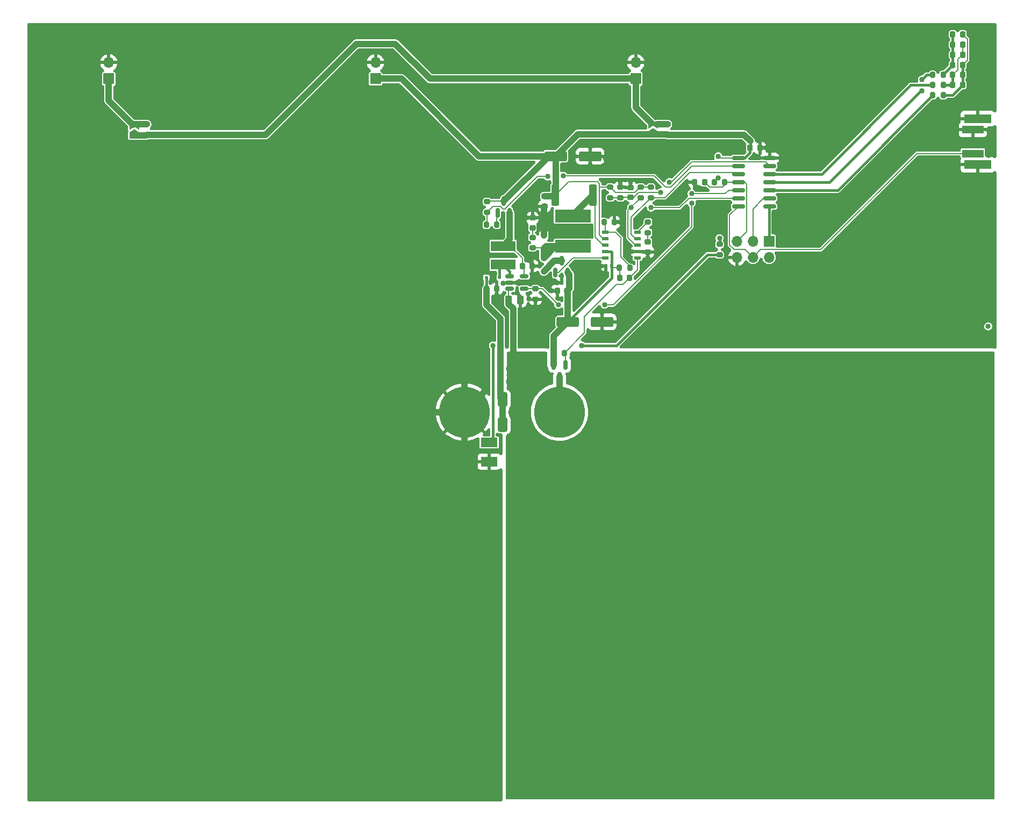
<source format=gbr>
%TF.GenerationSoftware,KiCad,Pcbnew,6.0.0-rc1-unknown-c40e921cb3~144~ubuntu20.04.1*%
%TF.CreationDate,2021-11-23T20:48:52+02:00*%
%TF.ProjectId,solar_lantern,736f6c61-725f-46c6-916e-7465726e2e6b,1*%
%TF.SameCoordinates,Original*%
%TF.FileFunction,Copper,L1,Top*%
%TF.FilePolarity,Positive*%
%FSLAX46Y46*%
G04 Gerber Fmt 4.6, Leading zero omitted, Abs format (unit mm)*
G04 Created by KiCad (PCBNEW 6.0.0-rc1-unknown-c40e921cb3~144~ubuntu20.04.1) date 2021-11-23 20:48:52*
%MOMM*%
%LPD*%
G01*
G04 APERTURE LIST*
G04 Aperture macros list*
%AMRoundRect*
0 Rectangle with rounded corners*
0 $1 Rounding radius*
0 $2 $3 $4 $5 $6 $7 $8 $9 X,Y pos of 4 corners*
0 Add a 4 corners polygon primitive as box body*
4,1,4,$2,$3,$4,$5,$6,$7,$8,$9,$2,$3,0*
0 Add four circle primitives for the rounded corners*
1,1,$1+$1,$2,$3*
1,1,$1+$1,$4,$5*
1,1,$1+$1,$6,$7*
1,1,$1+$1,$8,$9*
0 Add four rect primitives between the rounded corners*
20,1,$1+$1,$2,$3,$4,$5,0*
20,1,$1+$1,$4,$5,$6,$7,0*
20,1,$1+$1,$6,$7,$8,$9,0*
20,1,$1+$1,$8,$9,$2,$3,0*%
%AMFreePoly0*
4,1,6,1.000000,0.000000,0.500000,-0.750000,-0.500000,-0.750000,-0.500000,0.750000,0.500000,0.750000,1.000000,0.000000,1.000000,0.000000,$1*%
%AMFreePoly1*
4,1,6,0.500000,-0.750000,-0.650000,-0.750000,-0.150000,0.000000,-0.650000,0.750000,0.500000,0.750000,0.500000,-0.750000,0.500000,-0.750000,$1*%
G04 Aperture macros list end*
%TA.AperFunction,SMDPad,CuDef*%
%ADD10RoundRect,0.575000X-0.690000X-0.575000X0.690000X-0.575000X0.690000X0.575000X-0.690000X0.575000X0*%
%TD*%
%TA.AperFunction,SMDPad,CuDef*%
%ADD11RoundRect,0.395000X-0.395000X-0.755000X0.395000X-0.755000X0.395000X0.755000X-0.395000X0.755000X0*%
%TD*%
%TA.AperFunction,SMDPad,CuDef*%
%ADD12RoundRect,0.250000X-1.500000X-0.550000X1.500000X-0.550000X1.500000X0.550000X-1.500000X0.550000X0*%
%TD*%
%TA.AperFunction,ComponentPad*%
%ADD13R,1.700000X1.700000*%
%TD*%
%TA.AperFunction,ComponentPad*%
%ADD14O,1.700000X1.700000*%
%TD*%
%TA.AperFunction,SMDPad,CuDef*%
%ADD15RoundRect,0.225000X0.225000X0.250000X-0.225000X0.250000X-0.225000X-0.250000X0.225000X-0.250000X0*%
%TD*%
%TA.AperFunction,SMDPad,CuDef*%
%ADD16RoundRect,0.200000X0.200000X0.275000X-0.200000X0.275000X-0.200000X-0.275000X0.200000X-0.275000X0*%
%TD*%
%TA.AperFunction,SMDPad,CuDef*%
%ADD17RoundRect,0.225000X-0.225000X-0.250000X0.225000X-0.250000X0.225000X0.250000X-0.225000X0.250000X0*%
%TD*%
%TA.AperFunction,SMDPad,CuDef*%
%ADD18RoundRect,0.200000X-0.200000X-0.275000X0.200000X-0.275000X0.200000X0.275000X-0.200000X0.275000X0*%
%TD*%
%TA.AperFunction,SMDPad,CuDef*%
%ADD19RoundRect,0.218750X0.218750X0.256250X-0.218750X0.256250X-0.218750X-0.256250X0.218750X-0.256250X0*%
%TD*%
%TA.AperFunction,SMDPad,CuDef*%
%ADD20RoundRect,0.200000X-0.275000X0.200000X-0.275000X-0.200000X0.275000X-0.200000X0.275000X0.200000X0*%
%TD*%
%TA.AperFunction,SMDPad,CuDef*%
%ADD21RoundRect,0.140000X-0.140000X-0.170000X0.140000X-0.170000X0.140000X0.170000X-0.140000X0.170000X0*%
%TD*%
%TA.AperFunction,SMDPad,CuDef*%
%ADD22RoundRect,0.150000X0.150000X-0.587500X0.150000X0.587500X-0.150000X0.587500X-0.150000X-0.587500X0*%
%TD*%
%TA.AperFunction,SMDPad,CuDef*%
%ADD23R,2.600000X1.500000*%
%TD*%
%TA.AperFunction,SMDPad,CuDef*%
%ADD24R,0.450000X0.600000*%
%TD*%
%TA.AperFunction,SMDPad,CuDef*%
%ADD25RoundRect,0.200000X0.275000X-0.200000X0.275000X0.200000X-0.275000X0.200000X-0.275000X-0.200000X0*%
%TD*%
%TA.AperFunction,SMDPad,CuDef*%
%ADD26FreePoly0,90.000000*%
%TD*%
%TA.AperFunction,SMDPad,CuDef*%
%ADD27FreePoly1,90.000000*%
%TD*%
%TA.AperFunction,SMDPad,CuDef*%
%ADD28RoundRect,0.250000X-0.262500X-0.450000X0.262500X-0.450000X0.262500X0.450000X-0.262500X0.450000X0*%
%TD*%
%TA.AperFunction,SMDPad,CuDef*%
%ADD29R,5.700000X2.000000*%
%TD*%
%TA.AperFunction,SMDPad,CuDef*%
%ADD30R,3.900000X1.600000*%
%TD*%
%TA.AperFunction,SMDPad,CuDef*%
%ADD31RoundRect,0.225000X0.250000X-0.225000X0.250000X0.225000X-0.250000X0.225000X-0.250000X-0.225000X0*%
%TD*%
%TA.AperFunction,SMDPad,CuDef*%
%ADD32RoundRect,0.250000X0.362500X1.425000X-0.362500X1.425000X-0.362500X-1.425000X0.362500X-1.425000X0*%
%TD*%
%TA.AperFunction,SMDPad,CuDef*%
%ADD33R,1.100000X0.510000*%
%TD*%
%TA.AperFunction,SMDPad,CuDef*%
%ADD34RoundRect,0.150000X-0.825000X-0.150000X0.825000X-0.150000X0.825000X0.150000X-0.825000X0.150000X0*%
%TD*%
%TA.AperFunction,SMDPad,CuDef*%
%ADD35RoundRect,0.150000X-0.512500X-0.150000X0.512500X-0.150000X0.512500X0.150000X-0.512500X0.150000X0*%
%TD*%
%TA.AperFunction,SMDPad,CuDef*%
%ADD36RoundRect,0.218750X-0.218750X-0.256250X0.218750X-0.256250X0.218750X0.256250X-0.218750X0.256250X0*%
%TD*%
%TA.AperFunction,ComponentPad*%
%ADD37C,8.000000*%
%TD*%
%TA.AperFunction,SMDPad,CuDef*%
%ADD38RoundRect,0.225000X-0.250000X0.225000X-0.250000X-0.225000X0.250000X-0.225000X0.250000X0.225000X0*%
%TD*%
%TA.AperFunction,SMDPad,CuDef*%
%ADD39R,3.400000X1.250000*%
%TD*%
%TA.AperFunction,SMDPad,CuDef*%
%ADD40R,4.300000X1.450000*%
%TD*%
%TA.AperFunction,SMDPad,CuDef*%
%ADD41R,0.600000X0.450000*%
%TD*%
%TA.AperFunction,SMDPad,CuDef*%
%ADD42RoundRect,0.150000X-0.150000X0.587500X-0.150000X-0.587500X0.150000X-0.587500X0.150000X0.587500X0*%
%TD*%
%TA.AperFunction,ViaPad*%
%ADD43C,0.850000*%
%TD*%
%TA.AperFunction,Conductor*%
%ADD44C,0.400000*%
%TD*%
%TA.AperFunction,Conductor*%
%ADD45C,1.000000*%
%TD*%
%TA.AperFunction,Conductor*%
%ADD46C,0.200000*%
%TD*%
%TA.AperFunction,Conductor*%
%ADD47C,2.000000*%
%TD*%
G04 APERTURE END LIST*
D10*
%TO.P,D10,1,K*%
%TO.N,/LED_FB*%
X127735000Y-81500000D03*
D11*
%TO.P,D10,2,A*%
%TO.N,/VCC_LED*%
X124990000Y-81500000D03*
%TD*%
D12*
%TO.P,C14,1*%
%TO.N,+BATT*%
X133400000Y-43200000D03*
%TO.P,C14,2*%
%TO.N,GND*%
X138800000Y-43200000D03*
%TD*%
D13*
%TO.P,BT1,1,+*%
%TO.N,+BATT*%
X105000000Y-31000000D03*
D14*
%TO.P,BT1,2,-*%
%TO.N,GND*%
X105000000Y-28460000D03*
%TD*%
D15*
%TO.P,C4,1*%
%TO.N,Net-(C4-Pad1)*%
X144997500Y-62402500D03*
%TO.P,C4,2*%
%TO.N,/Solar charger/PV_VOLTAGE*%
X143447500Y-62402500D03*
%TD*%
D16*
%TO.P,R1,1*%
%TO.N,Net-(C4-Pad1)*%
X134725000Y-74200000D03*
%TO.P,R1,2*%
%TO.N,/Solar charger/PV_VOLTAGE*%
X133075000Y-74200000D03*
%TD*%
D15*
%TO.P,C12,1*%
%TO.N,GND*%
X129675000Y-60500000D03*
%TO.P,C12,2*%
%TO.N,Net-(C12-Pad2)*%
X128125000Y-60500000D03*
%TD*%
D17*
%TO.P,C2,1*%
%TO.N,GND*%
X133625000Y-64400000D03*
%TO.P,C2,2*%
%TO.N,/Solar charger/PV_VOLTAGE*%
X135175000Y-64400000D03*
%TD*%
D13*
%TO.P,BT2,1,+*%
%TO.N,Net-(BT2-Pad1)*%
X146000000Y-31000000D03*
D14*
%TO.P,BT2,2,-*%
%TO.N,GND*%
X146000000Y-28460000D03*
%TD*%
D18*
%TO.P,R12,1*%
%TO.N,/CHARLIE_3*%
X192775000Y-33600000D03*
%TO.P,R12,2*%
%TO.N,Net-(D3-Pad1)*%
X194425000Y-33600000D03*
%TD*%
D19*
%TO.P,D3,1,K*%
%TO.N,Net-(D3-Pad1)*%
X197487500Y-24000000D03*
%TO.P,D3,2,A*%
%TO.N,Net-(D2-Pad1)*%
X195912500Y-24000000D03*
%TD*%
D20*
%TO.P,R15,1*%
%TO.N,+BATT*%
X122600000Y-50375000D03*
%TO.P,R15,2*%
%TO.N,/~{LED_EN}*%
X122600000Y-52025000D03*
%TD*%
D16*
%TO.P,R16,1*%
%TO.N,Net-(Q3-Pad1)*%
X124125000Y-54000000D03*
%TO.P,R16,2*%
%TO.N,/~{LED_EN}*%
X122475000Y-54000000D03*
%TD*%
D20*
%TO.P,R5,1*%
%TO.N,Net-(C6-Pad2)*%
X129722500Y-55977500D03*
%TO.P,R5,2*%
%TO.N,/Solar charger/SW_NODE*%
X129722500Y-57627500D03*
%TD*%
D19*
%TO.P,D4,1,K*%
%TO.N,Net-(D2-Pad2)*%
X197487500Y-25600000D03*
%TO.P,D4,2,A*%
%TO.N,Net-(D2-Pad1)*%
X195912500Y-25600000D03*
%TD*%
D21*
%TO.P,C3,1*%
%TO.N,GND*%
X134320000Y-63100000D03*
%TO.P,C3,2*%
%TO.N,/Solar charger/PV_VOLTAGE*%
X135280000Y-63100000D03*
%TD*%
D22*
%TO.P,Q3,1,G*%
%TO.N,Net-(Q3-Pad1)*%
X124250000Y-52137500D03*
%TO.P,Q3,2,S*%
%TO.N,Net-(C12-Pad2)*%
X126150000Y-52137500D03*
%TO.P,Q3,3,D*%
%TO.N,+BATT*%
X125200000Y-50262500D03*
%TD*%
D23*
%TO.P,D11,1,A*%
%TO.N,Net-(D11-Pad1)*%
X122900000Y-88300000D03*
%TO.P,D11,2,K*%
%TO.N,GND*%
X122900000Y-91300000D03*
%TD*%
D24*
%TO.P,D12,1,K*%
%TO.N,/Solar charger/SW_NODE*%
X131500000Y-59250000D03*
%TO.P,D12,2,A*%
%TO.N,Net-(Q2-Pad3)*%
X131500000Y-61350000D03*
%TD*%
D25*
%TO.P,R4,1*%
%TO.N,Net-(C5-Pad2)*%
X147922500Y-55227500D03*
%TO.P,R4,2*%
%TO.N,/Solar charger/COMPENSATION*%
X147922500Y-53577500D03*
%TD*%
D17*
%TO.P,C13,1*%
%TO.N,/VCC_LED*%
X122525000Y-64100000D03*
%TO.P,C13,2*%
%TO.N,GND*%
X124075000Y-64100000D03*
%TD*%
D26*
%TO.P,JP1,1,A*%
%TO.N,+BATT*%
X148750000Y-39725000D03*
D27*
%TO.P,JP1,2,B*%
%TO.N,Net-(BT2-Pad1)*%
X148750000Y-38275000D03*
%TD*%
D28*
%TO.P,R18,1*%
%TO.N,/LED_FB*%
X125987500Y-65822500D03*
%TO.P,R18,2*%
%TO.N,GND*%
X127812500Y-65822500D03*
%TD*%
D29*
%TO.P,L1,1,1*%
%TO.N,/Solar charger/SW_NODE*%
X136122500Y-57402500D03*
%TO.P,L1,2,2*%
%TO.N,/Solar charger/CURRENT_P*%
X136122500Y-52602500D03*
%TD*%
D15*
%TO.P,C9,1*%
%TO.N,GND*%
X165539511Y-41875001D03*
%TO.P,C9,2*%
%TO.N,+BATT*%
X163989511Y-41875001D03*
%TD*%
D12*
%TO.P,C1,1*%
%TO.N,/Solar charger/PV_VOLTAGE*%
X135300000Y-69300000D03*
%TO.P,C1,2*%
%TO.N,GND*%
X140700000Y-69300000D03*
%TD*%
D25*
%TO.P,R21,1*%
%TO.N,Net-(BT2-Pad1)*%
X69000000Y-39825000D03*
%TO.P,R21,2*%
%TO.N,Net-(BT3-Pad1)*%
X69000000Y-38175000D03*
%TD*%
D30*
%TO.P,L2,1,1*%
%TO.N,Net-(C12-Pad2)*%
X125100000Y-57350000D03*
%TO.P,L2,2,2*%
%TO.N,/LED driver/LED_SW*%
X125100000Y-60250000D03*
%TD*%
D31*
%TO.P,C7,1*%
%TO.N,GND*%
X131622500Y-51077500D03*
%TO.P,C7,2*%
%TO.N,+BATT*%
X131622500Y-49527500D03*
%TD*%
D20*
%TO.P,R17,1*%
%TO.N,/LED_PWM*%
X130200000Y-64075000D03*
%TO.P,R17,2*%
%TO.N,GND*%
X130200000Y-65725000D03*
%TD*%
D32*
%TO.P,R6,1*%
%TO.N,/Solar charger/CURRENT_P*%
X139285000Y-49302500D03*
%TO.P,R6,2*%
%TO.N,+BATT*%
X133360000Y-49302500D03*
%TD*%
D13*
%TO.P,BT3,1,+*%
%TO.N,Net-(BT3-Pad1)*%
X63000000Y-31000000D03*
D14*
%TO.P,BT3,2,-*%
%TO.N,GND*%
X63000000Y-28460000D03*
%TD*%
D33*
%TO.P,U1,1,VG*%
%TO.N,Net-(C4-Pad1)*%
X146272500Y-59202500D03*
%TO.P,U1,2,GND*%
%TO.N,GND*%
X146272500Y-58202500D03*
%TO.P,U1,3,~{CHRG}*%
%TO.N,/~{CHARGING}*%
X146272500Y-57202500D03*
%TO.P,U1,4,~{DONE}*%
%TO.N,/~{DONE}*%
X146272500Y-56202500D03*
%TO.P,U1,5,COM*%
%TO.N,/Solar charger/COMPENSATION*%
X146272500Y-55202500D03*
%TO.P,U1,6,MPPT*%
%TO.N,/Solar charger/MPPT*%
X141172500Y-55202500D03*
%TO.P,U1,7,BAT*%
%TO.N,+BATT*%
X141172500Y-56202500D03*
%TO.P,U1,8,CSP*%
%TO.N,/Solar charger/CURRENT_P*%
X141172500Y-57202500D03*
%TO.P,U1,9,VCC*%
%TO.N,/Solar charger/PV_VOLTAGE*%
X141172500Y-58202500D03*
%TO.P,U1,10,DRV*%
%TO.N,Net-(Q2-Pad1)*%
X141172500Y-59202500D03*
%TD*%
D16*
%TO.P,R9,1*%
%TO.N,/RESET*%
X159989511Y-47275001D03*
%TO.P,R9,2*%
%TO.N,+BATT*%
X158339511Y-47275001D03*
%TD*%
D34*
%TO.P,U2,1,VCC*%
%TO.N,+BATT*%
X162149511Y-43475001D03*
%TO.P,U2,2,XTAL1/PB0*%
%TO.N,/~{LED_EN}*%
X162149511Y-44745001D03*
%TO.P,U2,3,XTAL2/PB1*%
%TO.N,/~{DONE}*%
X162149511Y-46015001D03*
%TO.P,U2,4,~{RESET}/PB3*%
%TO.N,/RESET*%
X162149511Y-47285001D03*
%TO.P,U2,5,PB2*%
%TO.N,/LED_PWM*%
X162149511Y-48555001D03*
%TO.P,U2,6,PA7*%
%TO.N,/~{CHARGING}*%
X162149511Y-49825001D03*
%TO.P,U2,7,PA6*%
%TO.N,/MOSI*%
X162149511Y-51095001D03*
%TO.P,U2,8,PA5*%
%TO.N,/MISO*%
X167099511Y-51095001D03*
%TO.P,U2,9,PA4*%
%TO.N,/SCK*%
X167099511Y-49825001D03*
%TO.P,U2,10,PA3*%
%TO.N,/CHARLIE_3*%
X167099511Y-48555001D03*
%TO.P,U2,11,PA2*%
%TO.N,/CHARLIE_2*%
X167099511Y-47285001D03*
%TO.P,U2,12,PA1*%
%TO.N,/CHARLIE_1*%
X167099511Y-46015001D03*
%TO.P,U2,13,AREF/PA0*%
%TO.N,/BATT_VOLTAGE*%
X167099511Y-44745001D03*
%TO.P,U2,14,GND*%
%TO.N,GND*%
X167099511Y-43475001D03*
%TD*%
D22*
%TO.P,Q2,1,G*%
%TO.N,Net-(Q2-Pad1)*%
X133350000Y-61537500D03*
%TO.P,Q2,2,S*%
%TO.N,/Solar charger/PV_VOLTAGE*%
X135250000Y-61537500D03*
%TO.P,Q2,3,D*%
%TO.N,Net-(Q2-Pad3)*%
X134300000Y-59662500D03*
%TD*%
D35*
%TO.P,U3,1,SW*%
%TO.N,/LED driver/LED_SW*%
X126162500Y-62150000D03*
%TO.P,U3,2,GND*%
%TO.N,GND*%
X126162500Y-63100000D03*
%TO.P,U3,3,VFB*%
%TO.N,/LED_FB*%
X126162500Y-64050000D03*
%TO.P,U3,4,EN*%
%TO.N,/LED_PWM*%
X128437500Y-64050000D03*
%TO.P,U3,5,VIN*%
%TO.N,Net-(C12-Pad2)*%
X128437500Y-62150000D03*
%TD*%
D19*
%TO.P,D7,1,K*%
%TO.N,Net-(D3-Pad1)*%
X197487500Y-30400000D03*
%TO.P,D7,2,A*%
%TO.N,Net-(D2-Pad2)*%
X195912500Y-30400000D03*
%TD*%
D18*
%TO.P,R10,1*%
%TO.N,/CHARLIE_1*%
X192775000Y-32000000D03*
%TO.P,R10,2*%
%TO.N,Net-(D2-Pad2)*%
X194425000Y-32000000D03*
%TD*%
D36*
%TO.P,D2,1,K*%
%TO.N,Net-(D2-Pad1)*%
X195912500Y-27200000D03*
%TO.P,D2,2,A*%
%TO.N,Net-(D2-Pad2)*%
X197487500Y-27200000D03*
%TD*%
D37*
%TO.P,J1,1,Pin_1*%
%TO.N,GND*%
X119000000Y-83500000D03*
%TO.P,J1,2,Pin_2*%
%TO.N,/Solar charger/VIN*%
X134000000Y-83500000D03*
%TD*%
D24*
%TO.P,D1,1,K*%
%TO.N,/Solar charger/SW_NODE*%
X131522500Y-57752500D03*
%TO.P,D1,2,A*%
%TO.N,GND*%
X131522500Y-55652500D03*
%TD*%
D16*
%TO.P,R3,1*%
%TO.N,GND*%
X142647500Y-53602500D03*
%TO.P,R3,2*%
%TO.N,/Solar charger/MPPT*%
X140997500Y-53602500D03*
%TD*%
D38*
%TO.P,C6,1*%
%TO.N,GND*%
X129722500Y-52927500D03*
%TO.P,C6,2*%
%TO.N,Net-(C6-Pad2)*%
X129722500Y-54477500D03*
%TD*%
D39*
%TO.P,SW1,1,1*%
%TO.N,/MOSI*%
X199100000Y-42775000D03*
D40*
%TO.P,SW1,2,2*%
%TO.N,GND*%
X199850000Y-44525000D03*
D39*
X199100000Y-39025000D03*
D40*
X199850000Y-37275000D03*
%TD*%
D25*
%TO.P,R8,1*%
%TO.N,/~{DONE}*%
X148387740Y-49737740D03*
%TO.P,R8,2*%
%TO.N,+BATT*%
X148387740Y-48087740D03*
%TD*%
D13*
%TO.P,J2,1,MISO*%
%TO.N,/MISO*%
X166989511Y-56600000D03*
D14*
%TO.P,J2,2,VCC*%
%TO.N,+BATT*%
X166989511Y-59140000D03*
%TO.P,J2,3,SCK*%
%TO.N,/SCK*%
X164449511Y-56600000D03*
%TO.P,J2,4,MOSI*%
%TO.N,/MOSI*%
X164449511Y-59140000D03*
%TO.P,J2,5,~{RST}*%
%TO.N,/RESET*%
X161909511Y-56600000D03*
%TO.P,J2,6,GND*%
%TO.N,GND*%
X161909511Y-59140000D03*
%TD*%
D31*
%TO.P,C5,1*%
%TO.N,GND*%
X147922500Y-58277500D03*
%TO.P,C5,2*%
%TO.N,Net-(C5-Pad2)*%
X147922500Y-56727500D03*
%TD*%
D16*
%TO.P,R2,1*%
%TO.N,/Solar charger/MPPT*%
X145047500Y-60802500D03*
%TO.P,R2,2*%
%TO.N,/Solar charger/PV_VOLTAGE*%
X143397500Y-60802500D03*
%TD*%
D26*
%TO.P,JP2,1,A*%
%TO.N,Net-(BT2-Pad1)*%
X67000000Y-39900000D03*
D27*
%TO.P,JP2,2,B*%
%TO.N,Net-(BT3-Pad1)*%
X67000000Y-38450000D03*
%TD*%
D36*
%TO.P,D6,1,K*%
%TO.N,Net-(D2-Pad2)*%
X195912500Y-32000000D03*
%TO.P,D6,2,A*%
%TO.N,Net-(D3-Pad1)*%
X197487500Y-32000000D03*
%TD*%
D17*
%TO.P,C10,1*%
%TO.N,GND*%
X155289511Y-47275001D03*
%TO.P,C10,2*%
%TO.N,/RESET*%
X156839511Y-47275001D03*
%TD*%
D20*
%TO.P,R14,1*%
%TO.N,GND*%
X143587740Y-48087740D03*
%TO.P,R14,2*%
%TO.N,/BATT_VOLTAGE*%
X143587740Y-49737740D03*
%TD*%
D41*
%TO.P,D8,1,K*%
%TO.N,/VCC_LED*%
X122450000Y-62300000D03*
%TO.P,D8,2,A*%
%TO.N,/LED driver/LED_SW*%
X124550000Y-62300000D03*
%TD*%
D25*
%TO.P,R7,1*%
%TO.N,/~{CHARGING}*%
X146787740Y-49737740D03*
%TO.P,R7,2*%
%TO.N,+BATT*%
X146787740Y-48087740D03*
%TD*%
%TO.P,R13,1*%
%TO.N,/BATT_VOLTAGE*%
X141987740Y-49737740D03*
%TO.P,R13,2*%
%TO.N,+BATT*%
X141987740Y-48087740D03*
%TD*%
D36*
%TO.P,D5,1,K*%
%TO.N,Net-(D2-Pad1)*%
X195912500Y-28800000D03*
%TO.P,D5,2,A*%
%TO.N,Net-(D3-Pad1)*%
X197487500Y-28800000D03*
%TD*%
D38*
%TO.P,C11,1*%
%TO.N,GND*%
X145187740Y-48137740D03*
%TO.P,C11,2*%
%TO.N,/BATT_VOLTAGE*%
X145187740Y-49687740D03*
%TD*%
D20*
%TO.P,R19,1*%
%TO.N,/MISO*%
X159200000Y-57075000D03*
%TO.P,R19,2*%
%TO.N,Net-(D11-Pad1)*%
X159200000Y-58725000D03*
%TD*%
D10*
%TO.P,D9,1,K*%
%TO.N,/LED_FB*%
X127735000Y-85500000D03*
D11*
%TO.P,D9,2,A*%
%TO.N,/VCC_LED*%
X124990000Y-85500000D03*
%TD*%
D42*
%TO.P,Q1,1,G*%
%TO.N,Net-(C4-Pad1)*%
X134950000Y-76062500D03*
%TO.P,Q1,2,S*%
%TO.N,/Solar charger/PV_VOLTAGE*%
X133050000Y-76062500D03*
%TO.P,Q1,3,D*%
%TO.N,/Solar charger/VIN*%
X134000000Y-77937500D03*
%TD*%
D25*
%TO.P,R20,1*%
%TO.N,+BATT*%
X151000000Y-39825000D03*
%TO.P,R20,2*%
%TO.N,Net-(BT2-Pad1)*%
X151000000Y-38175000D03*
%TD*%
D18*
%TO.P,R11,1*%
%TO.N,/CHARLIE_2*%
X192775000Y-30400000D03*
%TO.P,R11,2*%
%TO.N,Net-(D2-Pad1)*%
X194425000Y-30400000D03*
%TD*%
D21*
%TO.P,C8,1*%
%TO.N,GND*%
X141242500Y-60502500D03*
%TO.P,C8,2*%
%TO.N,/Solar charger/PV_VOLTAGE*%
X142202500Y-60502500D03*
%TD*%
D43*
%TO.N,GND*%
X136600000Y-65500000D03*
X201000000Y-29000000D03*
X150991925Y-24000000D03*
X50991925Y-89000000D03*
X201000000Y-34000000D03*
X165324511Y-40785001D03*
X50991925Y-44000000D03*
X50991925Y-24000000D03*
X50991925Y-114000000D03*
X175991925Y-24000000D03*
X127300000Y-64700000D03*
X50991925Y-59000000D03*
X91000000Y-144000000D03*
X61000000Y-144000000D03*
X138800000Y-44600000D03*
X127300000Y-63100000D03*
X76000000Y-144000000D03*
X81000000Y-144000000D03*
X122500000Y-79500000D03*
X113500000Y-83500000D03*
X141300000Y-43700000D03*
X119000000Y-89000000D03*
X115000000Y-79500000D03*
X143500000Y-53600000D03*
X140700000Y-70800000D03*
X50991925Y-134000000D03*
X50991925Y-124000000D03*
X129000000Y-59600000D03*
X124100000Y-65100000D03*
X190991925Y-24000000D03*
X111000000Y-144000000D03*
X86000000Y-144000000D03*
X50991925Y-54000000D03*
X129200000Y-65700000D03*
X50991925Y-119000000D03*
X165991925Y-24000000D03*
X131522500Y-52902500D03*
X145200000Y-47200000D03*
X121000000Y-144000000D03*
X50991925Y-69000000D03*
X128800000Y-52900000D03*
X136400000Y-43200000D03*
X140522500Y-60502500D03*
X85991925Y-24000000D03*
X201600000Y-43100000D03*
X201000000Y-64000000D03*
X80991925Y-24000000D03*
X50991925Y-94000000D03*
X71000000Y-144000000D03*
X170991925Y-24000000D03*
X70991925Y-24000000D03*
X200991925Y-24000000D03*
X110991925Y-24000000D03*
X50991925Y-99000000D03*
X147900000Y-59200000D03*
X96000000Y-144000000D03*
X115991925Y-24000000D03*
X100991925Y-24000000D03*
X160991925Y-24000000D03*
X145222500Y-58202500D03*
X131522500Y-54102500D03*
X125991925Y-24000000D03*
X120991925Y-24000000D03*
X50991925Y-64000000D03*
X56000000Y-144000000D03*
X50991925Y-84000000D03*
X101000000Y-144000000D03*
X50991925Y-29000000D03*
X201000000Y-49000000D03*
X75991925Y-24000000D03*
X133600000Y-63100000D03*
X180991925Y-24000000D03*
X130991925Y-24000000D03*
X132700000Y-64400000D03*
X50991925Y-104000000D03*
X145991925Y-24000000D03*
X90991925Y-24000000D03*
X50991925Y-109000000D03*
X185991925Y-24000000D03*
X65991925Y-24000000D03*
X119000000Y-78000000D03*
X155824511Y-48185001D03*
X50991925Y-129000000D03*
X115000000Y-87500000D03*
X135991925Y-24000000D03*
X116000000Y-144000000D03*
X55991925Y-24000000D03*
X95991925Y-24000000D03*
X105991925Y-24000000D03*
X50991925Y-39000000D03*
X166524511Y-41885001D03*
X66000000Y-144000000D03*
X201000000Y-59000000D03*
X106000000Y-144000000D03*
X140991925Y-24000000D03*
X201000000Y-54000000D03*
X138800000Y-41700000D03*
X155991925Y-24000000D03*
X50991925Y-79000000D03*
X140700000Y-67800000D03*
X50991925Y-34000000D03*
X50991925Y-144000000D03*
X201600000Y-39100000D03*
X143600000Y-47200000D03*
X50991925Y-49000000D03*
X50991925Y-74000000D03*
X50991925Y-139000000D03*
X60991925Y-24000000D03*
X125100000Y-63200000D03*
%TO.N,+BATT*%
X158989511Y-43200000D03*
X164024511Y-40785001D03*
X158989511Y-46600000D03*
%TO.N,/MISO*%
X159200000Y-56100000D03*
%TO.N,/~{CHARGING}*%
X145262740Y-51262740D03*
X148400000Y-51300000D03*
%TO.N,/CHARLIE_2*%
X191100000Y-31100000D03*
X191072500Y-32900000D03*
%TO.N,/LED_PWM*%
X141100000Y-66600000D03*
X154789511Y-49100000D03*
X133800000Y-66600000D03*
X154789511Y-50600000D03*
%TO.N,/LED_FB*%
X186500000Y-80000000D03*
X176500000Y-140000000D03*
X156500000Y-130000000D03*
X196500000Y-85000000D03*
X156500000Y-135000000D03*
X141500000Y-115000000D03*
X176500000Y-115000000D03*
X128000000Y-79700000D03*
X136500000Y-140000000D03*
X201500000Y-80000000D03*
X129000000Y-79700000D03*
X201500000Y-125000000D03*
X191500000Y-100000000D03*
X181500000Y-130000000D03*
X171500000Y-90000000D03*
X141500000Y-90000000D03*
X151500000Y-115000000D03*
X136500000Y-115000000D03*
X196500000Y-125000000D03*
X146500000Y-130000000D03*
X191500000Y-95000000D03*
X136500000Y-90000000D03*
X166500000Y-115000000D03*
X156500000Y-110000000D03*
X130000000Y-88300000D03*
X136500000Y-125000000D03*
X146500000Y-135000000D03*
X141500000Y-95000000D03*
X127000000Y-77700000D03*
X196500000Y-110000000D03*
X171500000Y-125000000D03*
X181500000Y-125000000D03*
X201500000Y-95000000D03*
X129000000Y-87300000D03*
X156500000Y-105000000D03*
X176500000Y-105000000D03*
X201500000Y-135000000D03*
X201500000Y-110000000D03*
X128987851Y-76700000D03*
X136500000Y-135000000D03*
X186500000Y-95000000D03*
X141500000Y-100000000D03*
X127000000Y-87300000D03*
X126500000Y-95000000D03*
X181500000Y-105000000D03*
X131500000Y-75000000D03*
X186500000Y-120000000D03*
X129000000Y-77700000D03*
X151500000Y-140000000D03*
X176500000Y-85000000D03*
X186500000Y-75000000D03*
X156500000Y-120000000D03*
X166500000Y-85000000D03*
X146500000Y-140000000D03*
X171500000Y-120000000D03*
X196500000Y-135000000D03*
X201500000Y-100000000D03*
X151500000Y-110000000D03*
X161500000Y-90000000D03*
X151500000Y-135000000D03*
X186500000Y-115000000D03*
X141500000Y-135000000D03*
X156500000Y-95000000D03*
X186500000Y-90000000D03*
X126300000Y-83500000D03*
X181500000Y-110000000D03*
X201500000Y-85000000D03*
X146500000Y-115000000D03*
X141500000Y-110000000D03*
X128000000Y-87300000D03*
X126987851Y-76700000D03*
X181500000Y-120000000D03*
X161500000Y-135000000D03*
X196500000Y-95000000D03*
X196500000Y-100000000D03*
X136500000Y-95000000D03*
X128000000Y-77700000D03*
X127200000Y-83500000D03*
X201500000Y-115000000D03*
X131500000Y-110000000D03*
X166500000Y-80000000D03*
X141500000Y-80000000D03*
X129987851Y-78699013D03*
X146500000Y-75000000D03*
X126500000Y-100000000D03*
X186500000Y-85000000D03*
X176500000Y-135000000D03*
X176500000Y-130000000D03*
X131500000Y-125000000D03*
X131500000Y-95000000D03*
X171500000Y-95000000D03*
X126500000Y-130000000D03*
X181500000Y-115000000D03*
X161500000Y-80000000D03*
X186500000Y-100000000D03*
X151500000Y-105000000D03*
X125987851Y-76700000D03*
X141500000Y-85000000D03*
X130000000Y-79699013D03*
X130000000Y-87300000D03*
X130000000Y-90300000D03*
X171500000Y-110000000D03*
X171500000Y-135000000D03*
X181500000Y-75000000D03*
X166500000Y-95000000D03*
X136500000Y-120000000D03*
X141500000Y-140000000D03*
X156500000Y-125000000D03*
X161500000Y-130000000D03*
X186500000Y-105000000D03*
X191500000Y-105000000D03*
X181500000Y-95000000D03*
X127000000Y-88300000D03*
X126500000Y-125000000D03*
X136500000Y-105000000D03*
X151500000Y-125000000D03*
X128000000Y-90300000D03*
X136500000Y-100000000D03*
X146500000Y-80000000D03*
X141500000Y-125000000D03*
X166500000Y-135000000D03*
X126500000Y-140000000D03*
X126987851Y-78700000D03*
X196500000Y-115000000D03*
X176500000Y-75000000D03*
X201500000Y-90000000D03*
X171500000Y-75000000D03*
X156500000Y-100000000D03*
X130000000Y-89300000D03*
X156500000Y-115000000D03*
X201500000Y-120000000D03*
X126000000Y-90300000D03*
X191500000Y-90000000D03*
X166500000Y-110000000D03*
X151500000Y-80000000D03*
X131500000Y-100000000D03*
X141500000Y-120000000D03*
X151500000Y-100000000D03*
X131500000Y-105000000D03*
X161500000Y-105000000D03*
X176500000Y-80000000D03*
X166500000Y-100000000D03*
X196500000Y-75000000D03*
X166500000Y-130000000D03*
X126000000Y-88300000D03*
X127000000Y-89300000D03*
X128987851Y-78700000D03*
X201500000Y-130000000D03*
X196500000Y-130000000D03*
X131500000Y-130000000D03*
X186500000Y-110000000D03*
X146500000Y-100000000D03*
X129000000Y-88300000D03*
X161500000Y-115000000D03*
X181500000Y-100000000D03*
X201500000Y-140000000D03*
X186500000Y-130000000D03*
X176500000Y-120000000D03*
X191500000Y-115000000D03*
X156500000Y-85000000D03*
X191500000Y-130000000D03*
X176500000Y-110000000D03*
X129987851Y-76699013D03*
X166500000Y-75000000D03*
X127000000Y-90300000D03*
X141500000Y-130000000D03*
X146500000Y-120000000D03*
X176500000Y-100000000D03*
X126500000Y-110000000D03*
X126500000Y-75000000D03*
X161500000Y-85000000D03*
X191500000Y-120000000D03*
X196500000Y-105000000D03*
X127987851Y-78700000D03*
X129000000Y-90300000D03*
X126000000Y-87300000D03*
X166500000Y-125000000D03*
X176500000Y-90000000D03*
X131500000Y-120000000D03*
X196500000Y-120000000D03*
X161500000Y-75000000D03*
X191500000Y-135000000D03*
X125987851Y-78700000D03*
X181500000Y-85000000D03*
X196500000Y-140000000D03*
X161500000Y-140000000D03*
X129000000Y-83500000D03*
X151500000Y-120000000D03*
X130000000Y-77699013D03*
X146500000Y-85000000D03*
X156500000Y-90000000D03*
X191500000Y-80000000D03*
X191500000Y-125000000D03*
X166500000Y-105000000D03*
X126500000Y-105000000D03*
X156500000Y-140000000D03*
X151500000Y-85000000D03*
X129000000Y-89300000D03*
X126500000Y-115000000D03*
X161500000Y-95000000D03*
X126500000Y-120000000D03*
X131500000Y-135000000D03*
X161500000Y-125000000D03*
X131500000Y-90000000D03*
X128000000Y-89300000D03*
X127000000Y-79700000D03*
X181500000Y-135000000D03*
X151500000Y-90000000D03*
X176500000Y-125000000D03*
X131500000Y-115000000D03*
X141500000Y-75000000D03*
X151500000Y-75000000D03*
X136500000Y-75000000D03*
X128000000Y-88300000D03*
X161500000Y-110000000D03*
X166500000Y-120000000D03*
X191500000Y-75000000D03*
X171500000Y-80000000D03*
X146500000Y-90000000D03*
X191500000Y-110000000D03*
X161500000Y-120000000D03*
X151500000Y-130000000D03*
X196500000Y-80000000D03*
X128100000Y-83500000D03*
X181500000Y-90000000D03*
X161500000Y-100000000D03*
X136500000Y-110000000D03*
X141500000Y-105000000D03*
X186500000Y-125000000D03*
X191500000Y-85000000D03*
X181500000Y-80000000D03*
X166500000Y-140000000D03*
X156500000Y-75000000D03*
X201500000Y-105000000D03*
X201500000Y-75000000D03*
X191500000Y-140000000D03*
X151500000Y-95000000D03*
X171500000Y-140000000D03*
X126500000Y-135000000D03*
X126000000Y-77700000D03*
X176500000Y-95000000D03*
X127987851Y-76700000D03*
X131500000Y-140000000D03*
X171500000Y-100000000D03*
X136500000Y-130000000D03*
X171500000Y-130000000D03*
X171500000Y-85000000D03*
X126000000Y-89300000D03*
X171500000Y-115000000D03*
X146500000Y-125000000D03*
X171500000Y-105000000D03*
X146500000Y-110000000D03*
X126000000Y-79700000D03*
X146500000Y-95000000D03*
X146500000Y-105000000D03*
X181500000Y-140000000D03*
X166500000Y-90000000D03*
X186500000Y-135000000D03*
X186500000Y-140000000D03*
X201500000Y-70000000D03*
X196500000Y-90000000D03*
X156500000Y-80000000D03*
%TO.N,/BATT_VOLTAGE*%
X151282456Y-47282456D03*
X149900000Y-48900000D03*
%TO.N,/~{LED_EN}*%
X134600000Y-46300000D03*
X132100000Y-46400000D03*
%TO.N,Net-(D11-Pad1)*%
X123500000Y-73000000D03*
X137500000Y-73000000D03*
%TD*%
D44*
%TO.N,GND*%
X124075000Y-65075000D02*
X124100000Y-65100000D01*
X129225000Y-65725000D02*
X129200000Y-65700000D01*
X146272500Y-58202500D02*
X145222500Y-58202500D01*
X143587740Y-47212260D02*
X143600000Y-47200000D01*
X129675000Y-60275000D02*
X129000000Y-59600000D01*
X138800000Y-43200000D02*
X138800000Y-44600000D01*
X142647500Y-53602500D02*
X143497500Y-53602500D01*
X141242500Y-60502500D02*
X140522500Y-60502500D01*
X129675000Y-60500000D02*
X129675000Y-60275000D01*
X143497500Y-53602500D02*
X143500000Y-53600000D01*
X155289511Y-47275001D02*
X155289511Y-47650001D01*
X133625000Y-64400000D02*
X132700000Y-64400000D01*
X129722500Y-52927500D02*
X128827500Y-52927500D01*
X127812500Y-65600000D02*
X127812500Y-65212500D01*
D45*
X122500000Y-80000000D02*
X119000000Y-83500000D01*
D44*
X165539511Y-41000001D02*
X165324511Y-40785001D01*
X155289511Y-47650001D02*
X155824511Y-48185001D01*
D45*
X119000000Y-78000000D02*
X119000000Y-83500000D01*
X122500000Y-79500000D02*
X122500000Y-80000000D01*
D44*
X145187740Y-47212260D02*
X145200000Y-47200000D01*
D46*
X147922500Y-58277500D02*
X146347500Y-58277500D01*
D44*
X130200000Y-65725000D02*
X129225000Y-65725000D01*
X124075000Y-64100000D02*
X124075000Y-65075000D01*
D45*
X113500000Y-83500000D02*
X119000000Y-83500000D01*
D44*
X134320000Y-63100000D02*
X133600000Y-63100000D01*
D45*
X131522500Y-55652500D02*
X131522500Y-54102500D01*
D46*
X166514511Y-41875001D02*
X166524511Y-41885001D01*
D44*
X147922500Y-58277500D02*
X147922500Y-59177500D01*
X140700000Y-69300000D02*
X140700000Y-67800000D01*
X138800000Y-43200000D02*
X138800000Y-41700000D01*
D45*
X131522500Y-51177500D02*
X131622500Y-51077500D01*
D44*
X140800000Y-43200000D02*
X141300000Y-43700000D01*
D45*
X119000000Y-89000000D02*
X119000000Y-83500000D01*
D44*
X127812500Y-65212500D02*
X127300000Y-64700000D01*
X165539511Y-41875001D02*
X165539511Y-41000001D01*
X138800000Y-43200000D02*
X140800000Y-43200000D01*
D45*
X131522500Y-52902500D02*
X131522500Y-51177500D01*
D44*
X145187740Y-48137740D02*
X145187740Y-47212260D01*
X147922500Y-59177500D02*
X147900000Y-59200000D01*
D46*
X165539511Y-41875001D02*
X166514511Y-41875001D01*
D44*
X126162500Y-63100000D02*
X125200000Y-63100000D01*
X143587740Y-48087740D02*
X143587740Y-47212260D01*
X138800000Y-43200000D02*
X136400000Y-43200000D01*
X125200000Y-63100000D02*
X125100000Y-63200000D01*
D45*
X131522500Y-54102500D02*
X131522500Y-52902500D01*
D44*
X140700000Y-69300000D02*
X140700000Y-70800000D01*
X126162500Y-63100000D02*
X127300000Y-63100000D01*
D46*
X146347500Y-58277500D02*
X146272500Y-58202500D01*
D44*
X128827500Y-52927500D02*
X128800000Y-52900000D01*
D46*
%TO.N,Net-(Q2-Pad1)*%
X133802372Y-61537500D02*
X136139872Y-59200000D01*
X136142372Y-59202500D02*
X141172500Y-59202500D01*
X133350000Y-61537500D02*
X133802372Y-61537500D01*
X136139872Y-59200000D02*
X136142372Y-59202500D01*
D45*
%TO.N,+BATT*%
X133400000Y-49262500D02*
X133360000Y-49302500D01*
X148750000Y-39725000D02*
X142875000Y-39725000D01*
D44*
X163134511Y-43475001D02*
X163989511Y-42620001D01*
D45*
X105000000Y-31000000D02*
X109100000Y-31000000D01*
D44*
X164024511Y-40785001D02*
X164024511Y-41840001D01*
D46*
X146787740Y-48087740D02*
X148387740Y-48087740D01*
X145886258Y-48887260D02*
X146685778Y-48087740D01*
X140297980Y-48022980D02*
X140297980Y-55622980D01*
X140877500Y-56202500D02*
X141172500Y-56202500D01*
D45*
X151000000Y-39825000D02*
X163064510Y-39825000D01*
D46*
X139987740Y-47212740D02*
X140297980Y-47522980D01*
D44*
X163989511Y-42620001D02*
X163989511Y-41875001D01*
D45*
X109100000Y-31000000D02*
X121300000Y-43200000D01*
X133400000Y-43200000D02*
X133400000Y-49262500D01*
D46*
X158339511Y-47275001D02*
X158339511Y-47250000D01*
D44*
X164024511Y-41840001D02*
X163989511Y-41875001D01*
D46*
X141987740Y-48087740D02*
X140362740Y-48087740D01*
D45*
X133400000Y-43200000D02*
X132262500Y-43200000D01*
D46*
X135449760Y-47212740D02*
X139987740Y-47212740D01*
X158339511Y-47250000D02*
X158989511Y-46600000D01*
D45*
X131622500Y-49527500D02*
X133135000Y-49527500D01*
D46*
X141987740Y-48087740D02*
X142787260Y-48887260D01*
D45*
X132262500Y-43200000D02*
X125200000Y-50262500D01*
D46*
X133360000Y-49302500D02*
X135449760Y-47212740D01*
D45*
X163064510Y-39825000D02*
X164024511Y-40785001D01*
D46*
X140297980Y-55622980D02*
X140877500Y-56202500D01*
X140297980Y-47522980D02*
X140297980Y-48022980D01*
X159264512Y-43475001D02*
X158989511Y-43200000D01*
D45*
X136875000Y-39725000D02*
X133400000Y-43200000D01*
X150900000Y-39725000D02*
X151000000Y-39825000D01*
X142875000Y-39725000D02*
X136875000Y-39725000D01*
D46*
X142787260Y-48887260D02*
X145886258Y-48887260D01*
X146685778Y-48087740D02*
X146787740Y-48087740D01*
D44*
X162149511Y-43475001D02*
X163134511Y-43475001D01*
D46*
X140362740Y-48087740D02*
X140297980Y-48022980D01*
X162149511Y-43475001D02*
X159264512Y-43475001D01*
X122712500Y-50262500D02*
X122600000Y-50375000D01*
D45*
X121300000Y-43200000D02*
X133400000Y-43200000D01*
X148750000Y-39725000D02*
X150900000Y-39725000D01*
X133135000Y-49527500D02*
X133360000Y-49302500D01*
D46*
X125200000Y-50262500D02*
X122712500Y-50262500D01*
%TO.N,/RESET*%
X163424031Y-55085480D02*
X163424031Y-47584522D01*
X157614031Y-48049521D02*
X156839511Y-47275001D01*
X159989511Y-47750001D02*
X159689991Y-48049521D01*
X163124510Y-47285001D02*
X162149511Y-47285001D01*
X159999511Y-47285001D02*
X159989511Y-47275001D01*
X159689991Y-48049521D02*
X157614031Y-48049521D01*
X159989511Y-47275001D02*
X159989511Y-47750001D01*
X161909511Y-56600000D02*
X163424031Y-55085480D01*
X163424031Y-47584522D02*
X163124510Y-47285001D01*
X162149511Y-47285001D02*
X159999511Y-47285001D01*
D45*
%TO.N,Net-(C12-Pad2)*%
X126150000Y-56300000D02*
X126150000Y-52137500D01*
D46*
X126250000Y-57350000D02*
X128125000Y-59225000D01*
X128125000Y-59225000D02*
X128125000Y-60500000D01*
D45*
X125100000Y-57350000D02*
X126150000Y-56300000D01*
D46*
X128437500Y-62150000D02*
X128437500Y-60812500D01*
X125100000Y-57350000D02*
X126250000Y-57350000D01*
X128437500Y-60812500D02*
X128125000Y-60500000D01*
D44*
%TO.N,/VCC_LED*%
X122450000Y-62300000D02*
X122450000Y-64025000D01*
D45*
X124990000Y-81500000D02*
X124990000Y-85500000D01*
X122525000Y-64100000D02*
X122525000Y-66625000D01*
X122525000Y-66625000D02*
X124700000Y-68800000D01*
X124700000Y-81210000D02*
X124990000Y-81500000D01*
D44*
X122450000Y-64025000D02*
X122525000Y-64100000D01*
D45*
X124700000Y-68800000D02*
X124700000Y-81210000D01*
D44*
%TO.N,Net-(D2-Pad1)*%
X195912500Y-28800000D02*
X195912500Y-24000000D01*
X194425000Y-30287500D02*
X195912500Y-28800000D01*
X194425000Y-30400000D02*
X194425000Y-30287500D01*
D46*
%TO.N,Net-(D2-Pad2)*%
X197487500Y-27200000D02*
X197487500Y-25600000D01*
X196750480Y-27937020D02*
X197487500Y-27200000D01*
X196750480Y-29562020D02*
X196750480Y-27937020D01*
D44*
X195912500Y-32000000D02*
X195912500Y-30400000D01*
X194425000Y-32000000D02*
X195912500Y-32000000D01*
D46*
X195912500Y-30400000D02*
X196750480Y-29562020D01*
D44*
%TO.N,Net-(D3-Pad1)*%
X197487500Y-32000000D02*
X197487500Y-30400000D01*
D46*
X197487500Y-28800000D02*
X198224520Y-28062980D01*
D44*
X194425000Y-33600000D02*
X195887500Y-33600000D01*
D46*
X198224520Y-24737020D02*
X197487500Y-24000000D01*
D44*
X197487500Y-30400000D02*
X197487500Y-28800000D01*
D46*
X198224520Y-28062980D02*
X198224520Y-24737020D01*
D44*
X195887500Y-33600000D02*
X197487500Y-32000000D01*
%TO.N,/MISO*%
X166989511Y-51205001D02*
X167099511Y-51095001D01*
X159200000Y-56100000D02*
X159200000Y-57075000D01*
X166989511Y-56600000D02*
X166989511Y-51205001D01*
D46*
%TO.N,/SCK*%
X164449511Y-51500002D02*
X166124512Y-49825001D01*
X166124512Y-49825001D02*
X167099511Y-49825001D01*
X164449511Y-56600000D02*
X164449511Y-51500002D01*
%TO.N,/MOSI*%
X161489510Y-57900000D02*
X160760000Y-57170490D01*
X199100000Y-42775000D02*
X190300000Y-42775000D01*
X160760000Y-52484512D02*
X162149511Y-51095001D01*
X164449511Y-59140000D02*
X163209511Y-57900000D01*
X175175000Y-57900000D02*
X165689511Y-57900000D01*
X190300000Y-42775000D02*
X175175000Y-57900000D01*
X160760000Y-57170490D02*
X160760000Y-52484512D01*
X163209511Y-57900000D02*
X161489510Y-57900000D01*
X165689511Y-57900000D02*
X164449511Y-59140000D01*
%TO.N,Net-(Q3-Pad1)*%
X124125000Y-54000000D02*
X124125000Y-52262500D01*
X124125000Y-52262500D02*
X124250000Y-52137500D01*
%TO.N,/~{CHARGING}*%
X145977500Y-57202500D02*
X144787740Y-56012740D01*
X146272500Y-57202500D02*
X145977500Y-57202500D01*
X144787740Y-56012740D02*
X144787740Y-51737740D01*
X152889511Y-51300000D02*
X154364510Y-49825001D01*
X154364510Y-49825001D02*
X162149511Y-49825001D01*
X152889511Y-51300000D02*
X148400000Y-51300000D01*
X144787740Y-51737740D02*
X146787740Y-49737740D01*
%TO.N,/~{DONE}*%
X145977500Y-56202500D02*
X145287740Y-55512740D01*
X146272500Y-56202500D02*
X145977500Y-56202500D01*
X145287740Y-52837740D02*
X148387740Y-49737740D01*
X145287740Y-55512740D02*
X145287740Y-52837740D01*
X154489511Y-45800000D02*
X161934510Y-45800000D01*
X150551771Y-49737740D02*
X154489511Y-45800000D01*
X150551771Y-49737740D02*
X148387740Y-49737740D01*
X161934510Y-45800000D02*
X162149511Y-46015001D01*
D44*
%TO.N,/CHARLIE_1*%
X189300000Y-32000000D02*
X175284999Y-46015001D01*
X192775000Y-32000000D02*
X189300000Y-32000000D01*
X175284999Y-46015001D02*
X167099511Y-46015001D01*
%TO.N,/CHARLIE_2*%
X176514999Y-47285001D02*
X190900000Y-32900000D01*
X190900000Y-32900000D02*
X191072500Y-32900000D01*
X167099511Y-47285001D02*
X176514999Y-47285001D01*
X191800000Y-30400000D02*
X191100000Y-31100000D01*
X192775000Y-30400000D02*
X191800000Y-30400000D01*
%TO.N,/CHARLIE_3*%
X167099511Y-48555001D02*
X177819999Y-48555001D01*
X177819999Y-48555001D02*
X192775000Y-33600000D01*
D46*
%TO.N,/LED_PWM*%
X154799999Y-50610488D02*
X154789511Y-50600000D01*
X128437500Y-64050000D02*
X130175000Y-64050000D01*
X154789511Y-49100000D02*
X160099513Y-49100000D01*
X142499999Y-66600000D02*
X154799999Y-54300000D01*
X160644512Y-48555001D02*
X162149511Y-48555001D01*
X131275000Y-64075000D02*
X133800000Y-66600000D01*
X130200000Y-64075000D02*
X131275000Y-64075000D01*
X141100000Y-66600000D02*
X142499999Y-66600000D01*
X130175000Y-64050000D02*
X130200000Y-64075000D01*
X160099513Y-49100000D02*
X160644512Y-48555001D01*
X154799999Y-54300000D02*
X154799999Y-50610488D01*
D47*
%TO.N,/LED_FB*%
X127735000Y-83465000D02*
X127735000Y-85500000D01*
X127735000Y-81500000D02*
X127735000Y-83465000D01*
D45*
X126700000Y-67235000D02*
X126700000Y-75500000D01*
D46*
X125987500Y-65600000D02*
X125987500Y-64225000D01*
X125987500Y-64225000D02*
X126162500Y-64050000D01*
D45*
X125987500Y-65822500D02*
X125987500Y-66522500D01*
X125987500Y-66522500D02*
X126700000Y-67235000D01*
D44*
%TO.N,/Solar charger/PV_VOLTAGE*%
X142122500Y-58202500D02*
X141172500Y-58202500D01*
D45*
X135175000Y-64400000D02*
X135550000Y-64025000D01*
X133075000Y-74200000D02*
X133075000Y-71525000D01*
D46*
X142502500Y-60802500D02*
X142202500Y-60502500D01*
D44*
X142202500Y-60502500D02*
X142202500Y-58282500D01*
X142202500Y-62397500D02*
X142202500Y-60502500D01*
D45*
X135550000Y-61837500D02*
X135250000Y-61537500D01*
X133050000Y-76062500D02*
X133050000Y-74225000D01*
D46*
X143447500Y-62402500D02*
X143447500Y-60852500D01*
D44*
X141122500Y-58152500D02*
X141172500Y-58202500D01*
D46*
X143447500Y-60852500D02*
X143397500Y-60802500D01*
D44*
X142202500Y-58282500D02*
X142122500Y-58202500D01*
D45*
X133050000Y-74225000D02*
X133075000Y-74200000D01*
X133075000Y-71525000D02*
X135300000Y-69300000D01*
X135300000Y-64525000D02*
X135175000Y-64400000D01*
X135550000Y-64025000D02*
X135550000Y-61837500D01*
D46*
X143397500Y-60802500D02*
X142502500Y-60802500D01*
D45*
X135300000Y-69300000D02*
X135300000Y-64525000D01*
D44*
X135300000Y-69300000D02*
X142202500Y-62397500D01*
D46*
%TO.N,/BATT_VOLTAGE*%
X143587740Y-49737740D02*
X141987740Y-49737740D01*
X145187740Y-49687740D02*
X143637740Y-49687740D01*
X146438512Y-48900000D02*
X149900000Y-48900000D01*
X154789511Y-44100000D02*
X166454510Y-44100000D01*
X151489511Y-47400000D02*
X154789511Y-44100000D01*
X166454510Y-44100000D02*
X167099511Y-44745001D01*
X145187740Y-49687740D02*
X145650772Y-49687740D01*
X145650772Y-49687740D02*
X146438512Y-48900000D01*
X143637740Y-49687740D02*
X143587740Y-49737740D01*
D45*
%TO.N,/Solar charger/SW_NODE*%
X131500000Y-59250000D02*
X131500000Y-57775000D01*
X131500000Y-59250000D02*
X133347500Y-57402500D01*
X131872500Y-57402500D02*
X136122500Y-57402500D01*
D46*
X131397500Y-57627500D02*
X131522500Y-57752500D01*
X129722500Y-57627500D02*
X131397500Y-57627500D01*
D45*
X131500000Y-57775000D02*
X131522500Y-57752500D01*
X133347500Y-57402500D02*
X136122500Y-57402500D01*
X131522500Y-57752500D02*
X131872500Y-57402500D01*
D44*
%TO.N,/LED driver/LED_SW*%
X124550000Y-62300000D02*
X124550000Y-60800000D01*
X126162500Y-62150000D02*
X126162500Y-61312500D01*
X124550000Y-60800000D02*
X125100000Y-60250000D01*
X126162500Y-61312500D02*
X125100000Y-60250000D01*
D45*
%TO.N,/Solar charger/VIN*%
X134000000Y-77937500D02*
X134000000Y-83500000D01*
D46*
%TO.N,/Solar charger/CURRENT_P*%
X139622500Y-49640000D02*
X139622500Y-55947500D01*
X140877500Y-57202500D02*
X141172500Y-57202500D01*
D45*
X136122500Y-52465000D02*
X139285000Y-49302500D01*
D46*
X139622500Y-55947500D02*
X140877500Y-57202500D01*
X139285000Y-49302500D02*
X139622500Y-49640000D01*
D45*
X136122500Y-52602500D02*
X136122500Y-52465000D01*
D46*
%TO.N,/Solar charger/MPPT*%
X145247500Y-60702500D02*
X143647500Y-59102500D01*
X142822500Y-55202500D02*
X141172500Y-55202500D01*
X143647500Y-59102500D02*
X143647500Y-56027500D01*
X141172500Y-53777500D02*
X140997500Y-53602500D01*
X141172500Y-55202500D02*
X141172500Y-53777500D01*
X143647500Y-56027500D02*
X142822500Y-55202500D01*
%TO.N,/Solar charger/COMPENSATION*%
X146272500Y-55202500D02*
X146297500Y-55202500D01*
X146297500Y-55202500D02*
X147922500Y-53577500D01*
%TO.N,/~{LED_EN}*%
X151489511Y-48100000D02*
X150700000Y-48100000D01*
X125359648Y-51550480D02*
X130510128Y-46400000D01*
X154844510Y-44745001D02*
X151489511Y-48100000D01*
X130510128Y-46400000D02*
X132100000Y-46400000D01*
X122600000Y-52025000D02*
X122600000Y-53875000D01*
X122600000Y-53875000D02*
X122475000Y-54000000D01*
X125110608Y-51550480D02*
X125359648Y-51550480D01*
X124660608Y-51100480D02*
X125110608Y-51550480D01*
X123524520Y-51100480D02*
X124660608Y-51100480D01*
X162149511Y-44745001D02*
X154844510Y-44745001D01*
X122600000Y-52025000D02*
X123524520Y-51100480D01*
X150700000Y-48100000D02*
X148900000Y-46300000D01*
X148900000Y-46300000D02*
X134600000Y-46300000D01*
%TO.N,Net-(C5-Pad2)*%
X147922500Y-55227500D02*
X147922500Y-56727500D01*
%TO.N,Net-(C6-Pad2)*%
X129722500Y-55977500D02*
X129722500Y-54477500D01*
%TO.N,Net-(C4-Pad1)*%
X143000000Y-63400000D02*
X144000000Y-63400000D01*
X137900000Y-71025000D02*
X137900000Y-68500000D01*
X137900000Y-68500000D02*
X143000000Y-63400000D01*
X144000000Y-63400000D02*
X144997500Y-62402500D01*
X146272500Y-61127500D02*
X146272500Y-59202500D01*
X144997500Y-62402500D02*
X146272500Y-61127500D01*
X134950000Y-74425000D02*
X134725000Y-74200000D01*
X134725000Y-74200000D02*
X137900000Y-71025000D01*
X134950000Y-76062500D02*
X134950000Y-74425000D01*
D44*
%TO.N,Net-(D11-Pad1)*%
X159200000Y-58725000D02*
X157275000Y-58725000D01*
X143000000Y-73000000D02*
X137500000Y-73000000D01*
X157275000Y-58725000D02*
X143000000Y-73000000D01*
X123500000Y-87700000D02*
X122900000Y-88300000D01*
X123500000Y-73000000D02*
X123500000Y-87700000D01*
D45*
%TO.N,Net-(BT2-Pad1)*%
X87675000Y-39825000D02*
X69000000Y-39825000D01*
X102000000Y-25500000D02*
X87675000Y-39825000D01*
X67000000Y-39900000D02*
X68925000Y-39900000D01*
X146000000Y-31000000D02*
X146000000Y-35525000D01*
X146000000Y-35525000D02*
X148500480Y-38025480D01*
X68925000Y-39900000D02*
X69000000Y-39825000D01*
X151000000Y-38175000D02*
X149439270Y-38175000D01*
X108100000Y-25500000D02*
X102000000Y-25500000D01*
X113600000Y-31000000D02*
X108100000Y-25500000D01*
X146000000Y-31000000D02*
X113600000Y-31000000D01*
%TO.N,Net-(BT3-Pad1)*%
X63000000Y-31000000D02*
X63000000Y-34450000D01*
X69000000Y-38175000D02*
X66775960Y-38175000D01*
X63000000Y-34450000D02*
X66750480Y-38200480D01*
X66775960Y-38175000D02*
X66750480Y-38200480D01*
%TO.N,Net-(Q2-Pad3)*%
X134300000Y-59662500D02*
X133187500Y-59662500D01*
X133187500Y-59662500D02*
X131500000Y-61350000D01*
%TD*%
%TA.AperFunction,Conductor*%
%TO.N,GND*%
G36*
X202646288Y-22218954D02*
G01*
X202727070Y-22272930D01*
X202781046Y-22353712D01*
X202800000Y-22449000D01*
X202800000Y-36026610D01*
X202781046Y-36121898D01*
X202727070Y-36202680D01*
X202646288Y-36256656D01*
X202551000Y-36275610D01*
X202455712Y-36256656D01*
X202374930Y-36202680D01*
X202348703Y-36176453D01*
X202260660Y-36110469D01*
X202229850Y-36093600D01*
X202124822Y-36054227D01*
X202094691Y-36047062D01*
X202054786Y-36042727D01*
X202041350Y-36042000D01*
X200128527Y-36042000D01*
X200108069Y-36046069D01*
X200104000Y-36066527D01*
X200104000Y-37280000D01*
X200085046Y-37375288D01*
X200031070Y-37456070D01*
X199950288Y-37510046D01*
X199855000Y-37529000D01*
X197216528Y-37529000D01*
X197196070Y-37533069D01*
X197192001Y-37553527D01*
X197192001Y-37796448D01*
X197173047Y-37891736D01*
X197119071Y-37972518D01*
X197092331Y-37995700D01*
X197051297Y-38026453D01*
X197026453Y-38051297D01*
X196960469Y-38139340D01*
X196943600Y-38170150D01*
X196904227Y-38275178D01*
X196897062Y-38305309D01*
X196892727Y-38345214D01*
X196892000Y-38358650D01*
X196892000Y-38746473D01*
X196896069Y-38766931D01*
X196916527Y-38771000D01*
X201283472Y-38771000D01*
X201303930Y-38766931D01*
X201312783Y-38722422D01*
X201314797Y-38722823D01*
X201326953Y-38661711D01*
X201380929Y-38580929D01*
X201461711Y-38526953D01*
X201556999Y-38507999D01*
X202041346Y-38507999D01*
X202054792Y-38507271D01*
X202094685Y-38502938D01*
X202124826Y-38495772D01*
X202229850Y-38456400D01*
X202260660Y-38439531D01*
X202348703Y-38373547D01*
X202374930Y-38347320D01*
X202455712Y-38293344D01*
X202551000Y-38274390D01*
X202646288Y-38293344D01*
X202727070Y-38347320D01*
X202781046Y-38428102D01*
X202800000Y-38523390D01*
X202800000Y-43276610D01*
X202781046Y-43371898D01*
X202727070Y-43452680D01*
X202646288Y-43506656D01*
X202551000Y-43525610D01*
X202455712Y-43506656D01*
X202374930Y-43452680D01*
X202348703Y-43426453D01*
X202260660Y-43360469D01*
X202229850Y-43343600D01*
X202124822Y-43304227D01*
X202094691Y-43297062D01*
X202054786Y-43292727D01*
X202041350Y-43292000D01*
X201249500Y-43292000D01*
X201154212Y-43273046D01*
X201073430Y-43219070D01*
X201019454Y-43138288D01*
X201000500Y-43043000D01*
X201000500Y-42130252D01*
X200988867Y-42071769D01*
X200944552Y-42005448D01*
X200878231Y-41961133D01*
X200854182Y-41956349D01*
X200854181Y-41956349D01*
X200831739Y-41951885D01*
X200831737Y-41951885D01*
X200819748Y-41949500D01*
X197380252Y-41949500D01*
X197368263Y-41951885D01*
X197368261Y-41951885D01*
X197345819Y-41956349D01*
X197345818Y-41956349D01*
X197321769Y-41961133D01*
X197255448Y-42005448D01*
X197211133Y-42071769D01*
X197199500Y-42130252D01*
X197199500Y-42225500D01*
X197180546Y-42320788D01*
X197126570Y-42401570D01*
X197045788Y-42455546D01*
X196950500Y-42474500D01*
X190350265Y-42474500D01*
X190344658Y-42472575D01*
X190326907Y-42473241D01*
X190326903Y-42473241D01*
X190298036Y-42474325D01*
X190288696Y-42474500D01*
X190272052Y-42474500D01*
X190272052Y-42473950D01*
X190266872Y-42473408D01*
X190266594Y-42473471D01*
X190266670Y-42475502D01*
X190232792Y-42476774D01*
X190212304Y-42485576D01*
X190212082Y-42485622D01*
X190211872Y-42485707D01*
X190189947Y-42489791D01*
X190170381Y-42501852D01*
X190165829Y-42503608D01*
X190147904Y-42512920D01*
X190146091Y-42514024D01*
X190129937Y-42520964D01*
X190125051Y-42524978D01*
X190112497Y-42537532D01*
X190094652Y-42548532D01*
X190080736Y-42566832D01*
X190079027Y-42568382D01*
X190061002Y-42589027D01*
X175123459Y-57526570D01*
X175042677Y-57580546D01*
X174947389Y-57599500D01*
X168289011Y-57599500D01*
X168193723Y-57580546D01*
X168112941Y-57526570D01*
X168058965Y-57445788D01*
X168040011Y-57350500D01*
X168040011Y-55730252D01*
X168033193Y-55695973D01*
X168033162Y-55695819D01*
X168033162Y-55695818D01*
X168028378Y-55671769D01*
X167984063Y-55605448D01*
X167917742Y-55561133D01*
X167893693Y-55556349D01*
X167893692Y-55556349D01*
X167871250Y-55551885D01*
X167871248Y-55551885D01*
X167859259Y-55549500D01*
X167639011Y-55549500D01*
X167543723Y-55530546D01*
X167462941Y-55476570D01*
X167408965Y-55395788D01*
X167390011Y-55300500D01*
X167390011Y-51844501D01*
X167408965Y-51749213D01*
X167462941Y-51668431D01*
X167543723Y-51614455D01*
X167639011Y-51595501D01*
X167957729Y-51595501D01*
X168026623Y-51585359D01*
X168048973Y-51574386D01*
X168108790Y-51545017D01*
X168131366Y-51533933D01*
X168157473Y-51507781D01*
X168180146Y-51485068D01*
X168213804Y-51451351D01*
X168265047Y-51346519D01*
X168275011Y-51278219D01*
X168275011Y-50911783D01*
X168264869Y-50842889D01*
X168254401Y-50821567D01*
X168227613Y-50767007D01*
X168213443Y-50738146D01*
X168193028Y-50717766D01*
X168149267Y-50674082D01*
X168130861Y-50655708D01*
X168126066Y-50653364D01*
X168068288Y-50591946D01*
X168033866Y-50501094D01*
X168036832Y-50403984D01*
X168076735Y-50315401D01*
X168124985Y-50267066D01*
X168131366Y-50263933D01*
X168213804Y-50181351D01*
X168265047Y-50076519D01*
X168270632Y-50038240D01*
X168273709Y-50017143D01*
X168275011Y-50008219D01*
X168275011Y-49641783D01*
X168264869Y-49572889D01*
X168213443Y-49468146D01*
X168186755Y-49441504D01*
X168130861Y-49385708D01*
X168132972Y-49383593D01*
X168088623Y-49336446D01*
X168054204Y-49245593D01*
X168057173Y-49148483D01*
X168097078Y-49059902D01*
X168167845Y-48993334D01*
X168258698Y-48958915D01*
X168299790Y-48955501D01*
X177883432Y-48955501D01*
X177902072Y-48949444D01*
X177909264Y-48948305D01*
X177919026Y-48945961D01*
X177925946Y-48943713D01*
X177945303Y-48940647D01*
X177962763Y-48931751D01*
X177969684Y-48929502D01*
X177978967Y-48925657D01*
X177985452Y-48922352D01*
X178004089Y-48916297D01*
X178019944Y-48904778D01*
X178026437Y-48901469D01*
X178034988Y-48896230D01*
X178040887Y-48891944D01*
X178058341Y-48883051D01*
X178080904Y-48860488D01*
X178080908Y-48860485D01*
X187250046Y-39691346D01*
X196892001Y-39691346D01*
X196892729Y-39704792D01*
X196897062Y-39744685D01*
X196904228Y-39774826D01*
X196943600Y-39879850D01*
X196960469Y-39910660D01*
X197026453Y-39998703D01*
X197051297Y-40023547D01*
X197139340Y-40089531D01*
X197170150Y-40106400D01*
X197275178Y-40145773D01*
X197305309Y-40152938D01*
X197345214Y-40157273D01*
X197358650Y-40158000D01*
X198821473Y-40158000D01*
X198841931Y-40153931D01*
X198846000Y-40133473D01*
X198846000Y-40133472D01*
X199354000Y-40133472D01*
X199358069Y-40153930D01*
X199378527Y-40157999D01*
X200841346Y-40157999D01*
X200854792Y-40157271D01*
X200894685Y-40152938D01*
X200924826Y-40145772D01*
X201029850Y-40106400D01*
X201060660Y-40089531D01*
X201148703Y-40023547D01*
X201173547Y-39998703D01*
X201239531Y-39910660D01*
X201256400Y-39879850D01*
X201295773Y-39774822D01*
X201302938Y-39744691D01*
X201307273Y-39704786D01*
X201308000Y-39691350D01*
X201308000Y-39303527D01*
X201303931Y-39283069D01*
X201283473Y-39279000D01*
X199378527Y-39279000D01*
X199358069Y-39283069D01*
X199354000Y-39303527D01*
X199354000Y-40133472D01*
X198846000Y-40133472D01*
X198846000Y-39303527D01*
X198841931Y-39283069D01*
X198821473Y-39279000D01*
X196916528Y-39279000D01*
X196896070Y-39283069D01*
X196892001Y-39303527D01*
X196892001Y-39691346D01*
X187250046Y-39691346D01*
X189944919Y-36996473D01*
X197192000Y-36996473D01*
X197196069Y-37016931D01*
X197216527Y-37021000D01*
X199571473Y-37021000D01*
X199591931Y-37016931D01*
X199596000Y-36996473D01*
X199596000Y-36066528D01*
X199591931Y-36046070D01*
X199571473Y-36042001D01*
X197658654Y-36042001D01*
X197645208Y-36042729D01*
X197605315Y-36047062D01*
X197575174Y-36054228D01*
X197470150Y-36093600D01*
X197439340Y-36110469D01*
X197351297Y-36176453D01*
X197326453Y-36201297D01*
X197260469Y-36289340D01*
X197243600Y-36320150D01*
X197204227Y-36425178D01*
X197197062Y-36455309D01*
X197192727Y-36495214D01*
X197192000Y-36508650D01*
X197192000Y-36996473D01*
X189944919Y-36996473D01*
X192592962Y-34348430D01*
X192673744Y-34294454D01*
X192769031Y-34275500D01*
X192976994Y-34275499D01*
X193006518Y-34275499D01*
X193100304Y-34260646D01*
X193213342Y-34203050D01*
X193303050Y-34113342D01*
X193360646Y-34000304D01*
X193363562Y-33981892D01*
X193410659Y-33897794D01*
X193486956Y-33837646D01*
X193580464Y-33811275D01*
X193676945Y-33822694D01*
X193761713Y-33870166D01*
X193821861Y-33946463D01*
X193836378Y-33981511D01*
X193839354Y-34000304D01*
X193896950Y-34113342D01*
X193986658Y-34203050D01*
X194099696Y-34260646D01*
X194119052Y-34263712D01*
X194119053Y-34263712D01*
X194134554Y-34266167D01*
X194193481Y-34275500D01*
X194424917Y-34275500D01*
X194656518Y-34275499D01*
X194750304Y-34260646D01*
X194863342Y-34203050D01*
X194953050Y-34113342D01*
X194959650Y-34100389D01*
X195028017Y-34037192D01*
X195119167Y-34003565D01*
X195158118Y-34000500D01*
X195950933Y-34000500D01*
X195969573Y-33994443D01*
X195976765Y-33993304D01*
X195986527Y-33990960D01*
X195993447Y-33988712D01*
X196012804Y-33985646D01*
X196030264Y-33976750D01*
X196037185Y-33974501D01*
X196046468Y-33970656D01*
X196052953Y-33967351D01*
X196071590Y-33961296D01*
X196087445Y-33949777D01*
X196093938Y-33946468D01*
X196102489Y-33941229D01*
X196108388Y-33936943D01*
X196125842Y-33928050D01*
X196148405Y-33905487D01*
X196148409Y-33905484D01*
X197305463Y-32748430D01*
X197386245Y-32694454D01*
X197481533Y-32675500D01*
X197739246Y-32675500D01*
X197794963Y-32666675D01*
X197818063Y-32663017D01*
X197818064Y-32663017D01*
X197837420Y-32659951D01*
X197955751Y-32599658D01*
X198049658Y-32505751D01*
X198109951Y-32387420D01*
X198125500Y-32289246D01*
X198125500Y-31710754D01*
X198114089Y-31638704D01*
X198113017Y-31631937D01*
X198113017Y-31631936D01*
X198109951Y-31612580D01*
X198049658Y-31494249D01*
X197960930Y-31405521D01*
X197906954Y-31324739D01*
X197888000Y-31229451D01*
X197888000Y-31170549D01*
X197906954Y-31075261D01*
X197960930Y-30994479D01*
X198049658Y-30905751D01*
X198109951Y-30787420D01*
X198113704Y-30763728D01*
X198123969Y-30698910D01*
X198125500Y-30689246D01*
X198125500Y-30110754D01*
X198109951Y-30012580D01*
X198049658Y-29894249D01*
X197960930Y-29805521D01*
X197906954Y-29724739D01*
X197888000Y-29629451D01*
X197888000Y-29570549D01*
X197906954Y-29475261D01*
X197960930Y-29394479D01*
X198049658Y-29305751D01*
X198109951Y-29187420D01*
X198125500Y-29089246D01*
X198125500Y-28690111D01*
X198144454Y-28594823D01*
X198198430Y-28514041D01*
X198401462Y-28311009D01*
X198406789Y-28308405D01*
X198438516Y-28274203D01*
X198444997Y-28267474D01*
X198456768Y-28255703D01*
X198457157Y-28256092D01*
X198461202Y-28252815D01*
X198461355Y-28252571D01*
X198459865Y-28251189D01*
X198482921Y-28226334D01*
X198491185Y-28205620D01*
X198491308Y-28205434D01*
X198491394Y-28205229D01*
X198504013Y-28186834D01*
X198509321Y-28164468D01*
X198511297Y-28160008D01*
X198517387Y-28140751D01*
X198517890Y-28138682D01*
X198524403Y-28122358D01*
X198525020Y-28116065D01*
X198525020Y-28098310D01*
X198529860Y-28077914D01*
X198526760Y-28055132D01*
X198526872Y-28052833D01*
X198525020Y-28025481D01*
X198525020Y-24787287D01*
X198526946Y-24781678D01*
X198525195Y-24735040D01*
X198525020Y-24725698D01*
X198525020Y-24709072D01*
X198525572Y-24709072D01*
X198526114Y-24703899D01*
X198526050Y-24703616D01*
X198524018Y-24703692D01*
X198523608Y-24692781D01*
X198522746Y-24669812D01*
X198513944Y-24649325D01*
X198513898Y-24649100D01*
X198513812Y-24648889D01*
X198509729Y-24626967D01*
X198497668Y-24607401D01*
X198495914Y-24602854D01*
X198486585Y-24584897D01*
X198485491Y-24583100D01*
X198478556Y-24566958D01*
X198474543Y-24562071D01*
X198461986Y-24549514D01*
X198450988Y-24531672D01*
X198432688Y-24517756D01*
X198431138Y-24516047D01*
X198410498Y-24498026D01*
X198198430Y-24285958D01*
X198144454Y-24205176D01*
X198125500Y-24109888D01*
X198125500Y-23710754D01*
X198116675Y-23655037D01*
X198113017Y-23631937D01*
X198113017Y-23631936D01*
X198109951Y-23612580D01*
X198049658Y-23494249D01*
X197955751Y-23400342D01*
X197837420Y-23340049D01*
X197818064Y-23336983D01*
X197818063Y-23336983D01*
X197794963Y-23333325D01*
X197739246Y-23324500D01*
X197235754Y-23324500D01*
X197180037Y-23333325D01*
X197156937Y-23336983D01*
X197156936Y-23336983D01*
X197137580Y-23340049D01*
X197019249Y-23400342D01*
X196925342Y-23494249D01*
X196916445Y-23511710D01*
X196904929Y-23527561D01*
X196902422Y-23525740D01*
X196861715Y-23577378D01*
X196776948Y-23624851D01*
X196680466Y-23636272D01*
X196586959Y-23609901D01*
X196510661Y-23549754D01*
X196495583Y-23527189D01*
X196495071Y-23527561D01*
X196483555Y-23511710D01*
X196474658Y-23494249D01*
X196380751Y-23400342D01*
X196262420Y-23340049D01*
X196243064Y-23336983D01*
X196243063Y-23336983D01*
X196219963Y-23333325D01*
X196164246Y-23324500D01*
X195660754Y-23324500D01*
X195605037Y-23333325D01*
X195581937Y-23336983D01*
X195581936Y-23336983D01*
X195562580Y-23340049D01*
X195444249Y-23400342D01*
X195350342Y-23494249D01*
X195290049Y-23612580D01*
X195286983Y-23631936D01*
X195286983Y-23631937D01*
X195283325Y-23655037D01*
X195274500Y-23710754D01*
X195274500Y-24289246D01*
X195276031Y-24298910D01*
X195286297Y-24363728D01*
X195290049Y-24387420D01*
X195350342Y-24505751D01*
X195439070Y-24594479D01*
X195493046Y-24675261D01*
X195512000Y-24770549D01*
X195512000Y-24829451D01*
X195493046Y-24924739D01*
X195439070Y-25005521D01*
X195350342Y-25094249D01*
X195290049Y-25212580D01*
X195286983Y-25231936D01*
X195286983Y-25231937D01*
X195283325Y-25255037D01*
X195274500Y-25310754D01*
X195274500Y-25889246D01*
X195276031Y-25898910D01*
X195286297Y-25963728D01*
X195290049Y-25987420D01*
X195350342Y-26105751D01*
X195439070Y-26194479D01*
X195493046Y-26275261D01*
X195512000Y-26370549D01*
X195512000Y-26429451D01*
X195493046Y-26524739D01*
X195439070Y-26605521D01*
X195350342Y-26694249D01*
X195290049Y-26812580D01*
X195286983Y-26831936D01*
X195286983Y-26831937D01*
X195283325Y-26855037D01*
X195274500Y-26910754D01*
X195274500Y-27489246D01*
X195290049Y-27587420D01*
X195350342Y-27705751D01*
X195439070Y-27794479D01*
X195493046Y-27875261D01*
X195512000Y-27970549D01*
X195512000Y-28029451D01*
X195493046Y-28124739D01*
X195439070Y-28205521D01*
X195350342Y-28294249D01*
X195290049Y-28412580D01*
X195274500Y-28510754D01*
X195274500Y-28768467D01*
X195255546Y-28863755D01*
X195201570Y-28944537D01*
X194494536Y-29651571D01*
X194413754Y-29705547D01*
X194318466Y-29724501D01*
X194193482Y-29724501D01*
X194099696Y-29739354D01*
X193986658Y-29796950D01*
X193896950Y-29886658D01*
X193839354Y-29999696D01*
X193836438Y-30018108D01*
X193789341Y-30102206D01*
X193713044Y-30162354D01*
X193619536Y-30188725D01*
X193523055Y-30177306D01*
X193438287Y-30129834D01*
X193378139Y-30053537D01*
X193363622Y-30018489D01*
X193360646Y-29999696D01*
X193303050Y-29886658D01*
X193213342Y-29796950D01*
X193100304Y-29739354D01*
X193080948Y-29736288D01*
X193080947Y-29736288D01*
X193065446Y-29733833D01*
X193006519Y-29724500D01*
X192775083Y-29724500D01*
X192543482Y-29724501D01*
X192449696Y-29739354D01*
X192336658Y-29796950D01*
X192246950Y-29886658D01*
X192240350Y-29899611D01*
X192171983Y-29962808D01*
X192080833Y-29996435D01*
X192041882Y-29999500D01*
X191768481Y-29999500D01*
X191768477Y-29999501D01*
X191736567Y-29999501D01*
X191717930Y-30005556D01*
X191710740Y-30006695D01*
X191700970Y-30009041D01*
X191694055Y-30011288D01*
X191674696Y-30014354D01*
X191657235Y-30023251D01*
X191650310Y-30025501D01*
X191641033Y-30029344D01*
X191634548Y-30032648D01*
X191615910Y-30038704D01*
X191600056Y-30050223D01*
X191593563Y-30053531D01*
X191585015Y-30058769D01*
X191579117Y-30063054D01*
X191561658Y-30071950D01*
X191232310Y-30401298D01*
X191151528Y-30455274D01*
X191054938Y-30474225D01*
X191042584Y-30474160D01*
X191042580Y-30474161D01*
X191027579Y-30474082D01*
X191012989Y-30477585D01*
X191012986Y-30477585D01*
X190894961Y-30505920D01*
X190894958Y-30505921D01*
X190880367Y-30509424D01*
X190745835Y-30578861D01*
X190734527Y-30588726D01*
X190734525Y-30588727D01*
X190678449Y-30637646D01*
X190631749Y-30678385D01*
X190544696Y-30802249D01*
X190539242Y-30816239D01*
X190539241Y-30816240D01*
X190498941Y-30919606D01*
X190489702Y-30943302D01*
X190487743Y-30958184D01*
X190487742Y-30958187D01*
X190481836Y-31003050D01*
X190469941Y-31093402D01*
X190486554Y-31243883D01*
X190491712Y-31257977D01*
X190494255Y-31264926D01*
X190509203Y-31360924D01*
X190486276Y-31455335D01*
X190428965Y-31533786D01*
X190345995Y-31584334D01*
X190260421Y-31599500D01*
X189268481Y-31599500D01*
X189268477Y-31599501D01*
X189236567Y-31599501D01*
X189217930Y-31605556D01*
X189210740Y-31606695D01*
X189200970Y-31609041D01*
X189194055Y-31611288D01*
X189174696Y-31614354D01*
X189157235Y-31623251D01*
X189150310Y-31625501D01*
X189141033Y-31629344D01*
X189134548Y-31632648D01*
X189115910Y-31638704D01*
X189100056Y-31650223D01*
X189093563Y-31653531D01*
X189085015Y-31658769D01*
X189079117Y-31663054D01*
X189061658Y-31671950D01*
X189039091Y-31694517D01*
X175192036Y-45541571D01*
X175111254Y-45595547D01*
X175015966Y-45614501D01*
X168299694Y-45614501D01*
X168204406Y-45595547D01*
X168123624Y-45541571D01*
X168069648Y-45460789D01*
X168050694Y-45365501D01*
X168069648Y-45270213D01*
X168123624Y-45189431D01*
X168128377Y-45185401D01*
X168131366Y-45183933D01*
X168213804Y-45101351D01*
X168265047Y-44996519D01*
X168275011Y-44928219D01*
X168275011Y-44561783D01*
X168264869Y-44492889D01*
X168249394Y-44461370D01*
X168224413Y-44367482D01*
X168237263Y-44271180D01*
X168285987Y-44187127D01*
X168320297Y-44154880D01*
X168342085Y-44137980D01*
X168437488Y-44042577D01*
X168456543Y-44018011D01*
X168525218Y-43901887D01*
X168537564Y-43873356D01*
X168572662Y-43752549D01*
X168574462Y-43731773D01*
X168571862Y-43730423D01*
X168561874Y-43729001D01*
X165644045Y-43729001D01*
X165621382Y-43733509D01*
X165585421Y-43757537D01*
X165495661Y-43794716D01*
X165447086Y-43799500D01*
X163977545Y-43799500D01*
X163882257Y-43780546D01*
X163801475Y-43726570D01*
X163747499Y-43645788D01*
X163728545Y-43550500D01*
X163747499Y-43455212D01*
X163801475Y-43374430D01*
X163957676Y-43218229D01*
X165624560Y-43218229D01*
X165627160Y-43219579D01*
X165637148Y-43221001D01*
X166820984Y-43221001D01*
X166841442Y-43216932D01*
X166845511Y-43196474D01*
X167353511Y-43196474D01*
X167357580Y-43216932D01*
X167378038Y-43221001D01*
X168554977Y-43221001D01*
X168575435Y-43216932D01*
X168576007Y-43214057D01*
X168574585Y-43204071D01*
X168537564Y-43076644D01*
X168525218Y-43048115D01*
X168456543Y-42931991D01*
X168437488Y-42907425D01*
X168342087Y-42812024D01*
X168317521Y-42792969D01*
X168201397Y-42724294D01*
X168172868Y-42711948D01*
X168040477Y-42673485D01*
X168015584Y-42668938D01*
X167995826Y-42667383D01*
X167986089Y-42667001D01*
X167378038Y-42667001D01*
X167357580Y-42671070D01*
X167353511Y-42691528D01*
X167353511Y-43196474D01*
X166845511Y-43196474D01*
X166845511Y-42691529D01*
X166841442Y-42671071D01*
X166820984Y-42667002D01*
X166701961Y-42667002D01*
X166606673Y-42648048D01*
X166525891Y-42594072D01*
X166471915Y-42513290D01*
X166452961Y-42418002D01*
X166465623Y-42339611D01*
X166482887Y-42287564D01*
X166488554Y-42261128D01*
X166496864Y-42180024D01*
X166497511Y-42167355D01*
X166497511Y-42153528D01*
X166493442Y-42133070D01*
X166472984Y-42129001D01*
X165818038Y-42129001D01*
X165797580Y-42133070D01*
X165793511Y-42153528D01*
X165793511Y-42780949D01*
X165774557Y-42876237D01*
X165750116Y-42918316D01*
X165750450Y-42918514D01*
X165748830Y-42921253D01*
X165747636Y-42922586D01*
X165741263Y-42933558D01*
X165732883Y-42944362D01*
X165730079Y-42942187D01*
X165684007Y-42993620D01*
X165642813Y-43013399D01*
X165647412Y-43024502D01*
X165647413Y-43121657D01*
X165642310Y-43142550D01*
X165626360Y-43197451D01*
X165624560Y-43218229D01*
X163957676Y-43218229D01*
X164294995Y-42880910D01*
X164294998Y-42880906D01*
X164317561Y-42858343D01*
X164326458Y-42840882D01*
X164330739Y-42834989D01*
X164335981Y-42826434D01*
X164339287Y-42819946D01*
X164350807Y-42804090D01*
X164356862Y-42785453D01*
X164360167Y-42778968D01*
X164364012Y-42769685D01*
X164366260Y-42762766D01*
X164375157Y-42745305D01*
X164377422Y-42731003D01*
X164422889Y-42649816D01*
X164499186Y-42589668D01*
X164592693Y-42563296D01*
X164689175Y-42574715D01*
X164773942Y-42622187D01*
X164788145Y-42635304D01*
X164846881Y-42693937D01*
X164869436Y-42711750D01*
X164990304Y-42786253D01*
X165016359Y-42798403D01*
X165151948Y-42843377D01*
X165178384Y-42849044D01*
X165259488Y-42857354D01*
X165263268Y-42857547D01*
X165292735Y-42851685D01*
X165285511Y-42794492D01*
X165285511Y-41596474D01*
X165793511Y-41596474D01*
X165797580Y-41616932D01*
X165818038Y-41621001D01*
X166472984Y-41621001D01*
X166493442Y-41616932D01*
X166497511Y-41596474D01*
X166497511Y-41582732D01*
X166496847Y-41569894D01*
X166488311Y-41487636D01*
X166482594Y-41461165D01*
X166437391Y-41325671D01*
X166425198Y-41299642D01*
X166350479Y-41178898D01*
X166332633Y-41156382D01*
X166232141Y-41056065D01*
X166209586Y-41038252D01*
X166088718Y-40963749D01*
X166062663Y-40951599D01*
X165927074Y-40906625D01*
X165900638Y-40900958D01*
X165819534Y-40892648D01*
X165815754Y-40892455D01*
X165797580Y-40896070D01*
X165793511Y-40916528D01*
X165793511Y-41596474D01*
X165285511Y-41596474D01*
X165285511Y-40916528D01*
X165281442Y-40896070D01*
X165263308Y-40892463D01*
X165259404Y-40892665D01*
X165177146Y-40901201D01*
X165150671Y-40906918D01*
X165052943Y-40939522D01*
X164956554Y-40951698D01*
X164862843Y-40926061D01*
X164786076Y-40866513D01*
X164737940Y-40782121D01*
X164728850Y-40746131D01*
X164702619Y-40595834D01*
X164702619Y-40595832D01*
X164700038Y-40581047D01*
X164631889Y-40425798D01*
X164552489Y-40322322D01*
X163583045Y-39352878D01*
X163571477Y-39340494D01*
X163546547Y-39311916D01*
X163536679Y-39300604D01*
X163524399Y-39291973D01*
X163524395Y-39291970D01*
X163487669Y-39266159D01*
X163477201Y-39258385D01*
X163430053Y-39221416D01*
X163416369Y-39215238D01*
X163415281Y-39214579D01*
X163413397Y-39213348D01*
X163411362Y-39212345D01*
X163410250Y-39211749D01*
X163397963Y-39203113D01*
X163342148Y-39181351D01*
X163330144Y-39176305D01*
X163289203Y-39157820D01*
X163289201Y-39157819D01*
X163275526Y-39151645D01*
X163260778Y-39148911D01*
X163259545Y-39148525D01*
X163257430Y-39147783D01*
X163255240Y-39147299D01*
X163253980Y-39146976D01*
X163239997Y-39141524D01*
X163190555Y-39135015D01*
X163180594Y-39133704D01*
X163167716Y-39131664D01*
X163123585Y-39123485D01*
X163108818Y-39120748D01*
X163093829Y-39121612D01*
X163093826Y-39121612D01*
X163050904Y-39124087D01*
X163036572Y-39124500D01*
X151693032Y-39124500D01*
X151597744Y-39105546D01*
X151516962Y-39051570D01*
X151462986Y-38970788D01*
X151444032Y-38875500D01*
X151462986Y-38780212D01*
X151516962Y-38699430D01*
X151603050Y-38613342D01*
X151660646Y-38500304D01*
X151675500Y-38406519D01*
X151675500Y-38392096D01*
X151683002Y-38331436D01*
X151696425Y-38277999D01*
X151696426Y-38277993D01*
X151700081Y-38263441D01*
X151700969Y-38093895D01*
X151682379Y-38016463D01*
X151675499Y-37958334D01*
X151675499Y-37943482D01*
X151660646Y-37849696D01*
X151603050Y-37736658D01*
X151513342Y-37646950D01*
X151400304Y-37589354D01*
X151398900Y-37589132D01*
X151349781Y-37564588D01*
X151345739Y-37561747D01*
X151345734Y-37561744D01*
X151333453Y-37553113D01*
X151319467Y-37547660D01*
X151319465Y-37547659D01*
X151189472Y-37496976D01*
X151189468Y-37496975D01*
X151175487Y-37491524D01*
X151046174Y-37474500D01*
X149396754Y-37474500D01*
X149389321Y-37475400D01*
X149389313Y-37475400D01*
X149285846Y-37487921D01*
X149285843Y-37487922D01*
X149270950Y-37489724D01*
X149256916Y-37495027D01*
X149256912Y-37495028D01*
X149219529Y-37509154D01*
X149192321Y-37519435D01*
X149096486Y-37535387D01*
X149001840Y-37513450D01*
X148928236Y-37462580D01*
X146773430Y-35307773D01*
X146719454Y-35226991D01*
X146700500Y-35131703D01*
X146700500Y-32288515D01*
X146719454Y-32193227D01*
X146773430Y-32112445D01*
X146854212Y-32058469D01*
X146900923Y-32044299D01*
X146904181Y-32043651D01*
X146904182Y-32043651D01*
X146928231Y-32038867D01*
X146994552Y-31994552D01*
X147038867Y-31928231D01*
X147050500Y-31869748D01*
X147050500Y-30130252D01*
X147038867Y-30071769D01*
X146994552Y-30005448D01*
X146928231Y-29961133D01*
X146904181Y-29956349D01*
X146899560Y-29954435D01*
X146818779Y-29900458D01*
X146764803Y-29819677D01*
X146745850Y-29724388D01*
X146764805Y-29629100D01*
X146818782Y-29548319D01*
X146850256Y-29521675D01*
X146871212Y-29506727D01*
X146886776Y-29493575D01*
X147030477Y-29350374D01*
X147043674Y-29334867D01*
X147162064Y-29170110D01*
X147172547Y-29152664D01*
X147262438Y-28970784D01*
X147269933Y-28951854D01*
X147328912Y-28757732D01*
X147333141Y-28738172D01*
X147331786Y-28717503D01*
X147321466Y-28714000D01*
X144689637Y-28714000D01*
X144669179Y-28718069D01*
X144667846Y-28724774D01*
X144668146Y-28727471D01*
X144697456Y-28857529D01*
X144703542Y-28876949D01*
X144779867Y-29064917D01*
X144789057Y-29083110D01*
X144895053Y-29256079D01*
X144907081Y-29272513D01*
X145039909Y-29425853D01*
X145054462Y-29440105D01*
X145165486Y-29532279D01*
X145226693Y-29607729D01*
X145254368Y-29700859D01*
X145244296Y-29797491D01*
X145198012Y-29882913D01*
X145122562Y-29944120D01*
X145101722Y-29953904D01*
X145095819Y-29956349D01*
X145071769Y-29961133D01*
X145005448Y-30005448D01*
X144961133Y-30071769D01*
X144956349Y-30095818D01*
X144956349Y-30095819D01*
X144955701Y-30099077D01*
X144918521Y-30188836D01*
X144849823Y-30257535D01*
X144760063Y-30294715D01*
X144711485Y-30299500D01*
X113993297Y-30299500D01*
X113898009Y-30280546D01*
X113817227Y-30226570D01*
X111782958Y-28192301D01*
X144664911Y-28192301D01*
X144665818Y-28202388D01*
X144677374Y-28206000D01*
X145721473Y-28206000D01*
X145741931Y-28201931D01*
X145746000Y-28181473D01*
X146254000Y-28181473D01*
X146258069Y-28201931D01*
X146278527Y-28206000D01*
X147311932Y-28206000D01*
X147332390Y-28201931D01*
X147333419Y-28196755D01*
X147332723Y-28191127D01*
X147292444Y-28030773D01*
X147285880Y-28011492D01*
X147204986Y-27825446D01*
X147195364Y-27807502D01*
X147085168Y-27637164D01*
X147072737Y-27621022D01*
X146936209Y-27470980D01*
X146921305Y-27457082D01*
X146762098Y-27331349D01*
X146745141Y-27320082D01*
X146567526Y-27222033D01*
X146548952Y-27213685D01*
X146357719Y-27145966D01*
X146338018Y-27140761D01*
X146278147Y-27130096D01*
X146257291Y-27130515D01*
X146254000Y-27138935D01*
X146254000Y-28181473D01*
X145746000Y-28181473D01*
X145746000Y-27149514D01*
X145741931Y-27129056D01*
X145732138Y-27127108D01*
X145694301Y-27132898D01*
X145674503Y-27137615D01*
X145481657Y-27200646D01*
X145462892Y-27208534D01*
X145282937Y-27302213D01*
X145265700Y-27313068D01*
X145103476Y-27434870D01*
X145088235Y-27448401D01*
X144948080Y-27595065D01*
X144935257Y-27610901D01*
X144820937Y-27778487D01*
X144810877Y-27796196D01*
X144725463Y-27980205D01*
X144718428Y-27999327D01*
X144664911Y-28192301D01*
X111782958Y-28192301D01*
X108618535Y-25027878D01*
X108606967Y-25015494D01*
X108582037Y-24986916D01*
X108572169Y-24975604D01*
X108559889Y-24966973D01*
X108559885Y-24966970D01*
X108523159Y-24941159D01*
X108512691Y-24933385D01*
X108465543Y-24896416D01*
X108451859Y-24890238D01*
X108450771Y-24889579D01*
X108448887Y-24888348D01*
X108446852Y-24887345D01*
X108445740Y-24886749D01*
X108433453Y-24878113D01*
X108377638Y-24856351D01*
X108365634Y-24851305D01*
X108324693Y-24832820D01*
X108324691Y-24832819D01*
X108311016Y-24826645D01*
X108296268Y-24823911D01*
X108295035Y-24823525D01*
X108292920Y-24822783D01*
X108290730Y-24822299D01*
X108289470Y-24821976D01*
X108275487Y-24816524D01*
X108226045Y-24810015D01*
X108216084Y-24808704D01*
X108203206Y-24806664D01*
X108159075Y-24798485D01*
X108144308Y-24795748D01*
X108129319Y-24796612D01*
X108129316Y-24796612D01*
X108086394Y-24799087D01*
X108072062Y-24799500D01*
X102032823Y-24799500D01*
X102015887Y-24798923D01*
X102008962Y-24798451D01*
X101978050Y-24796343D01*
X101978047Y-24796343D01*
X101963070Y-24795322D01*
X101904054Y-24805622D01*
X101891167Y-24807526D01*
X101883058Y-24808507D01*
X101846577Y-24812921D01*
X101846574Y-24812922D01*
X101831680Y-24814724D01*
X101817640Y-24820029D01*
X101816382Y-24820338D01*
X101814195Y-24820797D01*
X101812068Y-24821519D01*
X101810833Y-24821892D01*
X101796046Y-24824473D01*
X101741180Y-24848557D01*
X101729131Y-24853474D01*
X101707915Y-24861491D01*
X101673077Y-24874655D01*
X101660702Y-24883160D01*
X101659570Y-24883752D01*
X101657539Y-24884727D01*
X101655642Y-24885938D01*
X101654542Y-24886589D01*
X101640797Y-24892622D01*
X101628887Y-24901761D01*
X101628885Y-24901762D01*
X101593272Y-24929089D01*
X101582727Y-24936751D01*
X101545717Y-24962187D01*
X101545714Y-24962190D01*
X101533349Y-24970688D01*
X101523367Y-24981892D01*
X101523362Y-24981896D01*
X101494760Y-25013998D01*
X101484918Y-25024425D01*
X87457773Y-39051570D01*
X87376991Y-39105546D01*
X87281703Y-39124500D01*
X69693032Y-39124500D01*
X69597744Y-39105546D01*
X69516962Y-39051570D01*
X69462986Y-38970788D01*
X69444032Y-38875500D01*
X69462986Y-38780212D01*
X69516962Y-38699430D01*
X69603050Y-38613342D01*
X69660646Y-38500304D01*
X69675500Y-38406519D01*
X69675500Y-38392096D01*
X69683002Y-38331436D01*
X69696425Y-38277999D01*
X69696426Y-38277993D01*
X69700081Y-38263441D01*
X69700969Y-38093895D01*
X69682379Y-38016463D01*
X69675499Y-37958334D01*
X69675499Y-37943482D01*
X69660646Y-37849696D01*
X69603050Y-37736658D01*
X69513342Y-37646950D01*
X69400304Y-37589354D01*
X69398900Y-37589132D01*
X69349781Y-37564588D01*
X69345739Y-37561747D01*
X69345734Y-37561744D01*
X69333453Y-37553113D01*
X69319467Y-37547660D01*
X69319465Y-37547659D01*
X69189472Y-37496976D01*
X69189468Y-37496975D01*
X69175487Y-37491524D01*
X69046174Y-37474500D01*
X67118296Y-37474500D01*
X67023008Y-37455546D01*
X66942226Y-37401570D01*
X63773430Y-34232773D01*
X63719454Y-34151991D01*
X63700500Y-34056703D01*
X63700500Y-32288515D01*
X63719454Y-32193227D01*
X63773430Y-32112445D01*
X63854212Y-32058469D01*
X63900923Y-32044299D01*
X63904181Y-32043651D01*
X63904182Y-32043651D01*
X63928231Y-32038867D01*
X63994552Y-31994552D01*
X64038867Y-31928231D01*
X64050500Y-31869748D01*
X64050500Y-30130252D01*
X64038867Y-30071769D01*
X63994552Y-30005448D01*
X63928231Y-29961133D01*
X63904181Y-29956349D01*
X63899560Y-29954435D01*
X63818779Y-29900458D01*
X63764803Y-29819677D01*
X63745850Y-29724388D01*
X63764805Y-29629100D01*
X63818782Y-29548319D01*
X63850256Y-29521675D01*
X63871212Y-29506727D01*
X63886776Y-29493575D01*
X64030477Y-29350374D01*
X64043674Y-29334867D01*
X64162064Y-29170110D01*
X64172547Y-29152664D01*
X64262438Y-28970784D01*
X64269933Y-28951854D01*
X64328912Y-28757732D01*
X64333141Y-28738172D01*
X64331786Y-28717503D01*
X64321466Y-28714000D01*
X61689637Y-28714000D01*
X61669179Y-28718069D01*
X61667846Y-28724774D01*
X61668146Y-28727471D01*
X61697456Y-28857529D01*
X61703542Y-28876949D01*
X61779867Y-29064917D01*
X61789057Y-29083110D01*
X61895053Y-29256079D01*
X61907081Y-29272513D01*
X62039909Y-29425853D01*
X62054462Y-29440105D01*
X62165486Y-29532279D01*
X62226693Y-29607729D01*
X62254368Y-29700859D01*
X62244296Y-29797491D01*
X62198012Y-29882913D01*
X62122562Y-29944120D01*
X62101722Y-29953904D01*
X62095819Y-29956349D01*
X62071769Y-29961133D01*
X62005448Y-30005448D01*
X61961133Y-30071769D01*
X61949500Y-30130252D01*
X61949500Y-31869748D01*
X61961133Y-31928231D01*
X62005448Y-31994552D01*
X62071769Y-32038867D01*
X62095818Y-32043651D01*
X62095819Y-32043651D01*
X62099077Y-32044299D01*
X62188836Y-32081479D01*
X62257535Y-32150177D01*
X62294715Y-32239937D01*
X62299500Y-32288515D01*
X62299500Y-34417174D01*
X62298923Y-34434109D01*
X62295322Y-34486930D01*
X62297903Y-34501717D01*
X62297903Y-34501719D01*
X62305621Y-34545936D01*
X62307526Y-34558833D01*
X62314724Y-34618320D01*
X62320029Y-34632360D01*
X62320338Y-34633618D01*
X62320797Y-34635803D01*
X62321519Y-34637931D01*
X62321891Y-34639165D01*
X62324473Y-34653954D01*
X62330505Y-34667696D01*
X62330507Y-34667702D01*
X62348553Y-34708812D01*
X62353477Y-34720879D01*
X62369348Y-34762880D01*
X62369350Y-34762884D01*
X62374655Y-34776923D01*
X62383155Y-34789291D01*
X62383755Y-34790439D01*
X62384723Y-34792456D01*
X62385932Y-34794349D01*
X62386586Y-34795456D01*
X62392621Y-34809202D01*
X62429099Y-34856741D01*
X62436747Y-34867267D01*
X62462187Y-34904283D01*
X62462190Y-34904286D01*
X62470688Y-34916651D01*
X62481890Y-34926631D01*
X62481892Y-34926634D01*
X62514007Y-34955247D01*
X62524434Y-34965090D01*
X65972642Y-38413299D01*
X66026618Y-38494081D01*
X66045572Y-38589369D01*
X66045572Y-39100000D01*
X66046164Y-39106043D01*
X66047563Y-39120322D01*
X66049458Y-39139672D01*
X66056457Y-39156620D01*
X66060899Y-39174411D01*
X66059901Y-39174660D01*
X66075073Y-39251341D01*
X66061030Y-39321749D01*
X66061133Y-39321769D01*
X66045572Y-39400000D01*
X66045572Y-40400000D01*
X66047957Y-40411989D01*
X66047957Y-40411992D01*
X66053584Y-40440277D01*
X66061133Y-40478231D01*
X66105448Y-40544552D01*
X66171769Y-40588867D01*
X66195821Y-40593651D01*
X66195823Y-40593652D01*
X66238008Y-40602043D01*
X66238011Y-40602043D01*
X66250000Y-40604428D01*
X67750000Y-40604428D01*
X67761995Y-40602042D01*
X67765479Y-40601699D01*
X67789884Y-40600500D01*
X68892174Y-40600500D01*
X68909110Y-40601077D01*
X68946949Y-40603657D01*
X68946952Y-40603657D01*
X68961930Y-40604678D01*
X68976717Y-40602097D01*
X68976719Y-40602097D01*
X68997728Y-40598430D01*
X69020946Y-40594378D01*
X69033833Y-40592474D01*
X69041942Y-40591493D01*
X69078423Y-40587079D01*
X69078426Y-40587078D01*
X69093320Y-40585276D01*
X69107360Y-40579971D01*
X69108618Y-40579662D01*
X69110803Y-40579203D01*
X69112931Y-40578481D01*
X69114165Y-40578109D01*
X69128954Y-40575527D01*
X69142696Y-40569495D01*
X69142702Y-40569493D01*
X69183812Y-40551447D01*
X69195877Y-40546524D01*
X69208971Y-40541576D01*
X69296989Y-40525500D01*
X87642174Y-40525500D01*
X87659110Y-40526077D01*
X87696949Y-40528657D01*
X87696952Y-40528657D01*
X87711930Y-40529678D01*
X87726717Y-40527097D01*
X87726719Y-40527097D01*
X87746809Y-40523590D01*
X87770946Y-40519378D01*
X87783833Y-40517474D01*
X87791942Y-40516493D01*
X87828423Y-40512079D01*
X87828426Y-40512078D01*
X87843320Y-40510276D01*
X87857360Y-40504971D01*
X87858618Y-40504662D01*
X87860803Y-40504203D01*
X87862931Y-40503481D01*
X87864165Y-40503109D01*
X87878954Y-40500527D01*
X87892696Y-40494495D01*
X87892702Y-40494493D01*
X87933812Y-40476447D01*
X87945879Y-40471523D01*
X87987880Y-40455652D01*
X87987884Y-40455650D01*
X88001923Y-40450345D01*
X88014291Y-40441845D01*
X88015439Y-40441245D01*
X88017456Y-40440277D01*
X88019349Y-40439068D01*
X88020456Y-40438414D01*
X88034202Y-40432379D01*
X88081741Y-40395901D01*
X88092267Y-40388253D01*
X88129283Y-40362813D01*
X88129286Y-40362810D01*
X88141651Y-40354312D01*
X88151631Y-40343110D01*
X88151634Y-40343108D01*
X88180247Y-40310993D01*
X88190090Y-40300566D01*
X100298355Y-28192301D01*
X103664911Y-28192301D01*
X103665818Y-28202388D01*
X103677374Y-28206000D01*
X104721473Y-28206000D01*
X104741931Y-28201931D01*
X104746000Y-28181473D01*
X105254000Y-28181473D01*
X105258069Y-28201931D01*
X105278527Y-28206000D01*
X106311932Y-28206000D01*
X106332390Y-28201931D01*
X106333419Y-28196755D01*
X106332723Y-28191127D01*
X106292444Y-28030773D01*
X106285880Y-28011492D01*
X106204986Y-27825446D01*
X106195364Y-27807502D01*
X106085168Y-27637164D01*
X106072737Y-27621022D01*
X105936209Y-27470980D01*
X105921305Y-27457082D01*
X105762098Y-27331349D01*
X105745141Y-27320082D01*
X105567526Y-27222033D01*
X105548952Y-27213685D01*
X105357719Y-27145966D01*
X105338018Y-27140761D01*
X105278147Y-27130096D01*
X105257291Y-27130515D01*
X105254000Y-27138935D01*
X105254000Y-28181473D01*
X104746000Y-28181473D01*
X104746000Y-27149514D01*
X104741931Y-27129056D01*
X104732138Y-27127108D01*
X104694301Y-27132898D01*
X104674503Y-27137615D01*
X104481657Y-27200646D01*
X104462892Y-27208534D01*
X104282937Y-27302213D01*
X104265700Y-27313068D01*
X104103476Y-27434870D01*
X104088235Y-27448401D01*
X103948080Y-27595065D01*
X103935257Y-27610901D01*
X103820937Y-27778487D01*
X103810877Y-27796196D01*
X103725463Y-27980205D01*
X103718428Y-27999327D01*
X103664911Y-28192301D01*
X100298355Y-28192301D01*
X102217226Y-26273430D01*
X102298008Y-26219454D01*
X102393296Y-26200500D01*
X107706704Y-26200500D01*
X107801992Y-26219454D01*
X107882774Y-26273430D01*
X110486292Y-28876949D01*
X113081464Y-31472121D01*
X113093032Y-31484505D01*
X113127831Y-31524396D01*
X113140111Y-31533027D01*
X113140115Y-31533030D01*
X113176841Y-31558841D01*
X113187305Y-31566612D01*
X113234457Y-31603584D01*
X113248141Y-31609762D01*
X113249229Y-31610421D01*
X113251113Y-31611652D01*
X113253148Y-31612655D01*
X113254260Y-31613251D01*
X113266547Y-31621887D01*
X113322362Y-31643649D01*
X113334366Y-31648695D01*
X113375307Y-31667180D01*
X113375309Y-31667181D01*
X113388984Y-31673355D01*
X113403732Y-31676089D01*
X113404965Y-31676475D01*
X113407080Y-31677217D01*
X113409270Y-31677701D01*
X113410530Y-31678024D01*
X113424513Y-31683476D01*
X113473955Y-31689985D01*
X113483916Y-31691296D01*
X113496794Y-31693336D01*
X113537677Y-31700913D01*
X113555692Y-31704252D01*
X113570681Y-31703388D01*
X113570684Y-31703388D01*
X113613606Y-31700913D01*
X113627938Y-31700500D01*
X144711485Y-31700500D01*
X144806773Y-31719454D01*
X144887555Y-31773430D01*
X144941531Y-31854212D01*
X144955701Y-31900923D01*
X144961133Y-31928231D01*
X145005448Y-31994552D01*
X145071769Y-32038867D01*
X145095818Y-32043651D01*
X145095819Y-32043651D01*
X145099077Y-32044299D01*
X145188836Y-32081479D01*
X145257535Y-32150177D01*
X145294715Y-32239937D01*
X145299500Y-32288515D01*
X145299500Y-35492174D01*
X145298923Y-35509109D01*
X145295322Y-35561930D01*
X145297903Y-35576717D01*
X145297903Y-35576719D01*
X145305621Y-35620936D01*
X145307526Y-35633833D01*
X145314724Y-35693320D01*
X145320029Y-35707360D01*
X145320338Y-35708618D01*
X145320797Y-35710803D01*
X145321519Y-35712931D01*
X145321891Y-35714165D01*
X145324473Y-35728954D01*
X145330505Y-35742696D01*
X145330507Y-35742702D01*
X145348553Y-35783812D01*
X145353477Y-35795879D01*
X145369348Y-35837880D01*
X145369350Y-35837884D01*
X145374655Y-35851923D01*
X145383155Y-35864291D01*
X145383755Y-35865439D01*
X145384723Y-35867456D01*
X145385932Y-35869349D01*
X145386586Y-35870456D01*
X145392621Y-35884202D01*
X145429099Y-35931741D01*
X145436747Y-35942267D01*
X145462187Y-35979283D01*
X145462190Y-35979286D01*
X145470688Y-35991651D01*
X145481890Y-36001631D01*
X145481892Y-36001634D01*
X145514007Y-36030247D01*
X145524434Y-36040090D01*
X147722642Y-38238299D01*
X147776618Y-38319081D01*
X147795572Y-38414369D01*
X147795572Y-38775500D01*
X147776618Y-38870788D01*
X147722642Y-38951570D01*
X147641860Y-39005546D01*
X147546572Y-39024500D01*
X136907826Y-39024500D01*
X136890890Y-39023923D01*
X136853051Y-39021343D01*
X136853048Y-39021343D01*
X136838070Y-39020322D01*
X136823283Y-39022903D01*
X136823281Y-39022903D01*
X136814132Y-39024500D01*
X136779054Y-39030622D01*
X136766167Y-39032526D01*
X136758058Y-39033507D01*
X136721577Y-39037921D01*
X136721574Y-39037922D01*
X136706680Y-39039724D01*
X136692640Y-39045029D01*
X136691382Y-39045338D01*
X136689195Y-39045797D01*
X136687068Y-39046519D01*
X136685833Y-39046892D01*
X136671046Y-39049473D01*
X136616180Y-39073557D01*
X136604131Y-39078474D01*
X136548077Y-39099655D01*
X136535702Y-39108160D01*
X136534570Y-39108752D01*
X136532543Y-39109725D01*
X136530640Y-39110940D01*
X136529547Y-39111586D01*
X136515797Y-39117622D01*
X136486994Y-39139724D01*
X136468264Y-39154096D01*
X136457717Y-39161758D01*
X136408349Y-39195688D01*
X136398368Y-39206891D01*
X136398364Y-39206894D01*
X136369753Y-39239007D01*
X136359910Y-39249434D01*
X133482773Y-42126570D01*
X133401991Y-42180546D01*
X133306703Y-42199500D01*
X131846166Y-42199500D01*
X131814631Y-42202481D01*
X131686816Y-42247366D01*
X131577850Y-42327850D01*
X131566790Y-42342824D01*
X131525713Y-42398437D01*
X131453853Y-42463823D01*
X131362442Y-42496733D01*
X131325424Y-42499500D01*
X121693297Y-42499500D01*
X121598009Y-42480546D01*
X121517227Y-42426570D01*
X109618535Y-30527878D01*
X109606967Y-30515494D01*
X109582037Y-30486916D01*
X109572169Y-30475604D01*
X109559889Y-30466973D01*
X109559885Y-30466970D01*
X109523159Y-30441159D01*
X109512691Y-30433385D01*
X109465543Y-30396416D01*
X109451859Y-30390238D01*
X109450771Y-30389579D01*
X109448887Y-30388348D01*
X109446852Y-30387345D01*
X109445740Y-30386749D01*
X109433453Y-30378113D01*
X109377638Y-30356351D01*
X109365634Y-30351305D01*
X109324693Y-30332820D01*
X109324691Y-30332819D01*
X109311016Y-30326645D01*
X109296268Y-30323911D01*
X109295035Y-30323525D01*
X109292920Y-30322783D01*
X109290730Y-30322299D01*
X109289470Y-30321976D01*
X109275487Y-30316524D01*
X109226045Y-30310015D01*
X109216084Y-30308704D01*
X109203206Y-30306664D01*
X109159075Y-30298485D01*
X109144308Y-30295748D01*
X109129319Y-30296612D01*
X109129316Y-30296612D01*
X109086394Y-30299087D01*
X109072062Y-30299500D01*
X106288515Y-30299500D01*
X106193227Y-30280546D01*
X106112445Y-30226570D01*
X106058469Y-30145788D01*
X106044299Y-30099077D01*
X106043651Y-30095819D01*
X106043651Y-30095818D01*
X106038867Y-30071769D01*
X105994552Y-30005448D01*
X105928231Y-29961133D01*
X105904181Y-29956349D01*
X105899560Y-29954435D01*
X105818779Y-29900458D01*
X105764803Y-29819677D01*
X105745850Y-29724388D01*
X105764805Y-29629100D01*
X105818782Y-29548319D01*
X105850256Y-29521675D01*
X105871212Y-29506727D01*
X105886776Y-29493575D01*
X106030477Y-29350374D01*
X106043674Y-29334867D01*
X106162064Y-29170110D01*
X106172547Y-29152664D01*
X106262438Y-28970784D01*
X106269933Y-28951854D01*
X106328912Y-28757732D01*
X106333141Y-28738172D01*
X106331786Y-28717503D01*
X106321466Y-28714000D01*
X103689637Y-28714000D01*
X103669179Y-28718069D01*
X103667846Y-28724774D01*
X103668146Y-28727471D01*
X103697456Y-28857529D01*
X103703542Y-28876949D01*
X103779867Y-29064917D01*
X103789057Y-29083110D01*
X103895053Y-29256079D01*
X103907081Y-29272513D01*
X104039909Y-29425853D01*
X104054462Y-29440105D01*
X104165486Y-29532279D01*
X104226693Y-29607729D01*
X104254368Y-29700859D01*
X104244296Y-29797491D01*
X104198012Y-29882913D01*
X104122562Y-29944120D01*
X104101722Y-29953904D01*
X104095819Y-29956349D01*
X104071769Y-29961133D01*
X104005448Y-30005448D01*
X103961133Y-30071769D01*
X103949500Y-30130252D01*
X103949500Y-31869748D01*
X103961133Y-31928231D01*
X104005448Y-31994552D01*
X104071769Y-32038867D01*
X104095818Y-32043651D01*
X104095819Y-32043651D01*
X104118261Y-32048115D01*
X104118263Y-32048115D01*
X104130252Y-32050500D01*
X105869748Y-32050500D01*
X105881737Y-32048115D01*
X105881739Y-32048115D01*
X105904181Y-32043651D01*
X105904182Y-32043651D01*
X105928231Y-32038867D01*
X105994552Y-31994552D01*
X106038867Y-31928231D01*
X106044299Y-31900923D01*
X106081479Y-31811164D01*
X106150177Y-31742465D01*
X106239937Y-31705285D01*
X106288515Y-31700500D01*
X108706704Y-31700500D01*
X108801992Y-31719454D01*
X108882774Y-31773430D01*
X120781458Y-43672114D01*
X120793025Y-43684497D01*
X120827831Y-43724396D01*
X120840113Y-43733028D01*
X120876848Y-43758846D01*
X120887311Y-43766616D01*
X120934457Y-43803583D01*
X120948141Y-43809761D01*
X120949230Y-43810421D01*
X120951115Y-43811652D01*
X120953143Y-43812652D01*
X120954258Y-43813250D01*
X120966547Y-43821887D01*
X121022381Y-43843655D01*
X121034366Y-43848694D01*
X121047677Y-43854704D01*
X121075302Y-43867178D01*
X121075305Y-43867179D01*
X121088983Y-43873355D01*
X121103741Y-43876090D01*
X121104966Y-43876474D01*
X121107088Y-43877219D01*
X121109289Y-43877705D01*
X121110526Y-43878023D01*
X121124513Y-43883476D01*
X121180412Y-43890835D01*
X121183907Y-43891295D01*
X121196781Y-43893334D01*
X121226673Y-43898874D01*
X121255692Y-43904252D01*
X121270678Y-43903388D01*
X121270680Y-43903388D01*
X121313600Y-43900913D01*
X121327934Y-43900500D01*
X129970203Y-43900500D01*
X130065491Y-43919454D01*
X130146273Y-43973430D01*
X130200249Y-44054212D01*
X130219203Y-44149500D01*
X130200249Y-44244788D01*
X130146273Y-44325570D01*
X125220273Y-49251570D01*
X125139491Y-49305546D01*
X125044203Y-49324500D01*
X125016782Y-49324500D01*
X124947888Y-49334642D01*
X124930519Y-49343170D01*
X124930518Y-49343170D01*
X124916562Y-49350022D01*
X124843145Y-49386068D01*
X124828605Y-49400633D01*
X124828604Y-49400634D01*
X124825693Y-49403550D01*
X124760707Y-49468650D01*
X124747065Y-49496558D01*
X124718245Y-49555519D01*
X124709464Y-49573482D01*
X124699500Y-49641782D01*
X124699500Y-49679508D01*
X124680546Y-49774796D01*
X124646447Y-49833150D01*
X124620186Y-49866642D01*
X124546474Y-49929932D01*
X124454153Y-49960197D01*
X124424239Y-49962000D01*
X123331532Y-49962000D01*
X123236244Y-49943046D01*
X123155462Y-49889070D01*
X123113342Y-49846950D01*
X123000304Y-49789354D01*
X122980948Y-49786288D01*
X122980947Y-49786288D01*
X122960993Y-49783128D01*
X122906519Y-49774500D01*
X122600079Y-49774500D01*
X122293482Y-49774501D01*
X122199696Y-49789354D01*
X122086658Y-49846950D01*
X121996950Y-49936658D01*
X121988053Y-49954118D01*
X121988053Y-49954119D01*
X121981611Y-49966763D01*
X121939354Y-50049696D01*
X121924500Y-50143481D01*
X121924501Y-50606518D01*
X121939354Y-50700304D01*
X121968049Y-50756620D01*
X121987676Y-50795140D01*
X121996950Y-50813342D01*
X122086658Y-50903050D01*
X122199696Y-50960646D01*
X122218108Y-50963562D01*
X122302206Y-51010659D01*
X122362354Y-51086956D01*
X122388725Y-51180464D01*
X122377306Y-51276945D01*
X122329834Y-51361713D01*
X122253537Y-51421861D01*
X122218489Y-51436378D01*
X122199696Y-51439354D01*
X122150005Y-51464673D01*
X122109978Y-51485068D01*
X122086658Y-51496950D01*
X121996950Y-51586658D01*
X121939354Y-51699696D01*
X121924500Y-51793481D01*
X121924501Y-52256518D01*
X121939354Y-52350304D01*
X121996950Y-52463342D01*
X122086658Y-52553050D01*
X122104116Y-52561945D01*
X122104117Y-52561946D01*
X122163545Y-52592226D01*
X122239842Y-52652375D01*
X122287314Y-52737142D01*
X122299500Y-52814086D01*
X122299500Y-53112994D01*
X122280546Y-53208282D01*
X122226570Y-53289064D01*
X122151804Y-53339020D01*
X122149696Y-53339354D01*
X122133736Y-53347486D01*
X122076721Y-53376537D01*
X122036658Y-53396950D01*
X121946950Y-53486658D01*
X121889354Y-53599696D01*
X121886288Y-53619052D01*
X121886288Y-53619053D01*
X121885961Y-53621119D01*
X121874500Y-53693481D01*
X121874501Y-54306518D01*
X121889354Y-54400304D01*
X121910820Y-54442433D01*
X121934973Y-54489835D01*
X121946950Y-54513342D01*
X122036658Y-54603050D01*
X122149696Y-54660646D01*
X122169052Y-54663712D01*
X122169053Y-54663712D01*
X122184554Y-54666167D01*
X122243481Y-54675500D01*
X122474917Y-54675500D01*
X122706518Y-54675499D01*
X122800304Y-54660646D01*
X122913342Y-54603050D01*
X123003050Y-54513342D01*
X123015028Y-54489835D01*
X123051748Y-54417767D01*
X123060646Y-54400304D01*
X123063562Y-54381892D01*
X123110659Y-54297794D01*
X123186956Y-54237646D01*
X123280464Y-54211275D01*
X123376945Y-54222694D01*
X123461713Y-54270166D01*
X123521861Y-54346463D01*
X123536378Y-54381511D01*
X123539354Y-54400304D01*
X123548252Y-54417767D01*
X123584973Y-54489835D01*
X123596950Y-54513342D01*
X123686658Y-54603050D01*
X123799696Y-54660646D01*
X123819052Y-54663712D01*
X123819053Y-54663712D01*
X123834554Y-54666167D01*
X123893481Y-54675500D01*
X124124917Y-54675500D01*
X124356518Y-54675499D01*
X124450304Y-54660646D01*
X124563342Y-54603050D01*
X124653050Y-54513342D01*
X124665028Y-54489835D01*
X124689180Y-54442433D01*
X124710646Y-54400304D01*
X124725500Y-54306519D01*
X124725499Y-53693482D01*
X124710646Y-53599696D01*
X124653050Y-53486658D01*
X124563476Y-53397084D01*
X124509500Y-53316302D01*
X124490546Y-53221014D01*
X124509500Y-53125726D01*
X124563476Y-53044944D01*
X124590681Y-53021873D01*
X124606855Y-53013932D01*
X124630194Y-52990553D01*
X124648252Y-52972463D01*
X124689293Y-52931350D01*
X124740536Y-52826518D01*
X124750500Y-52758218D01*
X124750500Y-52091500D01*
X124769454Y-51996212D01*
X124823430Y-51915430D01*
X124904212Y-51861454D01*
X124999500Y-51842500D01*
X125045281Y-51847990D01*
X125051230Y-51850363D01*
X125057523Y-51850980D01*
X125075279Y-51850980D01*
X125095674Y-51855820D01*
X125118456Y-51852720D01*
X125120756Y-51852832D01*
X125148107Y-51850980D01*
X125200500Y-51850980D01*
X125295788Y-51869934D01*
X125376570Y-51923910D01*
X125430546Y-52004692D01*
X125449500Y-52099980D01*
X125449500Y-55906703D01*
X125430546Y-56001991D01*
X125376570Y-56082773D01*
X125182773Y-56276570D01*
X125101991Y-56330546D01*
X125006703Y-56349500D01*
X123130252Y-56349500D01*
X123118263Y-56351885D01*
X123118261Y-56351885D01*
X123095819Y-56356349D01*
X123095818Y-56356349D01*
X123071769Y-56361133D01*
X123005448Y-56405448D01*
X122961133Y-56471769D01*
X122956349Y-56495818D01*
X122956349Y-56495819D01*
X122954414Y-56505550D01*
X122949500Y-56530252D01*
X122949500Y-58169748D01*
X122951885Y-58181737D01*
X122951885Y-58181739D01*
X122955834Y-58201592D01*
X122961133Y-58228231D01*
X123005448Y-58294552D01*
X123071769Y-58338867D01*
X123095818Y-58343651D01*
X123095819Y-58343651D01*
X123118261Y-58348115D01*
X123118263Y-58348115D01*
X123130252Y-58350500D01*
X126722389Y-58350500D01*
X126817677Y-58369454D01*
X126898459Y-58423431D01*
X127306687Y-58831660D01*
X127360663Y-58912441D01*
X127379617Y-59007729D01*
X127360663Y-59103017D01*
X127306686Y-59183799D01*
X127225905Y-59237775D01*
X127130617Y-59256729D01*
X127082036Y-59251944D01*
X127081742Y-59251885D01*
X127081734Y-59251884D01*
X127069748Y-59249500D01*
X123130252Y-59249500D01*
X123118263Y-59251885D01*
X123118261Y-59251885D01*
X123095819Y-59256349D01*
X123095818Y-59256349D01*
X123071769Y-59261133D01*
X123005448Y-59305448D01*
X122961133Y-59371769D01*
X122956349Y-59395818D01*
X122956349Y-59395819D01*
X122954309Y-59406078D01*
X122949500Y-59430252D01*
X122949500Y-61069748D01*
X122951885Y-61081737D01*
X122951885Y-61081739D01*
X122955225Y-61098528D01*
X122961133Y-61128231D01*
X123005448Y-61194552D01*
X123071769Y-61238867D01*
X123095818Y-61243651D01*
X123095819Y-61243651D01*
X123118261Y-61248115D01*
X123118263Y-61248115D01*
X123130252Y-61250500D01*
X123900500Y-61250500D01*
X123995788Y-61269454D01*
X124076570Y-61323430D01*
X124130546Y-61404212D01*
X124149500Y-61499500D01*
X124149500Y-61790022D01*
X124130546Y-61885310D01*
X124101949Y-61928110D01*
X124105448Y-61930448D01*
X124061133Y-61996769D01*
X124049500Y-62055252D01*
X124049500Y-62544748D01*
X124051885Y-62556737D01*
X124051885Y-62556739D01*
X124055391Y-62574366D01*
X124061133Y-62603231D01*
X124105448Y-62669552D01*
X124171769Y-62713867D01*
X124195819Y-62718651D01*
X124218481Y-62728038D01*
X124217878Y-62729493D01*
X124277659Y-62754254D01*
X124346359Y-62822952D01*
X124383540Y-62912711D01*
X124383541Y-63009866D01*
X124346361Y-63099628D01*
X124333508Y-63118864D01*
X124329000Y-63141527D01*
X124329000Y-65058473D01*
X124333069Y-65078931D01*
X124351203Y-65082538D01*
X124355107Y-65082336D01*
X124437365Y-65073800D01*
X124463836Y-65068083D01*
X124599330Y-65022880D01*
X124625359Y-65010687D01*
X124746103Y-64935968D01*
X124768619Y-64918122D01*
X124868936Y-64817630D01*
X124886749Y-64795075D01*
X124961252Y-64674207D01*
X124973402Y-64648152D01*
X125003035Y-64558813D01*
X125051024Y-64474337D01*
X125127687Y-64414657D01*
X125221354Y-64388857D01*
X125317764Y-64400866D01*
X125402240Y-64448855D01*
X125415283Y-64460976D01*
X125443650Y-64489293D01*
X125462137Y-64498330D01*
X125462139Y-64498331D01*
X125514594Y-64523972D01*
X125591878Y-64582847D01*
X125640749Y-64666815D01*
X125653766Y-64763094D01*
X125628948Y-64857026D01*
X125570073Y-64934310D01*
X125525748Y-64964974D01*
X125511816Y-64969866D01*
X125402850Y-65050350D01*
X125322366Y-65159316D01*
X125277481Y-65287131D01*
X125274500Y-65318666D01*
X125274500Y-66326334D01*
X125277481Y-66357869D01*
X125281561Y-66369487D01*
X125287000Y-66419650D01*
X125287000Y-66489674D01*
X125286423Y-66506609D01*
X125282822Y-66559430D01*
X125285403Y-66574217D01*
X125285403Y-66574219D01*
X125293121Y-66618436D01*
X125295026Y-66631333D01*
X125302224Y-66690820D01*
X125307529Y-66704860D01*
X125307838Y-66706118D01*
X125308297Y-66708303D01*
X125309019Y-66710431D01*
X125309391Y-66711665D01*
X125311973Y-66726454D01*
X125318005Y-66740196D01*
X125318007Y-66740202D01*
X125336053Y-66781312D01*
X125340977Y-66793379D01*
X125356848Y-66835380D01*
X125356850Y-66835384D01*
X125362155Y-66849423D01*
X125370655Y-66861791D01*
X125371255Y-66862939D01*
X125372223Y-66864956D01*
X125373432Y-66866849D01*
X125374086Y-66867956D01*
X125380121Y-66881702D01*
X125416599Y-66929241D01*
X125424247Y-66939767D01*
X125449687Y-66976783D01*
X125449690Y-66976786D01*
X125458188Y-66989151D01*
X125469390Y-66999131D01*
X125469392Y-66999134D01*
X125501516Y-67027755D01*
X125511943Y-67037599D01*
X125926570Y-67452227D01*
X125980546Y-67533008D01*
X125999500Y-67628296D01*
X125999500Y-73250596D01*
X125980546Y-73345884D01*
X125926570Y-73426666D01*
X125845788Y-73480642D01*
X125777118Y-73498169D01*
X125759280Y-73500087D01*
X125726520Y-73503609D01*
X125702427Y-73508850D01*
X125605288Y-73510583D01*
X125514880Y-73475012D01*
X125444966Y-73407549D01*
X125406190Y-73318468D01*
X125400500Y-73265540D01*
X125400500Y-68832823D01*
X125401077Y-68815885D01*
X125403657Y-68778050D01*
X125403657Y-68778047D01*
X125404678Y-68763070D01*
X125394378Y-68704054D01*
X125392474Y-68691164D01*
X125387079Y-68646577D01*
X125387078Y-68646574D01*
X125385276Y-68631680D01*
X125379971Y-68617640D01*
X125379662Y-68616382D01*
X125379203Y-68614195D01*
X125378481Y-68612068D01*
X125378108Y-68610833D01*
X125375527Y-68596046D01*
X125351443Y-68541180D01*
X125346526Y-68529131D01*
X125330653Y-68487124D01*
X125330653Y-68487123D01*
X125325345Y-68473077D01*
X125316840Y-68460702D01*
X125316248Y-68459570D01*
X125315273Y-68457539D01*
X125314062Y-68455642D01*
X125313411Y-68454542D01*
X125307378Y-68440797D01*
X125297444Y-68427850D01*
X125270911Y-68393272D01*
X125263249Y-68382727D01*
X125237813Y-68345717D01*
X125237810Y-68345714D01*
X125229312Y-68333349D01*
X125218108Y-68323367D01*
X125218104Y-68323362D01*
X125186002Y-68294760D01*
X125175575Y-68284918D01*
X123298430Y-66407773D01*
X123244454Y-66326991D01*
X123225500Y-66231703D01*
X123225500Y-65260086D01*
X123244454Y-65164798D01*
X123298430Y-65084016D01*
X123379212Y-65030040D01*
X123474500Y-65011086D01*
X123552891Y-65023748D01*
X123687437Y-65068376D01*
X123713873Y-65074043D01*
X123794977Y-65082353D01*
X123798757Y-65082546D01*
X123816931Y-65078931D01*
X123821000Y-65058473D01*
X123821000Y-63141527D01*
X123816931Y-63121069D01*
X123798797Y-63117462D01*
X123794893Y-63117664D01*
X123712635Y-63126200D01*
X123686164Y-63131917D01*
X123550670Y-63177120D01*
X123524641Y-63189313D01*
X123403897Y-63264032D01*
X123381381Y-63281878D01*
X123275723Y-63387720D01*
X123194988Y-63441767D01*
X123099717Y-63460804D01*
X123004412Y-63441933D01*
X122923584Y-63388027D01*
X122869537Y-63307292D01*
X122850500Y-63211804D01*
X122850500Y-62809978D01*
X122869454Y-62714690D01*
X122898051Y-62671890D01*
X122894552Y-62669552D01*
X122914059Y-62640358D01*
X122938867Y-62603231D01*
X122944609Y-62574366D01*
X122948115Y-62556739D01*
X122948115Y-62556737D01*
X122950500Y-62544748D01*
X122950500Y-62055252D01*
X122938867Y-61996769D01*
X122894552Y-61930448D01*
X122828231Y-61886133D01*
X122804182Y-61881349D01*
X122804181Y-61881349D01*
X122781739Y-61876885D01*
X122781737Y-61876885D01*
X122769748Y-61874500D01*
X122130252Y-61874500D01*
X122118263Y-61876885D01*
X122118261Y-61876885D01*
X122095819Y-61881349D01*
X122095818Y-61881349D01*
X122071769Y-61886133D01*
X122005448Y-61930448D01*
X121961133Y-61996769D01*
X121949500Y-62055252D01*
X121949500Y-62544748D01*
X121951885Y-62556737D01*
X121951885Y-62556739D01*
X121955391Y-62574366D01*
X121961133Y-62603231D01*
X121985941Y-62640358D01*
X122005448Y-62669552D01*
X122001949Y-62671890D01*
X122030546Y-62714690D01*
X122049500Y-62809978D01*
X122049500Y-63395612D01*
X122030546Y-63490900D01*
X121976570Y-63571682D01*
X121951472Y-63596780D01*
X121942579Y-63614234D01*
X121942578Y-63614235D01*
X121936968Y-63625245D01*
X121890281Y-63716874D01*
X121887216Y-63736228D01*
X121887215Y-63736230D01*
X121878981Y-63788222D01*
X121874500Y-63816512D01*
X121873824Y-63816405D01*
X121859798Y-63877641D01*
X121846977Y-63910525D01*
X121846976Y-63910531D01*
X121841524Y-63924513D01*
X121824500Y-64053826D01*
X121824500Y-66592174D01*
X121823923Y-66609110D01*
X121822672Y-66627466D01*
X121820322Y-66661930D01*
X121828035Y-66706118D01*
X121830621Y-66720936D01*
X121832526Y-66733833D01*
X121839724Y-66793320D01*
X121845029Y-66807360D01*
X121845338Y-66808618D01*
X121845797Y-66810803D01*
X121846519Y-66812931D01*
X121846891Y-66814165D01*
X121849473Y-66828954D01*
X121855505Y-66842696D01*
X121855507Y-66842702D01*
X121873553Y-66883812D01*
X121878477Y-66895879D01*
X121894346Y-66937876D01*
X121894350Y-66937883D01*
X121899655Y-66951923D01*
X121908155Y-66964291D01*
X121908755Y-66965439D01*
X121909723Y-66967456D01*
X121910932Y-66969349D01*
X121911586Y-66970456D01*
X121917621Y-66984202D01*
X121954099Y-67031741D01*
X121961747Y-67042267D01*
X121987187Y-67079283D01*
X121987190Y-67079286D01*
X121995688Y-67091651D01*
X122006890Y-67101631D01*
X122006892Y-67101634D01*
X122039007Y-67130247D01*
X122049434Y-67140090D01*
X123926570Y-69017226D01*
X123980546Y-69098008D01*
X123999500Y-69193296D01*
X123999500Y-72161224D01*
X123980546Y-72256512D01*
X123926570Y-72337294D01*
X123845788Y-72391270D01*
X123750500Y-72410224D01*
X123689839Y-72402722D01*
X123593528Y-72378530D01*
X123593525Y-72378530D01*
X123578972Y-72374874D01*
X123503275Y-72374478D01*
X123442584Y-72374160D01*
X123442580Y-72374160D01*
X123427579Y-72374082D01*
X123412989Y-72377585D01*
X123412986Y-72377585D01*
X123294961Y-72405920D01*
X123294958Y-72405921D01*
X123280367Y-72409424D01*
X123145835Y-72478861D01*
X123031749Y-72578385D01*
X122944696Y-72702249D01*
X122889702Y-72843302D01*
X122887743Y-72858184D01*
X122887742Y-72858187D01*
X122876512Y-72943487D01*
X122869941Y-72993402D01*
X122886554Y-73143883D01*
X122891711Y-73157976D01*
X122891712Y-73157979D01*
X122931796Y-73267513D01*
X122938582Y-73286057D01*
X123023022Y-73411716D01*
X123034120Y-73421815D01*
X123038993Y-73427460D01*
X123086908Y-73511978D01*
X123099500Y-73590160D01*
X123099500Y-80700294D01*
X123080546Y-80795582D01*
X123026570Y-80876364D01*
X122945788Y-80930340D01*
X122850500Y-80949294D01*
X122755212Y-80930340D01*
X122674430Y-80876364D01*
X122643585Y-80838812D01*
X122635484Y-80826711D01*
X122628775Y-80817612D01*
X122379393Y-80509652D01*
X122365412Y-80500024D01*
X122347203Y-80512007D01*
X119376551Y-83482659D01*
X119364964Y-83500000D01*
X119376551Y-83517341D01*
X122346159Y-86486949D01*
X122363500Y-86498536D01*
X122374670Y-86491072D01*
X122571799Y-86257801D01*
X122578701Y-86248839D01*
X122646531Y-86151967D01*
X122716713Y-86084783D01*
X122807262Y-86049571D01*
X122904394Y-86051690D01*
X122993321Y-86090819D01*
X123060505Y-86161001D01*
X123095717Y-86251550D01*
X123099500Y-86294788D01*
X123099500Y-87100500D01*
X123080546Y-87195788D01*
X123026570Y-87276570D01*
X122945788Y-87330546D01*
X122850500Y-87349500D01*
X122111467Y-87349500D01*
X122016179Y-87330546D01*
X121935397Y-87276570D01*
X121881421Y-87195788D01*
X121862467Y-87100500D01*
X121881421Y-87005212D01*
X121935397Y-86924430D01*
X121953419Y-86908089D01*
X121986881Y-86880603D01*
X122000103Y-86864478D01*
X121994158Y-86853368D01*
X119017341Y-83876551D01*
X119000000Y-83864964D01*
X118982659Y-83876551D01*
X116012252Y-86846958D01*
X116000998Y-86863801D01*
X116013562Y-86882185D01*
X116023371Y-86891592D01*
X116031876Y-86899038D01*
X116343023Y-87147423D01*
X116352148Y-87154052D01*
X116684524Y-87373214D01*
X116694226Y-87378998D01*
X117045102Y-87567136D01*
X117055274Y-87572009D01*
X117421765Y-87727575D01*
X117432337Y-87731507D01*
X117811401Y-87853211D01*
X117822310Y-87856175D01*
X118210840Y-87943022D01*
X118221965Y-87944983D01*
X118616770Y-87996260D01*
X118628032Y-87997205D01*
X119025852Y-88012488D01*
X119037147Y-88012409D01*
X119434733Y-87991573D01*
X119445972Y-87990470D01*
X119840024Y-87933687D01*
X119851111Y-87931572D01*
X120238406Y-87839305D01*
X120249256Y-87836194D01*
X120626586Y-87709208D01*
X120637115Y-87705125D01*
X121001382Y-87544463D01*
X121011498Y-87539441D01*
X121029782Y-87529306D01*
X121122312Y-87499687D01*
X121219133Y-87507732D01*
X121305506Y-87552216D01*
X121368280Y-87626368D01*
X121397899Y-87718898D01*
X121399500Y-87747086D01*
X121399500Y-89069748D01*
X121411133Y-89128231D01*
X121455448Y-89194552D01*
X121521769Y-89238867D01*
X121545818Y-89243651D01*
X121545819Y-89243651D01*
X121568261Y-89248115D01*
X121568263Y-89248115D01*
X121580252Y-89250500D01*
X124219748Y-89250500D01*
X124231737Y-89248115D01*
X124231739Y-89248115D01*
X124254181Y-89243651D01*
X124254182Y-89243651D01*
X124278231Y-89238867D01*
X124344552Y-89194552D01*
X124388867Y-89128231D01*
X124400500Y-89069748D01*
X124400500Y-87530252D01*
X124396021Y-87507732D01*
X124393651Y-87495819D01*
X124393651Y-87495818D01*
X124388867Y-87471769D01*
X124344552Y-87405448D01*
X124278231Y-87361133D01*
X124254182Y-87356349D01*
X124254181Y-87356349D01*
X124231739Y-87351885D01*
X124231737Y-87351885D01*
X124219748Y-87349500D01*
X124149500Y-87349500D01*
X124054212Y-87330546D01*
X123973430Y-87276570D01*
X123919454Y-87195788D01*
X123900500Y-87100500D01*
X123900500Y-86976409D01*
X123919454Y-86881121D01*
X123973430Y-86800339D01*
X124054212Y-86746363D01*
X124149500Y-86727409D01*
X124244788Y-86746363D01*
X124274001Y-86760769D01*
X124281730Y-86765232D01*
X124294681Y-86775169D01*
X124309761Y-86781415D01*
X124309762Y-86781416D01*
X124355447Y-86800339D01*
X124439543Y-86835173D01*
X124455718Y-86837302D01*
X124455720Y-86837303D01*
X124504030Y-86843663D01*
X124555965Y-86850500D01*
X124762975Y-86850500D01*
X124858263Y-86869454D01*
X124939045Y-86923430D01*
X124993021Y-87004212D01*
X125011975Y-87099500D01*
X125009441Y-87134932D01*
X124992000Y-87256241D01*
X124992000Y-90018610D01*
X124973046Y-90113898D01*
X124919070Y-90194680D01*
X124838288Y-90248656D01*
X124743000Y-90267610D01*
X124647712Y-90248656D01*
X124566930Y-90194680D01*
X124548703Y-90176453D01*
X124460660Y-90110469D01*
X124429850Y-90093600D01*
X124324822Y-90054227D01*
X124294691Y-90047062D01*
X124254786Y-90042727D01*
X124241350Y-90042000D01*
X123178527Y-90042000D01*
X123158069Y-90046069D01*
X123154000Y-90066527D01*
X123154000Y-92533472D01*
X123158069Y-92553930D01*
X123178527Y-92557999D01*
X124241346Y-92557999D01*
X124254792Y-92557271D01*
X124294685Y-92552938D01*
X124324826Y-92545772D01*
X124429850Y-92506400D01*
X124460660Y-92489531D01*
X124548703Y-92423547D01*
X124566930Y-92405320D01*
X124647712Y-92351344D01*
X124743000Y-92332390D01*
X124838288Y-92351344D01*
X124919070Y-92405320D01*
X124973046Y-92486102D01*
X124992000Y-92581390D01*
X124992000Y-144366000D01*
X125003609Y-144473980D01*
X125005024Y-144480484D01*
X125005024Y-144480485D01*
X125008850Y-144498072D01*
X125010583Y-144595212D01*
X124975012Y-144685620D01*
X124907549Y-144755534D01*
X124818468Y-144794310D01*
X124765540Y-144800000D01*
X50449000Y-144800000D01*
X50353712Y-144781046D01*
X50272930Y-144727070D01*
X50218954Y-144646288D01*
X50200000Y-144551000D01*
X50200000Y-92091346D01*
X121092001Y-92091346D01*
X121092729Y-92104792D01*
X121097062Y-92144685D01*
X121104228Y-92174826D01*
X121143600Y-92279850D01*
X121160469Y-92310660D01*
X121226453Y-92398703D01*
X121251297Y-92423547D01*
X121339340Y-92489531D01*
X121370150Y-92506400D01*
X121475178Y-92545773D01*
X121505309Y-92552938D01*
X121545214Y-92557273D01*
X121558650Y-92558000D01*
X122621473Y-92558000D01*
X122641931Y-92553931D01*
X122646000Y-92533473D01*
X122646000Y-91578527D01*
X122641931Y-91558069D01*
X122621473Y-91554000D01*
X121116528Y-91554000D01*
X121096070Y-91558069D01*
X121092001Y-91578527D01*
X121092001Y-92091346D01*
X50200000Y-92091346D01*
X50200000Y-91021473D01*
X121092000Y-91021473D01*
X121096069Y-91041931D01*
X121116527Y-91046000D01*
X122621473Y-91046000D01*
X122641931Y-91041931D01*
X122646000Y-91021473D01*
X122646000Y-90066528D01*
X122641931Y-90046070D01*
X122621473Y-90042001D01*
X121558654Y-90042001D01*
X121545208Y-90042729D01*
X121505315Y-90047062D01*
X121475174Y-90054228D01*
X121370150Y-90093600D01*
X121339340Y-90110469D01*
X121251297Y-90176453D01*
X121226453Y-90201297D01*
X121160469Y-90289340D01*
X121143600Y-90320150D01*
X121104227Y-90425178D01*
X121097062Y-90455309D01*
X121092727Y-90495214D01*
X121092000Y-90508650D01*
X121092000Y-91021473D01*
X50200000Y-91021473D01*
X50200000Y-83651850D01*
X114489993Y-83651850D01*
X114490386Y-83663117D01*
X114522317Y-84059976D01*
X114523731Y-84071168D01*
X114591497Y-84463494D01*
X114593921Y-84474517D01*
X114696970Y-84859100D01*
X114700372Y-84869826D01*
X114837848Y-85243475D01*
X114842232Y-85253904D01*
X115012997Y-85613534D01*
X115018295Y-85623498D01*
X115220966Y-85966198D01*
X115227134Y-85975623D01*
X115460041Y-86298557D01*
X115467037Y-86307382D01*
X115621323Y-86484868D01*
X115637814Y-86497636D01*
X115650278Y-86490512D01*
X118623449Y-83517341D01*
X118635036Y-83500000D01*
X118623449Y-83482659D01*
X115654953Y-80514163D01*
X115637612Y-80502576D01*
X115624374Y-80511422D01*
X115526618Y-80619230D01*
X115519413Y-80627939D01*
X115279820Y-80945889D01*
X115273433Y-80955217D01*
X115063643Y-81293575D01*
X115058132Y-81303436D01*
X114879869Y-81659419D01*
X114875277Y-81669732D01*
X114730011Y-82040408D01*
X114726369Y-82051108D01*
X114615296Y-82433422D01*
X114612642Y-82444392D01*
X114536675Y-82835209D01*
X114535026Y-82846376D01*
X114494794Y-83242455D01*
X114494163Y-83253750D01*
X114489993Y-83651850D01*
X50200000Y-83651850D01*
X50200000Y-80137607D01*
X116002327Y-80137607D01*
X116010915Y-80151705D01*
X118982659Y-83123449D01*
X119000000Y-83135036D01*
X119017341Y-83123449D01*
X121986414Y-80154376D01*
X121998001Y-80137035D01*
X121990289Y-80125493D01*
X121782658Y-79947532D01*
X121773762Y-79940581D01*
X121449235Y-79709951D01*
X121439749Y-79703838D01*
X121095651Y-79503568D01*
X121085648Y-79498339D01*
X120724813Y-79330079D01*
X120714387Y-79325782D01*
X120339803Y-79190923D01*
X120329003Y-79187579D01*
X119943739Y-79087226D01*
X119932679Y-79084876D01*
X119539914Y-79019854D01*
X119528697Y-79018516D01*
X119131649Y-78989358D01*
X119120349Y-78989043D01*
X118722287Y-78995991D01*
X118711026Y-78996700D01*
X118315208Y-79039699D01*
X118304067Y-79041424D01*
X117913804Y-79120115D01*
X117902822Y-79122853D01*
X117521312Y-79236586D01*
X117510635Y-79240304D01*
X117140985Y-79388154D01*
X117130702Y-79392818D01*
X116775951Y-79573573D01*
X116766159Y-79579135D01*
X116429264Y-79791290D01*
X116419976Y-79797746D01*
X116103718Y-80039543D01*
X116095051Y-80046815D01*
X116014629Y-80120767D01*
X116002327Y-80137607D01*
X50200000Y-80137607D01*
X50200000Y-28192301D01*
X61664911Y-28192301D01*
X61665818Y-28202388D01*
X61677374Y-28206000D01*
X62721473Y-28206000D01*
X62741931Y-28201931D01*
X62746000Y-28181473D01*
X63254000Y-28181473D01*
X63258069Y-28201931D01*
X63278527Y-28206000D01*
X64311932Y-28206000D01*
X64332390Y-28201931D01*
X64333419Y-28196755D01*
X64332723Y-28191127D01*
X64292444Y-28030773D01*
X64285880Y-28011492D01*
X64204986Y-27825446D01*
X64195364Y-27807502D01*
X64085168Y-27637164D01*
X64072737Y-27621022D01*
X63936209Y-27470980D01*
X63921305Y-27457082D01*
X63762098Y-27331349D01*
X63745141Y-27320082D01*
X63567526Y-27222033D01*
X63548952Y-27213685D01*
X63357719Y-27145966D01*
X63338018Y-27140761D01*
X63278147Y-27130096D01*
X63257291Y-27130515D01*
X63254000Y-27138935D01*
X63254000Y-28181473D01*
X62746000Y-28181473D01*
X62746000Y-27149514D01*
X62741931Y-27129056D01*
X62732138Y-27127108D01*
X62694301Y-27132898D01*
X62674503Y-27137615D01*
X62481657Y-27200646D01*
X62462892Y-27208534D01*
X62282937Y-27302213D01*
X62265700Y-27313068D01*
X62103476Y-27434870D01*
X62088235Y-27448401D01*
X61948080Y-27595065D01*
X61935257Y-27610901D01*
X61820937Y-27778487D01*
X61810877Y-27796196D01*
X61725463Y-27980205D01*
X61718428Y-27999327D01*
X61664911Y-28192301D01*
X50200000Y-28192301D01*
X50200000Y-22449000D01*
X50218954Y-22353712D01*
X50272930Y-22272930D01*
X50353712Y-22218954D01*
X50449000Y-22200000D01*
X202551000Y-22200000D01*
X202646288Y-22218954D01*
G37*
%TD.AperFunction*%
%TA.AperFunction,Conductor*%
G36*
X131142677Y-64394454D02*
G01*
X131223459Y-64448430D01*
X133106205Y-66331176D01*
X133160181Y-66411958D01*
X133179135Y-66507246D01*
X133177005Y-66539743D01*
X133169941Y-66593402D01*
X133186554Y-66743883D01*
X133191711Y-66757976D01*
X133191712Y-66757979D01*
X133233424Y-66871961D01*
X133238582Y-66886057D01*
X133323022Y-67011716D01*
X133334125Y-67021819D01*
X133397277Y-67079283D01*
X133434998Y-67113607D01*
X133568047Y-67185847D01*
X133614639Y-67198070D01*
X133699962Y-67220454D01*
X133699964Y-67220454D01*
X133714486Y-67224264D01*
X133729500Y-67224500D01*
X133729501Y-67224500D01*
X133771897Y-67225166D01*
X133865863Y-67226642D01*
X133880488Y-67223292D01*
X133880492Y-67223292D01*
X133969246Y-67202964D01*
X134013437Y-67192843D01*
X134128408Y-67135019D01*
X134135276Y-67131565D01*
X134148689Y-67124819D01*
X134188786Y-67090572D01*
X134273552Y-67043100D01*
X134370033Y-67031679D01*
X134463541Y-67058050D01*
X134539839Y-67118197D01*
X134587312Y-67202964D01*
X134599500Y-67279912D01*
X134599500Y-68050500D01*
X134580546Y-68145788D01*
X134526570Y-68226570D01*
X134445788Y-68280546D01*
X134350500Y-68299500D01*
X133746166Y-68299500D01*
X133714631Y-68302481D01*
X133586816Y-68347366D01*
X133477850Y-68427850D01*
X133397366Y-68536816D01*
X133352481Y-68664631D01*
X133349500Y-68696166D01*
X133349500Y-69903834D01*
X133352481Y-69935369D01*
X133382646Y-70021265D01*
X133384134Y-70025503D01*
X133397823Y-70121689D01*
X133373661Y-70215792D01*
X133325268Y-70284075D01*
X132602878Y-71006465D01*
X132590512Y-71018017D01*
X132550604Y-71052831D01*
X132541970Y-71065116D01*
X132516159Y-71101841D01*
X132508388Y-71112305D01*
X132471416Y-71159457D01*
X132465238Y-71173141D01*
X132464579Y-71174229D01*
X132463348Y-71176113D01*
X132462345Y-71178148D01*
X132461749Y-71179260D01*
X132453113Y-71191547D01*
X132431355Y-71247353D01*
X132426305Y-71259366D01*
X132419403Y-71274653D01*
X132401645Y-71313984D01*
X132398911Y-71328732D01*
X132398525Y-71329965D01*
X132397783Y-71332080D01*
X132397299Y-71334270D01*
X132396976Y-71335530D01*
X132391524Y-71349513D01*
X132389565Y-71364396D01*
X132383704Y-71408916D01*
X132381664Y-71421794D01*
X132370748Y-71480692D01*
X132371612Y-71495681D01*
X132371612Y-71495684D01*
X132374087Y-71538606D01*
X132374500Y-71552938D01*
X132374500Y-73272093D01*
X132355546Y-73367381D01*
X132301570Y-73448163D01*
X132220788Y-73502139D01*
X132125500Y-73521093D01*
X132072572Y-73515403D01*
X132071097Y-73515082D01*
X132062565Y-73512577D01*
X131989966Y-73502139D01*
X131928247Y-73493265D01*
X131928242Y-73493265D01*
X131919446Y-73492000D01*
X127649500Y-73492000D01*
X127554212Y-73473046D01*
X127473430Y-73419070D01*
X127419454Y-73338288D01*
X127400500Y-73243000D01*
X127400500Y-67267826D01*
X127401075Y-67250914D01*
X127401521Y-67244377D01*
X127426909Y-67150602D01*
X127486253Y-67073677D01*
X127517099Y-67055975D01*
X127515452Y-67053509D01*
X127554193Y-67027623D01*
X127558500Y-67005973D01*
X127558500Y-65817500D01*
X127577454Y-65722212D01*
X127631430Y-65641430D01*
X127712212Y-65587454D01*
X127807500Y-65568500D01*
X127817500Y-65568500D01*
X127912788Y-65587454D01*
X127993570Y-65641430D01*
X128047546Y-65722212D01*
X128066500Y-65817500D01*
X128066500Y-67005972D01*
X128070569Y-67026430D01*
X128091027Y-67030499D01*
X128118926Y-67030499D01*
X128131768Y-67029834D01*
X128217506Y-67020939D01*
X128243989Y-67015220D01*
X128385007Y-66968173D01*
X128411038Y-66955979D01*
X128536735Y-66878195D01*
X128559254Y-66860347D01*
X128663689Y-66755730D01*
X128681502Y-66733175D01*
X128759068Y-66607339D01*
X128771211Y-66581299D01*
X128818024Y-66440162D01*
X128823690Y-66413732D01*
X128830361Y-66348623D01*
X128858929Y-66255763D01*
X128920858Y-66180904D01*
X129006720Y-66135443D01*
X129103444Y-66126300D01*
X129196304Y-66154868D01*
X129271163Y-66216797D01*
X129291050Y-66245015D01*
X129355983Y-66352233D01*
X129374367Y-66375679D01*
X129474321Y-66475633D01*
X129497764Y-66494015D01*
X129618668Y-66567237D01*
X129645835Y-66579503D01*
X129782418Y-66622305D01*
X129808192Y-66627466D01*
X129862714Y-66632477D01*
X129874128Y-66633000D01*
X129921473Y-66633000D01*
X129941931Y-66628931D01*
X129946000Y-66608473D01*
X129946000Y-66608472D01*
X130454000Y-66608472D01*
X130458069Y-66628930D01*
X130478527Y-66632999D01*
X130525884Y-66632999D01*
X130537264Y-66632477D01*
X130591811Y-66627466D01*
X130617581Y-66622305D01*
X130754165Y-66579503D01*
X130781332Y-66567237D01*
X130902236Y-66494015D01*
X130925679Y-66475633D01*
X131025633Y-66375679D01*
X131044015Y-66352236D01*
X131117237Y-66231332D01*
X131129503Y-66204165D01*
X131172305Y-66067582D01*
X131177466Y-66041808D01*
X131181621Y-65996595D01*
X131178931Y-65983069D01*
X131158473Y-65979000D01*
X130478527Y-65979000D01*
X130458069Y-65983069D01*
X130454000Y-66003527D01*
X130454000Y-66608472D01*
X129946000Y-66608472D01*
X129946000Y-65720000D01*
X129964954Y-65624712D01*
X130018930Y-65543930D01*
X130099712Y-65489954D01*
X130195000Y-65471000D01*
X131158472Y-65471000D01*
X131178930Y-65466931D01*
X131181620Y-65453405D01*
X131177466Y-65408189D01*
X131172305Y-65382419D01*
X131129503Y-65245835D01*
X131117237Y-65218668D01*
X131044015Y-65097764D01*
X131025633Y-65074321D01*
X130925679Y-64974367D01*
X130902233Y-64955983D01*
X130836409Y-64916118D01*
X130764722Y-64850543D01*
X130723586Y-64762526D01*
X130719264Y-64665467D01*
X130752414Y-64574143D01*
X130788829Y-64527700D01*
X130789193Y-64527199D01*
X130803050Y-64513342D01*
X130811947Y-64495880D01*
X130823463Y-64480030D01*
X130826847Y-64482488D01*
X130864161Y-64435157D01*
X130948929Y-64387686D01*
X131025871Y-64375500D01*
X131047389Y-64375500D01*
X131142677Y-64394454D01*
G37*
%TD.AperFunction*%
%TA.AperFunction,Conductor*%
G36*
X197045788Y-43094454D02*
G01*
X197126570Y-43148430D01*
X197180546Y-43229212D01*
X197199500Y-43324500D01*
X197199500Y-43419748D01*
X197201885Y-43431737D01*
X197201885Y-43431739D01*
X197206313Y-43454000D01*
X197211133Y-43478231D01*
X197214679Y-43483537D01*
X197230095Y-43561032D01*
X197214250Y-43648443D01*
X197204226Y-43675181D01*
X197197062Y-43705309D01*
X197192727Y-43745214D01*
X197192000Y-43758650D01*
X197192000Y-44246473D01*
X197196069Y-44266931D01*
X197216527Y-44271000D01*
X199855000Y-44271000D01*
X199950288Y-44289954D01*
X200031070Y-44343930D01*
X200085046Y-44424712D01*
X200104000Y-44520000D01*
X200104000Y-45733472D01*
X200108069Y-45753930D01*
X200128527Y-45757999D01*
X202041346Y-45757999D01*
X202054792Y-45757271D01*
X202094685Y-45752938D01*
X202124826Y-45745772D01*
X202229850Y-45706400D01*
X202260660Y-45689531D01*
X202348703Y-45623547D01*
X202374930Y-45597320D01*
X202455712Y-45543344D01*
X202551000Y-45524390D01*
X202646288Y-45543344D01*
X202727070Y-45597320D01*
X202781046Y-45678102D01*
X202800000Y-45773390D01*
X202800000Y-73267513D01*
X202781046Y-73362801D01*
X202727070Y-73443583D01*
X202646288Y-73497559D01*
X202551000Y-73516513D01*
X202509199Y-73512019D01*
X202509119Y-73512577D01*
X202374801Y-73493265D01*
X202374796Y-73493265D01*
X202366000Y-73492000D01*
X143675533Y-73492000D01*
X143580245Y-73473046D01*
X143499463Y-73419070D01*
X143445487Y-73338288D01*
X143426533Y-73243000D01*
X143445487Y-73147712D01*
X143499463Y-73066930D01*
X146572991Y-69993402D01*
X200869941Y-69993402D01*
X200886554Y-70143883D01*
X200891711Y-70157976D01*
X200891712Y-70157979D01*
X200928608Y-70258801D01*
X200938582Y-70286057D01*
X201023022Y-70411716D01*
X201134998Y-70513607D01*
X201268047Y-70585847D01*
X201334697Y-70603332D01*
X201399962Y-70620454D01*
X201399964Y-70620454D01*
X201414486Y-70624264D01*
X201429500Y-70624500D01*
X201429501Y-70624500D01*
X201471897Y-70625166D01*
X201565863Y-70626642D01*
X201580488Y-70623292D01*
X201580492Y-70623292D01*
X201665024Y-70603931D01*
X201713437Y-70592843D01*
X201848689Y-70524819D01*
X201963810Y-70426495D01*
X202052156Y-70303550D01*
X202087434Y-70215792D01*
X202103026Y-70177007D01*
X202103027Y-70177003D01*
X202108624Y-70163080D01*
X202126730Y-70035863D01*
X202128808Y-70021265D01*
X202128808Y-70021259D01*
X202129956Y-70013196D01*
X202130094Y-70000000D01*
X202119165Y-69909683D01*
X202113709Y-69864597D01*
X202113708Y-69864594D01*
X202111906Y-69849701D01*
X202058392Y-69708080D01*
X202029567Y-69666139D01*
X201981141Y-69595679D01*
X201981138Y-69595676D01*
X201972640Y-69583311D01*
X201859603Y-69482599D01*
X201789162Y-69445303D01*
X201739070Y-69418780D01*
X201739067Y-69418779D01*
X201725805Y-69411757D01*
X201578972Y-69374874D01*
X201503275Y-69374478D01*
X201442584Y-69374160D01*
X201442580Y-69374160D01*
X201427579Y-69374082D01*
X201412989Y-69377585D01*
X201412986Y-69377585D01*
X201294961Y-69405920D01*
X201294958Y-69405921D01*
X201280367Y-69409424D01*
X201145835Y-69478861D01*
X201134527Y-69488726D01*
X201134525Y-69488727D01*
X201043063Y-69568515D01*
X201031749Y-69578385D01*
X201023115Y-69590670D01*
X201023114Y-69590671D01*
X200988222Y-69640317D01*
X200944696Y-69702249D01*
X200939242Y-69716239D01*
X200939241Y-69716240D01*
X200936949Y-69722120D01*
X200889702Y-69843302D01*
X200869941Y-69993402D01*
X146572991Y-69993402D01*
X157161619Y-59404774D01*
X160577357Y-59404774D01*
X160577657Y-59407471D01*
X160606967Y-59537529D01*
X160613053Y-59556949D01*
X160689378Y-59744917D01*
X160698568Y-59763110D01*
X160804564Y-59936079D01*
X160816592Y-59952513D01*
X160949420Y-60105853D01*
X160963979Y-60120110D01*
X161120060Y-60249691D01*
X161136752Y-60261379D01*
X161311905Y-60363730D01*
X161330273Y-60372531D01*
X161519790Y-60444900D01*
X161539364Y-60450587D01*
X161631476Y-60469327D01*
X161652335Y-60469418D01*
X161655493Y-60461886D01*
X161655511Y-60461712D01*
X161655511Y-59418527D01*
X161651442Y-59398069D01*
X161630984Y-59394000D01*
X160599148Y-59394000D01*
X160578690Y-59398069D01*
X160577357Y-59404774D01*
X157161619Y-59404774D01*
X157367963Y-59198430D01*
X157448745Y-59144454D01*
X157544033Y-59125500D01*
X158455968Y-59125500D01*
X158551256Y-59144454D01*
X158632038Y-59198430D01*
X158686658Y-59253050D01*
X158704118Y-59261947D01*
X158704119Y-59261947D01*
X158718027Y-59269033D01*
X158799696Y-59310646D01*
X158819052Y-59313712D01*
X158819053Y-59313712D01*
X158839007Y-59316872D01*
X158893481Y-59325500D01*
X159199921Y-59325500D01*
X159506518Y-59325499D01*
X159600304Y-59310646D01*
X159681973Y-59269033D01*
X159695881Y-59261947D01*
X159695882Y-59261947D01*
X159713342Y-59253050D01*
X159803050Y-59163342D01*
X159812965Y-59143884D01*
X159819810Y-59130448D01*
X159860646Y-59050304D01*
X159864168Y-59028070D01*
X159867389Y-59007729D01*
X159875500Y-58956519D01*
X159875499Y-58493482D01*
X159860646Y-58399696D01*
X159803050Y-58286658D01*
X159713342Y-58196950D01*
X159600304Y-58139354D01*
X159581892Y-58136438D01*
X159497794Y-58089341D01*
X159437646Y-58013044D01*
X159411275Y-57919536D01*
X159422694Y-57823055D01*
X159470166Y-57738287D01*
X159546463Y-57678139D01*
X159581511Y-57663622D01*
X159600304Y-57660646D01*
X159693357Y-57613233D01*
X159695881Y-57611947D01*
X159695882Y-57611947D01*
X159713342Y-57603050D01*
X159803050Y-57513342D01*
X159814303Y-57491258D01*
X159828543Y-57463310D01*
X159860646Y-57400304D01*
X159875500Y-57306519D01*
X159875499Y-56843482D01*
X159860646Y-56749696D01*
X159803050Y-56636658D01*
X159789447Y-56623055D01*
X159748892Y-56535084D01*
X159745079Y-56438004D01*
X159759981Y-56384085D01*
X159784026Y-56324269D01*
X159808624Y-56263080D01*
X159815027Y-56218088D01*
X159828808Y-56121265D01*
X159828808Y-56121259D01*
X159829956Y-56113196D01*
X159830094Y-56100000D01*
X159821083Y-56025535D01*
X159813709Y-55964597D01*
X159813708Y-55964594D01*
X159811906Y-55949701D01*
X159794200Y-55902842D01*
X159786714Y-55883032D01*
X159758392Y-55808080D01*
X159709071Y-55736318D01*
X159681141Y-55695679D01*
X159681138Y-55695676D01*
X159672640Y-55683311D01*
X159559603Y-55582599D01*
X159477557Y-55539158D01*
X159439070Y-55518780D01*
X159439067Y-55518779D01*
X159425805Y-55511757D01*
X159278972Y-55474874D01*
X159203275Y-55474478D01*
X159142584Y-55474160D01*
X159142580Y-55474160D01*
X159127579Y-55474082D01*
X159112989Y-55477585D01*
X159112986Y-55477585D01*
X158994961Y-55505920D01*
X158994958Y-55505921D01*
X158980367Y-55509424D01*
X158845835Y-55578861D01*
X158834527Y-55588726D01*
X158834525Y-55588727D01*
X158746401Y-55665603D01*
X158731749Y-55678385D01*
X158723115Y-55690670D01*
X158723114Y-55690671D01*
X158703724Y-55718261D01*
X158644696Y-55802249D01*
X158639242Y-55816239D01*
X158639241Y-55816240D01*
X158595765Y-55927752D01*
X158589702Y-55943302D01*
X158587743Y-55958184D01*
X158587742Y-55958187D01*
X158581975Y-56001991D01*
X158569941Y-56093402D01*
X158586554Y-56243883D01*
X158591711Y-56257976D01*
X158591712Y-56257979D01*
X158638582Y-56386057D01*
X158636104Y-56386964D01*
X158656323Y-56458655D01*
X158644904Y-56555137D01*
X158610034Y-56623574D01*
X158596950Y-56636658D01*
X158539354Y-56749696D01*
X158524500Y-56843481D01*
X158524501Y-57306518D01*
X158539354Y-57400304D01*
X158571457Y-57463310D01*
X158585698Y-57491258D01*
X158596950Y-57513342D01*
X158686658Y-57603050D01*
X158704118Y-57611947D01*
X158704119Y-57611947D01*
X158706643Y-57613233D01*
X158799696Y-57660646D01*
X158818108Y-57663562D01*
X158902206Y-57710659D01*
X158962354Y-57786956D01*
X158988725Y-57880464D01*
X158977306Y-57976945D01*
X158929834Y-58061713D01*
X158853537Y-58121861D01*
X158818489Y-58136378D01*
X158799696Y-58139354D01*
X158686658Y-58196950D01*
X158632038Y-58251570D01*
X158551256Y-58305546D01*
X158455968Y-58324500D01*
X157211567Y-58324500D01*
X157192927Y-58330557D01*
X157185735Y-58331696D01*
X157175977Y-58334039D01*
X157169055Y-58336288D01*
X157149696Y-58339354D01*
X157132234Y-58348251D01*
X157125313Y-58350500D01*
X157116033Y-58354344D01*
X157109548Y-58357649D01*
X157090911Y-58363704D01*
X157075055Y-58375224D01*
X157068567Y-58378530D01*
X157060012Y-58383772D01*
X157054119Y-58388053D01*
X157036658Y-58396950D01*
X157014095Y-58419513D01*
X157014091Y-58419516D01*
X142907037Y-72526570D01*
X142826255Y-72580546D01*
X142730967Y-72599500D01*
X138085645Y-72599500D01*
X137990357Y-72580546D01*
X137920006Y-72536416D01*
X137859603Y-72482599D01*
X137789162Y-72445303D01*
X137739070Y-72418780D01*
X137739067Y-72418779D01*
X137725805Y-72411757D01*
X137578972Y-72374874D01*
X137563966Y-72374795D01*
X137549066Y-72372913D01*
X137549479Y-72369647D01*
X137479766Y-72355401D01*
X137399268Y-72301003D01*
X137345714Y-72219941D01*
X137327258Y-72124555D01*
X137346710Y-72029367D01*
X137400185Y-71949786D01*
X138076942Y-71273029D01*
X138082269Y-71270425D01*
X138113996Y-71236223D01*
X138120477Y-71229494D01*
X138132248Y-71217723D01*
X138132637Y-71218112D01*
X138136679Y-71214837D01*
X138136835Y-71214591D01*
X138135345Y-71213209D01*
X138142765Y-71205210D01*
X138158401Y-71188354D01*
X138166665Y-71167640D01*
X138166789Y-71167452D01*
X138166876Y-71167244D01*
X138179492Y-71148854D01*
X138184800Y-71126487D01*
X138186778Y-71122023D01*
X138192868Y-71102768D01*
X138193371Y-71100700D01*
X138199883Y-71084378D01*
X138200500Y-71078085D01*
X138200500Y-71060329D01*
X138205340Y-71039934D01*
X138202240Y-71017152D01*
X138202352Y-71014852D01*
X138200500Y-70987501D01*
X138200500Y-70523716D01*
X138219454Y-70428428D01*
X138273430Y-70347646D01*
X138354212Y-70293670D01*
X138449500Y-70274716D01*
X138544788Y-70293670D01*
X138625417Y-70347494D01*
X138716770Y-70438689D01*
X138739325Y-70456502D01*
X138865161Y-70534068D01*
X138891201Y-70546211D01*
X139032338Y-70593024D01*
X139058768Y-70598690D01*
X139143318Y-70607353D01*
X139155987Y-70608000D01*
X140421473Y-70608000D01*
X140441931Y-70603931D01*
X140446000Y-70583473D01*
X140446000Y-70583472D01*
X140954000Y-70583472D01*
X140958069Y-70603930D01*
X140978527Y-70607999D01*
X142243926Y-70607999D01*
X142256768Y-70607334D01*
X142342506Y-70598439D01*
X142368989Y-70592720D01*
X142510007Y-70545673D01*
X142536038Y-70533479D01*
X142661735Y-70455695D01*
X142684254Y-70437847D01*
X142788689Y-70333230D01*
X142806502Y-70310675D01*
X142884068Y-70184839D01*
X142896211Y-70158799D01*
X142943024Y-70017662D01*
X142948690Y-69991232D01*
X142957353Y-69906682D01*
X142958000Y-69894013D01*
X142958000Y-69578527D01*
X142953931Y-69558069D01*
X142933473Y-69554000D01*
X140978527Y-69554000D01*
X140958069Y-69558069D01*
X140954000Y-69578527D01*
X140954000Y-70583472D01*
X140446000Y-70583472D01*
X140446000Y-69021473D01*
X140954000Y-69021473D01*
X140958069Y-69041931D01*
X140978527Y-69046000D01*
X142933472Y-69046000D01*
X142953930Y-69041931D01*
X142957999Y-69021473D01*
X142957999Y-68706074D01*
X142957334Y-68693232D01*
X142948439Y-68607494D01*
X142942720Y-68581011D01*
X142895673Y-68439993D01*
X142883479Y-68413962D01*
X142805695Y-68288265D01*
X142787847Y-68265746D01*
X142683230Y-68161311D01*
X142660675Y-68143498D01*
X142534839Y-68065932D01*
X142508799Y-68053789D01*
X142367662Y-68006976D01*
X142341232Y-68001310D01*
X142256682Y-67992647D01*
X142244013Y-67992000D01*
X140978527Y-67992000D01*
X140958069Y-67996069D01*
X140954000Y-68016527D01*
X140954000Y-69021473D01*
X140446000Y-69021473D01*
X140446000Y-68016528D01*
X140441931Y-67996070D01*
X140421473Y-67992001D01*
X139434110Y-67992001D01*
X139338822Y-67973047D01*
X139258040Y-67919071D01*
X139204064Y-67838289D01*
X139185110Y-67743001D01*
X139204064Y-67647713D01*
X139258040Y-67566931D01*
X140102084Y-66722887D01*
X140182866Y-66668911D01*
X140278154Y-66649957D01*
X140373442Y-66668911D01*
X140454224Y-66722887D01*
X140508200Y-66803669D01*
X140511989Y-66813388D01*
X140533423Y-66871961D01*
X140533425Y-66871965D01*
X140538582Y-66886057D01*
X140623022Y-67011716D01*
X140634125Y-67021819D01*
X140697277Y-67079283D01*
X140734998Y-67113607D01*
X140868047Y-67185847D01*
X140914639Y-67198070D01*
X140999962Y-67220454D01*
X140999964Y-67220454D01*
X141014486Y-67224264D01*
X141029500Y-67224500D01*
X141029501Y-67224500D01*
X141071897Y-67225166D01*
X141165863Y-67226642D01*
X141180488Y-67223292D01*
X141180492Y-67223292D01*
X141269246Y-67202964D01*
X141313437Y-67192843D01*
X141428408Y-67135019D01*
X141435276Y-67131565D01*
X141448689Y-67124819D01*
X141563810Y-67026495D01*
X141579833Y-67004197D01*
X141650831Y-66937876D01*
X141741804Y-66903773D01*
X141782041Y-66900500D01*
X142449734Y-66900500D01*
X142455341Y-66902425D01*
X142473092Y-66901759D01*
X142473096Y-66901759D01*
X142501963Y-66900675D01*
X142511303Y-66900500D01*
X142527947Y-66900500D01*
X142527947Y-66901050D01*
X142533127Y-66901592D01*
X142533405Y-66901529D01*
X142533329Y-66899498D01*
X142567207Y-66898226D01*
X142587695Y-66889424D01*
X142587917Y-66889378D01*
X142588127Y-66889293D01*
X142610052Y-66885209D01*
X142629618Y-66873148D01*
X142634170Y-66871392D01*
X142652095Y-66862080D01*
X142653908Y-66860976D01*
X142670062Y-66854036D01*
X142674948Y-66850022D01*
X142687502Y-66837468D01*
X142705347Y-66826468D01*
X142719263Y-66808168D01*
X142720972Y-66806618D01*
X142738997Y-66785973D01*
X154976941Y-54548029D01*
X154982268Y-54545425D01*
X155013995Y-54511223D01*
X155020476Y-54504494D01*
X155032247Y-54492723D01*
X155032636Y-54493112D01*
X155036681Y-54489835D01*
X155036834Y-54489591D01*
X155035344Y-54488209D01*
X155058400Y-54463354D01*
X155066664Y-54442640D01*
X155066787Y-54442454D01*
X155066873Y-54442249D01*
X155079492Y-54423854D01*
X155084800Y-54401488D01*
X155086776Y-54397028D01*
X155092866Y-54377771D01*
X155093369Y-54375702D01*
X155099882Y-54359378D01*
X155100499Y-54353085D01*
X155100499Y-54335330D01*
X155105339Y-54314934D01*
X155102239Y-54292152D01*
X155102351Y-54289853D01*
X155100499Y-54262501D01*
X155100499Y-51271809D01*
X155119453Y-51176521D01*
X155173429Y-51095739D01*
X155187785Y-51082469D01*
X155241909Y-51036242D01*
X155253321Y-51026495D01*
X155341667Y-50903550D01*
X155370729Y-50831255D01*
X155392537Y-50777007D01*
X155392538Y-50777003D01*
X155398135Y-50763080D01*
X155404584Y-50717766D01*
X155418319Y-50621265D01*
X155418319Y-50621259D01*
X155419467Y-50613196D01*
X155419605Y-50600000D01*
X155401417Y-50449701D01*
X155396113Y-50435663D01*
X155395678Y-50433894D01*
X155391356Y-50336835D01*
X155424506Y-50245511D01*
X155490081Y-50173824D01*
X155578098Y-50132688D01*
X155637491Y-50125501D01*
X160876114Y-50125501D01*
X160971402Y-50144455D01*
X161052029Y-50198277D01*
X161118161Y-50264294D01*
X161122956Y-50266638D01*
X161180734Y-50328056D01*
X161215156Y-50418908D01*
X161212190Y-50516018D01*
X161172287Y-50604601D01*
X161124037Y-50652936D01*
X161117656Y-50656069D01*
X161035218Y-50738651D01*
X161022040Y-50765611D01*
X161004616Y-50801257D01*
X160983975Y-50843483D01*
X160981186Y-50862603D01*
X160981185Y-50862605D01*
X160979621Y-50873327D01*
X160974011Y-50911783D01*
X160974011Y-51278219D01*
X160984153Y-51347113D01*
X160992681Y-51364482D01*
X160992681Y-51364483D01*
X161025399Y-51431121D01*
X161035579Y-51451856D01*
X161050145Y-51466396D01*
X161053639Y-51471277D01*
X161093696Y-51559790D01*
X161096832Y-51656894D01*
X161062570Y-51747807D01*
X161027246Y-51792295D01*
X160583058Y-52236483D01*
X160577731Y-52239087D01*
X160560720Y-52257425D01*
X160546004Y-52273289D01*
X160539523Y-52280018D01*
X160527752Y-52291789D01*
X160527363Y-52291400D01*
X160523321Y-52294675D01*
X160523165Y-52294921D01*
X160524655Y-52296303D01*
X160501599Y-52321158D01*
X160493335Y-52341872D01*
X160493211Y-52342060D01*
X160493124Y-52342268D01*
X160480508Y-52360658D01*
X160475200Y-52383025D01*
X160473222Y-52387489D01*
X160467132Y-52406744D01*
X160466629Y-52408812D01*
X160460117Y-52425134D01*
X160459500Y-52431427D01*
X160459500Y-52449183D01*
X160454660Y-52469578D01*
X160457760Y-52492360D01*
X160457648Y-52494660D01*
X160459500Y-52522011D01*
X160459500Y-57120225D01*
X160457575Y-57125832D01*
X160458241Y-57143583D01*
X160458241Y-57143587D01*
X160459325Y-57172454D01*
X160459500Y-57181794D01*
X160459500Y-57198438D01*
X160458950Y-57198438D01*
X160458408Y-57203618D01*
X160458471Y-57203896D01*
X160460502Y-57203820D01*
X160461774Y-57237698D01*
X160470576Y-57258186D01*
X160470622Y-57258408D01*
X160470707Y-57258618D01*
X160474791Y-57280543D01*
X160486852Y-57300109D01*
X160488608Y-57304661D01*
X160497920Y-57322586D01*
X160499024Y-57324399D01*
X160505964Y-57340553D01*
X160509978Y-57345439D01*
X160522532Y-57357993D01*
X160533532Y-57375838D01*
X160551832Y-57389754D01*
X160553382Y-57391463D01*
X160574027Y-57409488D01*
X160969874Y-57805335D01*
X161023850Y-57886117D01*
X161042804Y-57981405D01*
X161023850Y-58076693D01*
X160973823Y-58153435D01*
X160857591Y-58275065D01*
X160844768Y-58290901D01*
X160730448Y-58458487D01*
X160720388Y-58476196D01*
X160634974Y-58660205D01*
X160627939Y-58679327D01*
X160574422Y-58872301D01*
X160575329Y-58882388D01*
X160586885Y-58886000D01*
X161914511Y-58886000D01*
X162009799Y-58904954D01*
X162090581Y-58958930D01*
X162144557Y-59039712D01*
X162163511Y-59135000D01*
X162163511Y-60452105D01*
X162167580Y-60472563D01*
X162178430Y-60474721D01*
X162182687Y-60474175D01*
X162202610Y-60469941D01*
X162396923Y-60411644D01*
X162415890Y-60404211D01*
X162598078Y-60314957D01*
X162615564Y-60304533D01*
X162780723Y-60186727D01*
X162796287Y-60173575D01*
X162939988Y-60030374D01*
X162953185Y-60014867D01*
X163071575Y-59850110D01*
X163082058Y-59832664D01*
X163130281Y-59735092D01*
X163189493Y-59658065D01*
X163273674Y-59609562D01*
X163370009Y-59596964D01*
X163463831Y-59622192D01*
X163540858Y-59681404D01*
X163558891Y-59705335D01*
X163562223Y-59711818D01*
X163569783Y-59721356D01*
X163569784Y-59721358D01*
X163612325Y-59775031D01*
X163690188Y-59873270D01*
X163699461Y-59881162D01*
X163699463Y-59881164D01*
X163780441Y-59950081D01*
X163847075Y-60006791D01*
X164026909Y-60107297D01*
X164038489Y-60111060D01*
X164038490Y-60111060D01*
X164088835Y-60127418D01*
X164222840Y-60170959D01*
X164234928Y-60172400D01*
X164234931Y-60172401D01*
X164355079Y-60186727D01*
X164427405Y-60195351D01*
X164632811Y-60179546D01*
X164735940Y-60150752D01*
X164819515Y-60127418D01*
X164819519Y-60127416D01*
X164831236Y-60124145D01*
X164842096Y-60118659D01*
X164842099Y-60118658D01*
X164985994Y-60045971D01*
X165015121Y-60031258D01*
X165024713Y-60023764D01*
X165024716Y-60023762D01*
X165167864Y-59911923D01*
X165167866Y-59911922D01*
X165177462Y-59904424D01*
X165258902Y-59810074D01*
X165304117Y-59757692D01*
X165304119Y-59757689D01*
X165312075Y-59748472D01*
X165332898Y-59711818D01*
X165407817Y-59579936D01*
X165407817Y-59579935D01*
X165413834Y-59569344D01*
X165478862Y-59373863D01*
X165479346Y-59370033D01*
X165517244Y-59285109D01*
X165587776Y-59218294D01*
X165678508Y-59183555D01*
X165775627Y-59186183D01*
X165864349Y-59225776D01*
X165931164Y-59296308D01*
X165959817Y-59360361D01*
X165972894Y-59405966D01*
X166008055Y-59528586D01*
X166013621Y-59539416D01*
X166013622Y-59539419D01*
X166086592Y-59681404D01*
X166102223Y-59711818D01*
X166230188Y-59873270D01*
X166239461Y-59881162D01*
X166239463Y-59881164D01*
X166320441Y-59950081D01*
X166387075Y-60006791D01*
X166566909Y-60107297D01*
X166578489Y-60111060D01*
X166578490Y-60111060D01*
X166628835Y-60127418D01*
X166762840Y-60170959D01*
X166774928Y-60172400D01*
X166774931Y-60172401D01*
X166895079Y-60186727D01*
X166967405Y-60195351D01*
X167172811Y-60179546D01*
X167275940Y-60150752D01*
X167359515Y-60127418D01*
X167359519Y-60127416D01*
X167371236Y-60124145D01*
X167382096Y-60118659D01*
X167382099Y-60118658D01*
X167525994Y-60045971D01*
X167555121Y-60031258D01*
X167564713Y-60023764D01*
X167564716Y-60023762D01*
X167707864Y-59911923D01*
X167707866Y-59911922D01*
X167717462Y-59904424D01*
X167798902Y-59810074D01*
X167844117Y-59757692D01*
X167844119Y-59757689D01*
X167852075Y-59748472D01*
X167872898Y-59711818D01*
X167947817Y-59579936D01*
X167947817Y-59579935D01*
X167953834Y-59569344D01*
X168018862Y-59373863D01*
X168044682Y-59169474D01*
X168044861Y-59156659D01*
X168044997Y-59146955D01*
X168044997Y-59146951D01*
X168045094Y-59140000D01*
X168024991Y-58934970D01*
X167965446Y-58737749D01*
X167959727Y-58726992D01*
X167959724Y-58726986D01*
X167874338Y-58566397D01*
X167846338Y-58473365D01*
X167856072Y-58376698D01*
X167902058Y-58291116D01*
X167977295Y-58229646D01*
X168070327Y-58201646D01*
X168094192Y-58200500D01*
X175124735Y-58200500D01*
X175130342Y-58202425D01*
X175148093Y-58201759D01*
X175148097Y-58201759D01*
X175176964Y-58200675D01*
X175186304Y-58200500D01*
X175202948Y-58200500D01*
X175202948Y-58201050D01*
X175208128Y-58201592D01*
X175208406Y-58201529D01*
X175208330Y-58199498D01*
X175242208Y-58198226D01*
X175262696Y-58189424D01*
X175262918Y-58189378D01*
X175263128Y-58189293D01*
X175285053Y-58185209D01*
X175304619Y-58173148D01*
X175309171Y-58171392D01*
X175327096Y-58162080D01*
X175328909Y-58160976D01*
X175345063Y-58154036D01*
X175349949Y-58150022D01*
X175362503Y-58137468D01*
X175380348Y-58126468D01*
X175394264Y-58108168D01*
X175395973Y-58106618D01*
X175413998Y-58085973D01*
X188208625Y-45291346D01*
X197192001Y-45291346D01*
X197192729Y-45304792D01*
X197197062Y-45344685D01*
X197204228Y-45374826D01*
X197243600Y-45479850D01*
X197260469Y-45510660D01*
X197326453Y-45598703D01*
X197351297Y-45623547D01*
X197439340Y-45689531D01*
X197470150Y-45706400D01*
X197575178Y-45745773D01*
X197605309Y-45752938D01*
X197645214Y-45757273D01*
X197658650Y-45758000D01*
X199571473Y-45758000D01*
X199591931Y-45753931D01*
X199596000Y-45733473D01*
X199596000Y-44803527D01*
X199591931Y-44783069D01*
X199571473Y-44779000D01*
X197216528Y-44779000D01*
X197196070Y-44783069D01*
X197192001Y-44803527D01*
X197192001Y-45291346D01*
X188208625Y-45291346D01*
X190351541Y-43148430D01*
X190432323Y-43094454D01*
X190527611Y-43075500D01*
X196950500Y-43075500D01*
X197045788Y-43094454D01*
G37*
%TD.AperFunction*%
%TA.AperFunction,Conductor*%
G36*
X140377810Y-59521954D02*
G01*
X140458592Y-59575930D01*
X140464323Y-59581661D01*
X140477948Y-59602052D01*
X140498339Y-59615677D01*
X140498341Y-59615679D01*
X140499676Y-59616571D01*
X140568374Y-59685271D01*
X140605552Y-59775031D01*
X140605551Y-59872186D01*
X140575661Y-59950356D01*
X140511042Y-60059622D01*
X140498700Y-60088142D01*
X140460941Y-60218107D01*
X140458660Y-60230598D01*
X140460336Y-60244763D01*
X140473589Y-60248500D01*
X141247500Y-60248500D01*
X141342788Y-60267454D01*
X141423570Y-60321430D01*
X141477546Y-60402212D01*
X141496500Y-60497500D01*
X141496500Y-61289646D01*
X141500569Y-61310104D01*
X141503444Y-61310676D01*
X141517916Y-61308616D01*
X141614924Y-61313955D01*
X141702505Y-61356011D01*
X141767325Y-61428381D01*
X141799516Y-61520048D01*
X141802000Y-61555132D01*
X141802000Y-62128468D01*
X141783046Y-62223756D01*
X141729070Y-62304538D01*
X136425570Y-67608037D01*
X136344788Y-67662013D01*
X136249500Y-67680967D01*
X136154212Y-67662013D01*
X136073430Y-67608037D01*
X136019454Y-67527255D01*
X136000500Y-67431967D01*
X136000500Y-64672125D01*
X136019454Y-64576837D01*
X136063998Y-64506239D01*
X136074396Y-64497169D01*
X136108856Y-64448137D01*
X136116619Y-64437685D01*
X136144318Y-64402359D01*
X136153583Y-64390543D01*
X136159762Y-64376859D01*
X136160422Y-64375769D01*
X136161655Y-64373880D01*
X136162642Y-64371880D01*
X136163258Y-64370732D01*
X136171887Y-64358453D01*
X136193654Y-64302624D01*
X136198703Y-64290615D01*
X136217177Y-64249701D01*
X136217179Y-64249693D01*
X136223355Y-64236016D01*
X136226090Y-64221258D01*
X136226473Y-64220037D01*
X136227219Y-64217913D01*
X136227701Y-64215730D01*
X136228024Y-64214470D01*
X136233476Y-64200487D01*
X136241296Y-64141084D01*
X136243336Y-64128206D01*
X136251515Y-64084075D01*
X136254252Y-64069308D01*
X136253360Y-64053826D01*
X136250913Y-64011394D01*
X136250500Y-63997062D01*
X136250500Y-61870326D01*
X136251077Y-61853390D01*
X136253657Y-61815551D01*
X136253657Y-61815548D01*
X136254678Y-61800570D01*
X136251709Y-61783556D01*
X136244825Y-61744118D01*
X136244378Y-61741554D01*
X136242474Y-61728664D01*
X136237079Y-61684077D01*
X136237078Y-61684074D01*
X136235276Y-61669180D01*
X136229971Y-61655140D01*
X136229662Y-61653882D01*
X136229203Y-61651696D01*
X136228482Y-61649571D01*
X136228108Y-61648332D01*
X136225527Y-61633546D01*
X136219495Y-61619804D01*
X136219493Y-61619798D01*
X136201445Y-61578684D01*
X136196529Y-61566638D01*
X136175345Y-61510577D01*
X136166842Y-61498205D01*
X136166254Y-61497080D01*
X136165277Y-61495045D01*
X136164073Y-61493159D01*
X136163413Y-61492044D01*
X136157379Y-61478297D01*
X136130669Y-61443488D01*
X136120910Y-61430771D01*
X136113255Y-61420236D01*
X136079312Y-61370849D01*
X136035977Y-61332239D01*
X136025566Y-61322410D01*
X135823430Y-61120273D01*
X135769454Y-61039492D01*
X135750500Y-60944204D01*
X135750500Y-60916782D01*
X135740358Y-60847888D01*
X135702502Y-60770783D01*
X140457999Y-60770783D01*
X140460941Y-60786893D01*
X140498700Y-60916858D01*
X140511042Y-60945378D01*
X140578436Y-61059337D01*
X140597485Y-61083895D01*
X140691105Y-61177515D01*
X140715663Y-61196564D01*
X140829620Y-61263958D01*
X140858145Y-61276301D01*
X140964951Y-61307331D01*
X140985728Y-61309131D01*
X140987078Y-61306532D01*
X140988500Y-61296541D01*
X140988500Y-60781027D01*
X140984431Y-60760569D01*
X140963973Y-60756500D01*
X140480488Y-60756500D01*
X140460030Y-60760569D01*
X140457999Y-60770783D01*
X135702502Y-60770783D01*
X135688932Y-60743145D01*
X135606350Y-60660707D01*
X135582359Y-60648980D01*
X135505075Y-60590105D01*
X135456204Y-60506137D01*
X135443186Y-60409858D01*
X135468003Y-60315926D01*
X135515639Y-60249205D01*
X136188915Y-59575930D01*
X136269696Y-59521954D01*
X136364984Y-59503000D01*
X140282522Y-59503000D01*
X140377810Y-59521954D01*
G37*
%TD.AperFunction*%
%TA.AperFunction,Conductor*%
G36*
X131510902Y-46719454D02*
G01*
X131591684Y-46773430D01*
X131604107Y-46788532D01*
X131604843Y-46787896D01*
X131614651Y-46799258D01*
X131623022Y-46811716D01*
X131734998Y-46913607D01*
X131868047Y-46985847D01*
X131917025Y-46998696D01*
X131999962Y-47020454D01*
X131999964Y-47020454D01*
X132014486Y-47024264D01*
X132029500Y-47024500D01*
X132029501Y-47024500D01*
X132071897Y-47025166D01*
X132165863Y-47026642D01*
X132180488Y-47023292D01*
X132180492Y-47023292D01*
X132287881Y-46998696D01*
X132313437Y-46992843D01*
X132326840Y-46986102D01*
X132326843Y-46986101D01*
X132337994Y-46980492D01*
X132338620Y-46980178D01*
X132432262Y-46954296D01*
X132528682Y-46966219D01*
X132613200Y-47014134D01*
X132672949Y-47090745D01*
X132698831Y-47184389D01*
X132699500Y-47202627D01*
X132699500Y-47440666D01*
X132680546Y-47535954D01*
X132650790Y-47588602D01*
X132594866Y-47664316D01*
X132549981Y-47792131D01*
X132547000Y-47823666D01*
X132547000Y-48578000D01*
X132528046Y-48673288D01*
X132474070Y-48754070D01*
X132393288Y-48808046D01*
X132298000Y-48827000D01*
X131579984Y-48827000D01*
X131572551Y-48827900D01*
X131572543Y-48827900D01*
X131469076Y-48840421D01*
X131469073Y-48840422D01*
X131454180Y-48842224D01*
X131405875Y-48860477D01*
X131398809Y-48863147D01*
X131338938Y-48876530D01*
X131339012Y-48877000D01*
X131300821Y-48883049D01*
X131258730Y-48889715D01*
X131258728Y-48889716D01*
X131239374Y-48892781D01*
X131221914Y-48901677D01*
X131221915Y-48901677D01*
X131145432Y-48940647D01*
X131119280Y-48953972D01*
X131023972Y-49049280D01*
X131015079Y-49066734D01*
X131015078Y-49066735D01*
X131011146Y-49074453D01*
X130962781Y-49169374D01*
X130959716Y-49188728D01*
X130959715Y-49188730D01*
X130954525Y-49221501D01*
X130947000Y-49269012D01*
X130947000Y-49310404D01*
X130939498Y-49371064D01*
X130926075Y-49424501D01*
X130926074Y-49424507D01*
X130922419Y-49439059D01*
X130922340Y-49454062D01*
X130922340Y-49454065D01*
X130922264Y-49468650D01*
X130921531Y-49608605D01*
X130931662Y-49650801D01*
X130940120Y-49686032D01*
X130947000Y-49744161D01*
X130947000Y-49785988D01*
X130954470Y-49833150D01*
X130958850Y-49860805D01*
X130962781Y-49885626D01*
X130971677Y-49903086D01*
X130971678Y-49903088D01*
X130998039Y-49954825D01*
X131024410Y-50048332D01*
X131012991Y-50144814D01*
X130965519Y-50229581D01*
X130930844Y-50263007D01*
X130903881Y-50284377D01*
X130803564Y-50384870D01*
X130785751Y-50407425D01*
X130711248Y-50528293D01*
X130699098Y-50554348D01*
X130654124Y-50689937D01*
X130648457Y-50716373D01*
X130640147Y-50797477D01*
X130639954Y-50801257D01*
X130643569Y-50819431D01*
X130664027Y-50823500D01*
X131627500Y-50823500D01*
X131722788Y-50842454D01*
X131803570Y-50896430D01*
X131857546Y-50977212D01*
X131876500Y-51072500D01*
X131876500Y-52010973D01*
X131880569Y-52031431D01*
X131901027Y-52035500D01*
X131914769Y-52035500D01*
X131927607Y-52034836D01*
X132009865Y-52026300D01*
X132036336Y-52020583D01*
X132171830Y-51975380D01*
X132197859Y-51963187D01*
X132318603Y-51888468D01*
X132341119Y-51870622D01*
X132441436Y-51770130D01*
X132459249Y-51747575D01*
X132533752Y-51626707D01*
X132545902Y-51600652D01*
X132590387Y-51466536D01*
X132595582Y-51457392D01*
X132596539Y-51438661D01*
X132601638Y-51388898D01*
X132630206Y-51296038D01*
X132692136Y-51221179D01*
X132777998Y-51175718D01*
X132874722Y-51166576D01*
X132899326Y-51170522D01*
X132912131Y-51175019D01*
X132920678Y-51175827D01*
X133005933Y-51213115D01*
X133073271Y-51283148D01*
X133108684Y-51373619D01*
X133106779Y-51470755D01*
X133095594Y-51506369D01*
X133083633Y-51524269D01*
X133078849Y-51548320D01*
X133074666Y-51558418D01*
X133074526Y-51569330D01*
X133074385Y-51570762D01*
X133072000Y-51582752D01*
X133072000Y-53622248D01*
X133083633Y-53680731D01*
X133127948Y-53747052D01*
X133194269Y-53791367D01*
X133218318Y-53796151D01*
X133218319Y-53796151D01*
X133240761Y-53800615D01*
X133240763Y-53800615D01*
X133252752Y-53803000D01*
X138992248Y-53803000D01*
X139004240Y-53800615D01*
X139004247Y-53800614D01*
X139024421Y-53796601D01*
X139121576Y-53796600D01*
X139211336Y-53833779D01*
X139280035Y-53902478D01*
X139317215Y-53992237D01*
X139322000Y-54040816D01*
X139322000Y-55897235D01*
X139320075Y-55902842D01*
X139320741Y-55920593D01*
X139320741Y-55920597D01*
X139321825Y-55949464D01*
X139322000Y-55958804D01*
X139322000Y-55964184D01*
X139303046Y-56059472D01*
X139249070Y-56140254D01*
X139168288Y-56194230D01*
X139073000Y-56213184D01*
X139024421Y-56208399D01*
X139004247Y-56204386D01*
X139004240Y-56204385D01*
X138992248Y-56202000D01*
X133252752Y-56202000D01*
X133240763Y-56204385D01*
X133240761Y-56204385D01*
X133218319Y-56208849D01*
X133218318Y-56208849D01*
X133194269Y-56213633D01*
X133127948Y-56257948D01*
X133083633Y-56324269D01*
X133072000Y-56382752D01*
X133072000Y-56453000D01*
X133053046Y-56548288D01*
X132999070Y-56629070D01*
X132918288Y-56683046D01*
X132823000Y-56702000D01*
X132318450Y-56702000D01*
X132223162Y-56683046D01*
X132142380Y-56629070D01*
X132088404Y-56548288D01*
X132069450Y-56453000D01*
X132088404Y-56357712D01*
X132119198Y-56303669D01*
X132187033Y-56213156D01*
X132203900Y-56182350D01*
X132243273Y-56077322D01*
X132250438Y-56047191D01*
X132254773Y-56007286D01*
X132255500Y-55993850D01*
X132255499Y-55311154D01*
X132254771Y-55297708D01*
X132250438Y-55257815D01*
X132243272Y-55227674D01*
X132203900Y-55122650D01*
X132187031Y-55091840D01*
X132121047Y-55003797D01*
X132096203Y-54978953D01*
X132008160Y-54912969D01*
X131977350Y-54896100D01*
X131872322Y-54856727D01*
X131842191Y-54849562D01*
X131802286Y-54845227D01*
X131788850Y-54844500D01*
X131256154Y-54844501D01*
X131242708Y-54845229D01*
X131202815Y-54849562D01*
X131172674Y-54856728D01*
X131067650Y-54896100D01*
X131036840Y-54912969D01*
X130948797Y-54978953D01*
X130923953Y-55003797D01*
X130857969Y-55091840D01*
X130841100Y-55122650D01*
X130801727Y-55227678D01*
X130794562Y-55257809D01*
X130790227Y-55297714D01*
X130789500Y-55311150D01*
X130789500Y-55416603D01*
X130770546Y-55511891D01*
X130716570Y-55592673D01*
X130635788Y-55646649D01*
X130540500Y-55665603D01*
X130445212Y-55646649D01*
X130364430Y-55592673D01*
X130339053Y-55562959D01*
X130334447Y-55556619D01*
X130325550Y-55539158D01*
X130235842Y-55449450D01*
X130224751Y-55443799D01*
X130162693Y-55376665D01*
X130129066Y-55285515D01*
X130132880Y-55188435D01*
X130173554Y-55100204D01*
X130219626Y-55054133D01*
X130225720Y-55051028D01*
X130321028Y-54955720D01*
X130335279Y-54927752D01*
X130357197Y-54884734D01*
X130382219Y-54835626D01*
X130398000Y-54735988D01*
X130398000Y-54219012D01*
X130388125Y-54156665D01*
X130385285Y-54138730D01*
X130385284Y-54138728D01*
X130382219Y-54119374D01*
X130358279Y-54072389D01*
X130346961Y-54050175D01*
X130320590Y-53956668D01*
X130332009Y-53860186D01*
X130379481Y-53775419D01*
X130414156Y-53741993D01*
X130441119Y-53720623D01*
X130541436Y-53620130D01*
X130559249Y-53597575D01*
X130633752Y-53476707D01*
X130645902Y-53450652D01*
X130690876Y-53315063D01*
X130696543Y-53288627D01*
X130704853Y-53207523D01*
X130705046Y-53203743D01*
X130701431Y-53185569D01*
X130680973Y-53181500D01*
X128764027Y-53181500D01*
X128743569Y-53185569D01*
X128739962Y-53203703D01*
X128740164Y-53207607D01*
X128748700Y-53289865D01*
X128754417Y-53316336D01*
X128799620Y-53451830D01*
X128811813Y-53477859D01*
X128886532Y-53598603D01*
X128904378Y-53621119D01*
X129004869Y-53721435D01*
X129030517Y-53741690D01*
X129093550Y-53815622D01*
X129123493Y-53908047D01*
X129115787Y-54004896D01*
X129098055Y-54050145D01*
X129062781Y-54119374D01*
X129059716Y-54138728D01*
X129059715Y-54138730D01*
X129056875Y-54156665D01*
X129047000Y-54219012D01*
X129047000Y-54735988D01*
X129062781Y-54835626D01*
X129087803Y-54884734D01*
X129109722Y-54927752D01*
X129123972Y-54955720D01*
X129219280Y-55051028D01*
X129224086Y-55053477D01*
X129282307Y-55116459D01*
X129315934Y-55207609D01*
X129312120Y-55304689D01*
X129271445Y-55392920D01*
X129220898Y-55443468D01*
X129209158Y-55449450D01*
X129119450Y-55539158D01*
X129061854Y-55652196D01*
X129058788Y-55671552D01*
X129058788Y-55671553D01*
X129057706Y-55678385D01*
X129047000Y-55745981D01*
X129047001Y-56209018D01*
X129061854Y-56302804D01*
X129119450Y-56415842D01*
X129209158Y-56505550D01*
X129226618Y-56514447D01*
X129226619Y-56514447D01*
X129245586Y-56524111D01*
X129322196Y-56563146D01*
X129340608Y-56566062D01*
X129424706Y-56613159D01*
X129484854Y-56689456D01*
X129511225Y-56782964D01*
X129499806Y-56879445D01*
X129452334Y-56964213D01*
X129376037Y-57024361D01*
X129340989Y-57038878D01*
X129322196Y-57041854D01*
X129209158Y-57099450D01*
X129119450Y-57189158D01*
X129061854Y-57302196D01*
X129058788Y-57321552D01*
X129058788Y-57321553D01*
X129057925Y-57327000D01*
X129047000Y-57395981D01*
X129047001Y-57859018D01*
X129061854Y-57952804D01*
X129119450Y-58065842D01*
X129209158Y-58155550D01*
X129226618Y-58164447D01*
X129226619Y-58164447D01*
X129232452Y-58167419D01*
X129322196Y-58213146D01*
X129341552Y-58216212D01*
X129341553Y-58216212D01*
X129359580Y-58219067D01*
X129415981Y-58228000D01*
X129722421Y-58228000D01*
X130029018Y-58227999D01*
X130122804Y-58213146D01*
X130212548Y-58167419D01*
X130218381Y-58164447D01*
X130218382Y-58164447D01*
X130235842Y-58155550D01*
X130325550Y-58065842D01*
X130334447Y-58048381D01*
X130345963Y-58032530D01*
X130349347Y-58034988D01*
X130386661Y-57987657D01*
X130471429Y-57940186D01*
X130548371Y-57928000D01*
X130550500Y-57928000D01*
X130645788Y-57946954D01*
X130726570Y-58000930D01*
X130780546Y-58081712D01*
X130799500Y-58177000D01*
X130799500Y-59166958D01*
X130799009Y-59182595D01*
X130798485Y-59190926D01*
X130795748Y-59205692D01*
X130796612Y-59220681D01*
X130796612Y-59220684D01*
X130799087Y-59263606D01*
X130799500Y-59277938D01*
X130799500Y-59292516D01*
X130800402Y-59299969D01*
X130800954Y-59304527D01*
X130802345Y-59320114D01*
X130805507Y-59374959D01*
X130809921Y-59389308D01*
X130811198Y-59396403D01*
X130812921Y-59403416D01*
X130814724Y-59418320D01*
X130820030Y-59432362D01*
X130834144Y-59469714D01*
X130839203Y-59484488D01*
X130841284Y-59491255D01*
X130851195Y-59587899D01*
X130825299Y-59674518D01*
X130842949Y-59672288D01*
X130936661Y-59697925D01*
X130991004Y-59734752D01*
X131011703Y-59753194D01*
X131023034Y-59763947D01*
X131061690Y-59803010D01*
X131074487Y-59810852D01*
X131080126Y-59815322D01*
X131086068Y-59819452D01*
X131097279Y-59829440D01*
X131110545Y-59836464D01*
X131110552Y-59836469D01*
X131145827Y-59855146D01*
X131159408Y-59862891D01*
X131206254Y-59891598D01*
X131220550Y-59896161D01*
X131227103Y-59899161D01*
X131233851Y-59901751D01*
X131247119Y-59908776D01*
X131300403Y-59922160D01*
X131315444Y-59926445D01*
X131367775Y-59943146D01*
X131373325Y-59943524D01*
X131457981Y-59977813D01*
X131527217Y-60045971D01*
X131565101Y-60135435D01*
X131565863Y-60232587D01*
X131529390Y-60322636D01*
X131497344Y-60361999D01*
X131033286Y-60826057D01*
X130952504Y-60880033D01*
X130857216Y-60898987D01*
X130761928Y-60880033D01*
X130681146Y-60826057D01*
X130650179Y-60788322D01*
X130630124Y-60758307D01*
X130608473Y-60754000D01*
X129953527Y-60754000D01*
X129933069Y-60758069D01*
X129929000Y-60778527D01*
X129929000Y-61458473D01*
X129933069Y-61478931D01*
X129951203Y-61482538D01*
X129955107Y-61482336D01*
X130037365Y-61473800D01*
X130063836Y-61468083D01*
X130199330Y-61422880D01*
X130225359Y-61410687D01*
X130346103Y-61335968D01*
X130368617Y-61318124D01*
X130380293Y-61306427D01*
X130461026Y-61252379D01*
X130556297Y-61233340D01*
X130651602Y-61252209D01*
X130732432Y-61306114D01*
X130786480Y-61386847D01*
X130799956Y-61445562D01*
X130801985Y-61445197D01*
X130804643Y-61459967D01*
X130805507Y-61474959D01*
X130855361Y-61637011D01*
X130942431Y-61782495D01*
X130952992Y-61793168D01*
X130952995Y-61793171D01*
X130995107Y-61835726D01*
X131061690Y-61903010D01*
X131074491Y-61910854D01*
X131074493Y-61910856D01*
X131193453Y-61983754D01*
X131193455Y-61983755D01*
X131206254Y-61991598D01*
X131367775Y-62043146D01*
X131433290Y-62047612D01*
X131521949Y-62053657D01*
X131521952Y-62053657D01*
X131536930Y-62054678D01*
X131703954Y-62025527D01*
X131859202Y-61957379D01*
X131962678Y-61877978D01*
X132424430Y-61416226D01*
X132505212Y-61362250D01*
X132600500Y-61343296D01*
X132695788Y-61362250D01*
X132776570Y-61416226D01*
X132830546Y-61497008D01*
X132849500Y-61592296D01*
X132849500Y-62158218D01*
X132859642Y-62227112D01*
X132911068Y-62331855D01*
X132993650Y-62414293D01*
X133012137Y-62423329D01*
X133012136Y-62423329D01*
X133052127Y-62442877D01*
X133098482Y-62465536D01*
X133117602Y-62468325D01*
X133117604Y-62468326D01*
X133148339Y-62472809D01*
X133166782Y-62475500D01*
X133305614Y-62475500D01*
X133400902Y-62494454D01*
X133481684Y-62548430D01*
X133535660Y-62629212D01*
X133554614Y-62724500D01*
X133544727Y-62793970D01*
X133538441Y-62815607D01*
X133536160Y-62828098D01*
X133537836Y-62842263D01*
X133551089Y-62846000D01*
X134041473Y-62846000D01*
X134061931Y-62841931D01*
X134066000Y-62821473D01*
X134066000Y-62312854D01*
X134061931Y-62292396D01*
X134050924Y-62290207D01*
X133961164Y-62253028D01*
X133892465Y-62184329D01*
X133855285Y-62094570D01*
X133850500Y-62045991D01*
X133850500Y-62002802D01*
X133869454Y-61907514D01*
X133923430Y-61826732D01*
X133963125Y-61795536D01*
X133972435Y-61791536D01*
X133977321Y-61787522D01*
X133989875Y-61774968D01*
X134007720Y-61763968D01*
X134021636Y-61745668D01*
X134023345Y-61744118D01*
X134041370Y-61723473D01*
X134153931Y-61610912D01*
X134234713Y-61556936D01*
X134330001Y-61537982D01*
X134425289Y-61556936D01*
X134506071Y-61610912D01*
X134560047Y-61691694D01*
X134568374Y-61715015D01*
X134571893Y-61726669D01*
X134574473Y-61741454D01*
X134642621Y-61896702D01*
X134651757Y-61908609D01*
X134651760Y-61908613D01*
X134657858Y-61916559D01*
X134700830Y-62003694D01*
X134707185Y-62100641D01*
X134675957Y-62192640D01*
X134611899Y-62265686D01*
X134602615Y-62270524D01*
X134577807Y-62291378D01*
X134575422Y-62295968D01*
X134574000Y-62305959D01*
X134574000Y-63105000D01*
X134555046Y-63200288D01*
X134501070Y-63281070D01*
X134420288Y-63335046D01*
X134325000Y-63354000D01*
X133557988Y-63354000D01*
X133535325Y-63358508D01*
X133510589Y-63375036D01*
X133420830Y-63412216D01*
X133372253Y-63417000D01*
X133357731Y-63417000D01*
X133344893Y-63417664D01*
X133262635Y-63426200D01*
X133236164Y-63431917D01*
X133100670Y-63477120D01*
X133074641Y-63489313D01*
X132953897Y-63564032D01*
X132931381Y-63581878D01*
X132831064Y-63682370D01*
X132813251Y-63704925D01*
X132738748Y-63825793D01*
X132726598Y-63851848D01*
X132681624Y-63987437D01*
X132675957Y-64013873D01*
X132667647Y-64094977D01*
X132667000Y-64107646D01*
X132667000Y-64121473D01*
X132671069Y-64141931D01*
X132691527Y-64146000D01*
X133630000Y-64146000D01*
X133725288Y-64164954D01*
X133806070Y-64218930D01*
X133860046Y-64299712D01*
X133879000Y-64395000D01*
X133879000Y-65358473D01*
X133883069Y-65378931D01*
X133901203Y-65382538D01*
X133905107Y-65382336D01*
X133987365Y-65373800D01*
X134013836Y-65368083D01*
X134149330Y-65322880D01*
X134175356Y-65310688D01*
X134219471Y-65283389D01*
X134310474Y-65249364D01*
X134407569Y-65252754D01*
X134495977Y-65293043D01*
X134562237Y-65364097D01*
X134596262Y-65455100D01*
X134599500Y-65495126D01*
X134599500Y-65919187D01*
X134580546Y-66014475D01*
X134526570Y-66095257D01*
X134445788Y-66149233D01*
X134350500Y-66168187D01*
X134255212Y-66149233D01*
X134184859Y-66105101D01*
X134170812Y-66092586D01*
X134159603Y-66082599D01*
X134082562Y-66041808D01*
X134039070Y-66018780D01*
X134039067Y-66018779D01*
X134025805Y-66011757D01*
X133878972Y-65974874D01*
X133727579Y-65974082D01*
X133725615Y-65974554D01*
X133636754Y-65967328D01*
X133550303Y-65922996D01*
X133528894Y-65903923D01*
X133364472Y-65739501D01*
X133310496Y-65658719D01*
X133291542Y-65563431D01*
X133310496Y-65468143D01*
X133341513Y-65421723D01*
X133340033Y-65420734D01*
X133366492Y-65381134D01*
X133371000Y-65358473D01*
X133371000Y-64678527D01*
X133366931Y-64658069D01*
X133346473Y-64654000D01*
X132691527Y-64654000D01*
X132668866Y-64658508D01*
X132650780Y-64670592D01*
X132614893Y-64706479D01*
X132525134Y-64743659D01*
X132427979Y-64743660D01*
X132338219Y-64706481D01*
X132300485Y-64675514D01*
X131523029Y-63898058D01*
X131520425Y-63892731D01*
X131486223Y-63861004D01*
X131479494Y-63854523D01*
X131467723Y-63842752D01*
X131468112Y-63842363D01*
X131464837Y-63838321D01*
X131464591Y-63838165D01*
X131463209Y-63839655D01*
X131455210Y-63832235D01*
X131438354Y-63816599D01*
X131417640Y-63808335D01*
X131417452Y-63808211D01*
X131417244Y-63808124D01*
X131398854Y-63795508D01*
X131376487Y-63790200D01*
X131372023Y-63788222D01*
X131352768Y-63782132D01*
X131350700Y-63781629D01*
X131334378Y-63775117D01*
X131328085Y-63774500D01*
X131310329Y-63774500D01*
X131289934Y-63769660D01*
X131267152Y-63772760D01*
X131264852Y-63772648D01*
X131237501Y-63774500D01*
X131025871Y-63774500D01*
X130930583Y-63755546D01*
X130849801Y-63701570D01*
X130825675Y-63668363D01*
X130823463Y-63669970D01*
X130811947Y-63654119D01*
X130803050Y-63636658D01*
X130713342Y-63546950D01*
X130600304Y-63489354D01*
X130580948Y-63486288D01*
X130580947Y-63486288D01*
X130560993Y-63483128D01*
X130506519Y-63474500D01*
X130200079Y-63474500D01*
X129893482Y-63474501D01*
X129799696Y-63489354D01*
X129686658Y-63546950D01*
X129596950Y-63636658D01*
X129591543Y-63647270D01*
X129524722Y-63709038D01*
X129433572Y-63742665D01*
X129336492Y-63738850D01*
X129248261Y-63698174D01*
X129218706Y-63672954D01*
X129190993Y-63645290D01*
X129156350Y-63610707D01*
X129097372Y-63581878D01*
X129068879Y-63567950D01*
X129068878Y-63567950D01*
X129051518Y-63559464D01*
X129032398Y-63556675D01*
X129032396Y-63556674D01*
X128992300Y-63550825D01*
X128983218Y-63549500D01*
X127891782Y-63549500D01*
X127822888Y-63559642D01*
X127718145Y-63611068D01*
X127708961Y-63620269D01*
X127626260Y-63657696D01*
X127529156Y-63660832D01*
X127438243Y-63626570D01*
X127367362Y-63560125D01*
X127327304Y-63471612D01*
X127321753Y-63393690D01*
X127324951Y-63356772D01*
X127322351Y-63355422D01*
X127312363Y-63354000D01*
X126157500Y-63354000D01*
X126062212Y-63335046D01*
X125981430Y-63281070D01*
X125927454Y-63200288D01*
X125908500Y-63105000D01*
X125908500Y-63095000D01*
X125927454Y-62999712D01*
X125981430Y-62918930D01*
X126062212Y-62864954D01*
X126157500Y-62846000D01*
X127305466Y-62846000D01*
X127325924Y-62841931D01*
X127326495Y-62839056D01*
X127323825Y-62820292D01*
X127329164Y-62723284D01*
X127371219Y-62635703D01*
X127443590Y-62570883D01*
X127535257Y-62538692D01*
X127632265Y-62544031D01*
X127709134Y-62579794D01*
X127718650Y-62589293D01*
X127737140Y-62598331D01*
X127800316Y-62629212D01*
X127823482Y-62640536D01*
X127842602Y-62643325D01*
X127842604Y-62643326D01*
X127873339Y-62647809D01*
X127891782Y-62650500D01*
X128983218Y-62650500D01*
X129052112Y-62640358D01*
X129077224Y-62628029D01*
X129101250Y-62616232D01*
X129156855Y-62588932D01*
X129178942Y-62566807D01*
X129207007Y-62538692D01*
X129239293Y-62506350D01*
X129290536Y-62401518D01*
X129300500Y-62333218D01*
X129300500Y-61966782D01*
X129290358Y-61897888D01*
X129281830Y-61880518D01*
X129281829Y-61880515D01*
X129256981Y-61829906D01*
X129231999Y-61736017D01*
X129244849Y-61639716D01*
X129293573Y-61555662D01*
X129370754Y-61496653D01*
X129413720Y-61482110D01*
X129416693Y-61480123D01*
X129421000Y-61458473D01*
X129421000Y-60221473D01*
X129929000Y-60221473D01*
X129933069Y-60241931D01*
X129953527Y-60246000D01*
X130608473Y-60246000D01*
X130628931Y-60241931D01*
X130633000Y-60221473D01*
X130633000Y-60207731D01*
X130632336Y-60194893D01*
X130623800Y-60112635D01*
X130618083Y-60086163D01*
X130589160Y-59999468D01*
X130576984Y-59903079D01*
X130602428Y-59810074D01*
X130579887Y-59812385D01*
X130486803Y-59784556D01*
X130427383Y-59740712D01*
X130367630Y-59681064D01*
X130345075Y-59663251D01*
X130224207Y-59588748D01*
X130198152Y-59576598D01*
X130062563Y-59531624D01*
X130036127Y-59525957D01*
X129955023Y-59517647D01*
X129951243Y-59517454D01*
X129933069Y-59521069D01*
X129929000Y-59541527D01*
X129929000Y-60221473D01*
X129421000Y-60221473D01*
X129421000Y-59541527D01*
X129416931Y-59521069D01*
X129398797Y-59517462D01*
X129394893Y-59517664D01*
X129312635Y-59526200D01*
X129286164Y-59531917D01*
X129150670Y-59577120D01*
X129124641Y-59589313D01*
X129003897Y-59664032D01*
X128981381Y-59681878D01*
X128881065Y-59782369D01*
X128869911Y-59796493D01*
X128795980Y-59859526D01*
X128703554Y-59889469D01*
X128606705Y-59881763D01*
X128520177Y-59837581D01*
X128457144Y-59763650D01*
X128427201Y-59671224D01*
X128425500Y-59642170D01*
X128425500Y-59275265D01*
X128427425Y-59269658D01*
X128426669Y-59249500D01*
X128425675Y-59223035D01*
X128425500Y-59213695D01*
X128425500Y-59197052D01*
X128426050Y-59197052D01*
X128426592Y-59191872D01*
X128426530Y-59191594D01*
X128424498Y-59191670D01*
X128424451Y-59190418D01*
X128423226Y-59157791D01*
X128414423Y-59137302D01*
X128414378Y-59137084D01*
X128414292Y-59136873D01*
X128410209Y-59114947D01*
X128398146Y-59095377D01*
X128396390Y-59090826D01*
X128387080Y-59072904D01*
X128385976Y-59071091D01*
X128379036Y-59054937D01*
X128375022Y-59050051D01*
X128362468Y-59037497D01*
X128351468Y-59019652D01*
X128333168Y-59005736D01*
X128331618Y-59004027D01*
X128310973Y-58986002D01*
X127323430Y-57998459D01*
X127269454Y-57917677D01*
X127250500Y-57822389D01*
X127250500Y-56530252D01*
X127245587Y-56505550D01*
X127243651Y-56495819D01*
X127243651Y-56495818D01*
X127238867Y-56471769D01*
X127194552Y-56405448D01*
X127128231Y-56361133D01*
X127104182Y-56356349D01*
X127104181Y-56356349D01*
X127081739Y-56351885D01*
X127081737Y-56351885D01*
X127069748Y-56349500D01*
X127069389Y-56349500D01*
X126982125Y-56323030D01*
X126907022Y-56261396D01*
X126861223Y-56175713D01*
X126850500Y-56103430D01*
X126850500Y-52651257D01*
X128739954Y-52651257D01*
X128743569Y-52669431D01*
X128764027Y-52673500D01*
X129443973Y-52673500D01*
X129464431Y-52669431D01*
X129468500Y-52648973D01*
X129976500Y-52648973D01*
X129980569Y-52669431D01*
X130001027Y-52673500D01*
X130680973Y-52673500D01*
X130701431Y-52669431D01*
X130705038Y-52651297D01*
X130704836Y-52647393D01*
X130696300Y-52565135D01*
X130690583Y-52538664D01*
X130645380Y-52403170D01*
X130633187Y-52377141D01*
X130558468Y-52256397D01*
X130540622Y-52233881D01*
X130440130Y-52133564D01*
X130417575Y-52115751D01*
X130296707Y-52041248D01*
X130270652Y-52029098D01*
X130135063Y-51984124D01*
X130108627Y-51978457D01*
X130027523Y-51970147D01*
X130014854Y-51969500D01*
X130001027Y-51969500D01*
X129980569Y-51973569D01*
X129976500Y-51994027D01*
X129976500Y-52648973D01*
X129468500Y-52648973D01*
X129468500Y-51994027D01*
X129464431Y-51973569D01*
X129443973Y-51969500D01*
X129430231Y-51969500D01*
X129417393Y-51970164D01*
X129335135Y-51978700D01*
X129308664Y-51984417D01*
X129173170Y-52029620D01*
X129147141Y-52041813D01*
X129026397Y-52116532D01*
X129003881Y-52134378D01*
X128903564Y-52234870D01*
X128885751Y-52257425D01*
X128811248Y-52378293D01*
X128799098Y-52404348D01*
X128754124Y-52539937D01*
X128748457Y-52566373D01*
X128740147Y-52647477D01*
X128739954Y-52651257D01*
X126850500Y-52651257D01*
X126850500Y-52094984D01*
X126843998Y-52041248D01*
X126837079Y-51984076D01*
X126837078Y-51984073D01*
X126835276Y-51969180D01*
X126775345Y-51810577D01*
X126766845Y-51798209D01*
X126766841Y-51798202D01*
X126694293Y-51692645D01*
X126655941Y-51603380D01*
X126650500Y-51551610D01*
X126650500Y-51516782D01*
X126640358Y-51447888D01*
X126627580Y-51421861D01*
X126608522Y-51383046D01*
X126594116Y-51353703D01*
X130639962Y-51353703D01*
X130640164Y-51357607D01*
X130648700Y-51439865D01*
X130654417Y-51466336D01*
X130699620Y-51601830D01*
X130711813Y-51627859D01*
X130786532Y-51748603D01*
X130804378Y-51771119D01*
X130904870Y-51871436D01*
X130927425Y-51889249D01*
X131048293Y-51963752D01*
X131074348Y-51975902D01*
X131209937Y-52020876D01*
X131236373Y-52026543D01*
X131317477Y-52034853D01*
X131330146Y-52035500D01*
X131343973Y-52035500D01*
X131364431Y-52031431D01*
X131368500Y-52010973D01*
X131368500Y-51356027D01*
X131364431Y-51335569D01*
X131343973Y-51331500D01*
X130664027Y-51331500D01*
X130643569Y-51335569D01*
X130639962Y-51353703D01*
X126594116Y-51353703D01*
X126588932Y-51343145D01*
X126573728Y-51327967D01*
X126537904Y-51292206D01*
X126506350Y-51260707D01*
X126489933Y-51252682D01*
X126424693Y-51183329D01*
X126390273Y-51092476D01*
X126393240Y-50995366D01*
X126433144Y-50906785D01*
X126459788Y-50875311D01*
X130561669Y-46773430D01*
X130642451Y-46719454D01*
X130737739Y-46700500D01*
X131415614Y-46700500D01*
X131510902Y-46719454D01*
G37*
%TD.AperFunction*%
%TA.AperFunction,Conductor*%
G36*
X129468956Y-64393858D02*
G01*
X129549784Y-64447764D01*
X129574383Y-64481595D01*
X129576537Y-64480030D01*
X129588053Y-64495881D01*
X129596950Y-64513342D01*
X129610805Y-64527197D01*
X129622327Y-64543056D01*
X129621674Y-64543530D01*
X129664647Y-64607845D01*
X129683601Y-64703133D01*
X129664647Y-64798421D01*
X129610671Y-64879203D01*
X129563591Y-64916118D01*
X129497767Y-64955983D01*
X129474321Y-64974367D01*
X129374367Y-65074321D01*
X129355985Y-65097764D01*
X129282761Y-65218671D01*
X129280036Y-65224707D01*
X129223549Y-65303753D01*
X129141111Y-65355165D01*
X129045275Y-65371116D01*
X128950629Y-65349178D01*
X128871583Y-65292691D01*
X128820171Y-65210253D01*
X128816895Y-65201040D01*
X128770674Y-65062495D01*
X128758479Y-65036463D01*
X128692924Y-64930528D01*
X128658899Y-64839526D01*
X128662289Y-64742430D01*
X128702578Y-64654023D01*
X128773633Y-64587763D01*
X128864635Y-64553738D01*
X128904661Y-64550500D01*
X128983218Y-64550500D01*
X129052112Y-64540358D01*
X129077894Y-64527700D01*
X129138381Y-64498002D01*
X129156855Y-64488932D01*
X129184757Y-64460982D01*
X129197645Y-64448071D01*
X129278380Y-64394024D01*
X129373651Y-64374987D01*
X129468956Y-64393858D01*
G37*
%TD.AperFunction*%
%TA.AperFunction,Conductor*%
G36*
X126708218Y-64550936D02*
G01*
X126799040Y-64562190D01*
X126883546Y-64610125D01*
X126943276Y-64686751D01*
X126969136Y-64780401D01*
X126957189Y-64876819D01*
X126932767Y-64929236D01*
X126910738Y-64964974D01*
X126844602Y-65036144D01*
X126756266Y-65076588D01*
X126659176Y-65080149D01*
X126568114Y-65046284D01*
X126550834Y-65034606D01*
X126544653Y-65030040D01*
X126503695Y-64999788D01*
X126438310Y-64927930D01*
X126405400Y-64836518D01*
X126409977Y-64739471D01*
X126451344Y-64651563D01*
X126523203Y-64586177D01*
X126614615Y-64553267D01*
X126651633Y-64550500D01*
X126708218Y-64550500D01*
X126708218Y-64550936D01*
G37*
%TD.AperFunction*%
%TA.AperFunction,Conductor*%
G36*
X127420788Y-63652147D02*
G01*
X127501570Y-63706123D01*
X127555546Y-63786905D01*
X127574500Y-63882193D01*
X127574500Y-64233218D01*
X127584642Y-64302112D01*
X127590034Y-64313094D01*
X127599619Y-64404113D01*
X127572044Y-64497273D01*
X127510918Y-64572788D01*
X127425546Y-64619164D01*
X127404217Y-64624769D01*
X127381008Y-64629781D01*
X127315872Y-64651512D01*
X127219483Y-64663689D01*
X127125772Y-64638053D01*
X127049004Y-64578506D01*
X127000868Y-64494114D01*
X126988691Y-64397725D01*
X127004651Y-64338362D01*
X127001344Y-64337340D01*
X127007050Y-64318878D01*
X127015536Y-64301518D01*
X127025500Y-64233218D01*
X127025500Y-63933193D01*
X127044454Y-63837905D01*
X127098430Y-63757123D01*
X127149430Y-63706123D01*
X127230212Y-63652147D01*
X127325500Y-63633193D01*
X127420788Y-63652147D01*
G37*
%TD.AperFunction*%
%TA.AperFunction,Conductor*%
G36*
X141257157Y-48407194D02*
G01*
X141337939Y-48461170D01*
X141362065Y-48494377D01*
X141364277Y-48492770D01*
X141375793Y-48508621D01*
X141384690Y-48526082D01*
X141474398Y-48615790D01*
X141587436Y-48673386D01*
X141605848Y-48676302D01*
X141689946Y-48723399D01*
X141750094Y-48799696D01*
X141776465Y-48893204D01*
X141765046Y-48989685D01*
X141717574Y-49074453D01*
X141641277Y-49134601D01*
X141606229Y-49149118D01*
X141587436Y-49152094D01*
X141474398Y-49209690D01*
X141384690Y-49299398D01*
X141327094Y-49412436D01*
X141312240Y-49506221D01*
X141312241Y-49969258D01*
X141327094Y-50063044D01*
X141358918Y-50125501D01*
X141373063Y-50153262D01*
X141384690Y-50176082D01*
X141474398Y-50265790D01*
X141587436Y-50323386D01*
X141606792Y-50326452D01*
X141606793Y-50326452D01*
X141616921Y-50328056D01*
X141681221Y-50338240D01*
X141987661Y-50338240D01*
X142294258Y-50338239D01*
X142388044Y-50323386D01*
X142501082Y-50265790D01*
X142590790Y-50176082D01*
X142593856Y-50170065D01*
X142657634Y-50111107D01*
X142748783Y-50077478D01*
X142845863Y-50081291D01*
X142934095Y-50121964D01*
X142981030Y-50168899D01*
X142984690Y-50176082D01*
X143074398Y-50265790D01*
X143187436Y-50323386D01*
X143206792Y-50326452D01*
X143206793Y-50326452D01*
X143216921Y-50328056D01*
X143281221Y-50338240D01*
X143587661Y-50338240D01*
X143894258Y-50338239D01*
X143988044Y-50323386D01*
X144101082Y-50265790D01*
X144190790Y-50176082D01*
X144196441Y-50164991D01*
X144263575Y-50102933D01*
X144354725Y-50069306D01*
X144451805Y-50073120D01*
X144540036Y-50113794D01*
X144586107Y-50159866D01*
X144589212Y-50165960D01*
X144684520Y-50261268D01*
X144804614Y-50322459D01*
X144818965Y-50324732D01*
X144900183Y-50370215D01*
X144960332Y-50446511D01*
X144986706Y-50540018D01*
X144975289Y-50636500D01*
X144927818Y-50721268D01*
X144902161Y-50747196D01*
X144881052Y-50765611D01*
X144794489Y-50841125D01*
X144785855Y-50853410D01*
X144785854Y-50853411D01*
X144770463Y-50875311D01*
X144707436Y-50964989D01*
X144701982Y-50978979D01*
X144701981Y-50978980D01*
X144660314Y-51085852D01*
X144652442Y-51106042D01*
X144650483Y-51120924D01*
X144650482Y-51120927D01*
X144642644Y-51180464D01*
X144632681Y-51256142D01*
X144634328Y-51271061D01*
X144640592Y-51327801D01*
X144632209Y-51424594D01*
X144587423Y-51510810D01*
X144575669Y-51524440D01*
X144573766Y-51526492D01*
X144567263Y-51533246D01*
X144555492Y-51545017D01*
X144555103Y-51544628D01*
X144551061Y-51547903D01*
X144550905Y-51548149D01*
X144552395Y-51549531D01*
X144529339Y-51574386D01*
X144521075Y-51595100D01*
X144520951Y-51595288D01*
X144520864Y-51595496D01*
X144508248Y-51613886D01*
X144502940Y-51636253D01*
X144500962Y-51640717D01*
X144494872Y-51659972D01*
X144494369Y-51662040D01*
X144487857Y-51678362D01*
X144487240Y-51684655D01*
X144487240Y-51702411D01*
X144482400Y-51722806D01*
X144485500Y-51745588D01*
X144485388Y-51747888D01*
X144487240Y-51775239D01*
X144487240Y-55962475D01*
X144485315Y-55968082D01*
X144485981Y-55985833D01*
X144485981Y-55985837D01*
X144487065Y-56014704D01*
X144487240Y-56024044D01*
X144487240Y-56040688D01*
X144486690Y-56040688D01*
X144486148Y-56045868D01*
X144486211Y-56046146D01*
X144488242Y-56046070D01*
X144489514Y-56079948D01*
X144498316Y-56100436D01*
X144498362Y-56100658D01*
X144498447Y-56100868D01*
X144502531Y-56122793D01*
X144514592Y-56142359D01*
X144516348Y-56146911D01*
X144525660Y-56164836D01*
X144526764Y-56166649D01*
X144533704Y-56182803D01*
X144537718Y-56187689D01*
X144550272Y-56200243D01*
X144561272Y-56218088D01*
X144579572Y-56232004D01*
X144581122Y-56233713D01*
X144601767Y-56251738D01*
X145449070Y-57099041D01*
X145503046Y-57179823D01*
X145522000Y-57275111D01*
X145522000Y-57338328D01*
X145503046Y-57433616D01*
X145449070Y-57514398D01*
X145422330Y-57537581D01*
X145373793Y-57573957D01*
X145348953Y-57598797D01*
X145282969Y-57686840D01*
X145266100Y-57717650D01*
X145226727Y-57822678D01*
X145219562Y-57852809D01*
X145215227Y-57892714D01*
X145214500Y-57906150D01*
X145214500Y-57923973D01*
X145218569Y-57944431D01*
X145239027Y-57948500D01*
X147193047Y-57948500D01*
X147288335Y-57967454D01*
X147330637Y-57995719D01*
X147332766Y-57992533D01*
X147372366Y-58018992D01*
X147395027Y-58023500D01*
X148880973Y-58023500D01*
X148901431Y-58019431D01*
X148905038Y-58001297D01*
X148904836Y-57997393D01*
X148896300Y-57915135D01*
X148890583Y-57888664D01*
X148845380Y-57753170D01*
X148833187Y-57727141D01*
X148758468Y-57606397D01*
X148740622Y-57583881D01*
X148640131Y-57483565D01*
X148614483Y-57463310D01*
X148551450Y-57389378D01*
X148521507Y-57296953D01*
X148529213Y-57200104D01*
X148546945Y-57154855D01*
X148573323Y-57103085D01*
X148582219Y-57085626D01*
X148587743Y-57050752D01*
X148592964Y-57017785D01*
X148598000Y-56985988D01*
X148598000Y-56469012D01*
X148586273Y-56394970D01*
X148585285Y-56388730D01*
X148585284Y-56388728D01*
X148582219Y-56369374D01*
X148538976Y-56284504D01*
X148529922Y-56266735D01*
X148529921Y-56266734D01*
X148521028Y-56249280D01*
X148425720Y-56153972D01*
X148420914Y-56151523D01*
X148362693Y-56088541D01*
X148329066Y-55997391D01*
X148332880Y-55900311D01*
X148373555Y-55812080D01*
X148424102Y-55761532D01*
X148435842Y-55755550D01*
X148525550Y-55665842D01*
X148583146Y-55552804D01*
X148598000Y-55459019D01*
X148597999Y-54995982D01*
X148583146Y-54902196D01*
X148525550Y-54789158D01*
X148435842Y-54699450D01*
X148322804Y-54641854D01*
X148304392Y-54638938D01*
X148220294Y-54591841D01*
X148160146Y-54515544D01*
X148133775Y-54422036D01*
X148145194Y-54325555D01*
X148192666Y-54240787D01*
X148268963Y-54180639D01*
X148304011Y-54166122D01*
X148322804Y-54163146D01*
X148435842Y-54105550D01*
X148525550Y-54015842D01*
X148583146Y-53902804D01*
X148598000Y-53809019D01*
X148597999Y-53345982D01*
X148583146Y-53252196D01*
X148525550Y-53139158D01*
X148435842Y-53049450D01*
X148322804Y-52991854D01*
X148303448Y-52988788D01*
X148303447Y-52988788D01*
X148283493Y-52985628D01*
X148229019Y-52977000D01*
X147922579Y-52977000D01*
X147615982Y-52977001D01*
X147522196Y-52991854D01*
X147409158Y-53049450D01*
X147319450Y-53139158D01*
X147261854Y-53252196D01*
X147247000Y-53345981D01*
X147247000Y-53355762D01*
X147247001Y-53724887D01*
X147228047Y-53820176D01*
X147174071Y-53900958D01*
X146400959Y-54674070D01*
X146320177Y-54728046D01*
X146224889Y-54747000D01*
X145837240Y-54747000D01*
X145741952Y-54728046D01*
X145661170Y-54674070D01*
X145607194Y-54593288D01*
X145588240Y-54498000D01*
X145588240Y-53065351D01*
X145607194Y-52970063D01*
X145661170Y-52889281D01*
X147352283Y-51198168D01*
X147433065Y-51144192D01*
X147528353Y-51125238D01*
X147623641Y-51144192D01*
X147704423Y-51198168D01*
X147758399Y-51278950D01*
X147775849Y-51346914D01*
X147786554Y-51443883D01*
X147791711Y-51457976D01*
X147791712Y-51457979D01*
X147832461Y-51569330D01*
X147838582Y-51586057D01*
X147923022Y-51711716D01*
X147934125Y-51721819D01*
X148011577Y-51792295D01*
X148034998Y-51813607D01*
X148168047Y-51885847D01*
X148234697Y-51903332D01*
X148299962Y-51920454D01*
X148299964Y-51920454D01*
X148314486Y-51924264D01*
X148329500Y-51924500D01*
X148329501Y-51924500D01*
X148371897Y-51925166D01*
X148465863Y-51926642D01*
X148480488Y-51923292D01*
X148480492Y-51923292D01*
X148557576Y-51905637D01*
X148613437Y-51892843D01*
X148713534Y-51842500D01*
X148735276Y-51831565D01*
X148748689Y-51824819D01*
X148863810Y-51726495D01*
X148879833Y-51704197D01*
X148950831Y-51637876D01*
X149041804Y-51603773D01*
X149082041Y-51600500D01*
X152839246Y-51600500D01*
X152844853Y-51602425D01*
X152862604Y-51601759D01*
X152862608Y-51601759D01*
X152891475Y-51600675D01*
X152900815Y-51600500D01*
X152917459Y-51600500D01*
X152917459Y-51601050D01*
X152922639Y-51601592D01*
X152922917Y-51601529D01*
X152922841Y-51599498D01*
X152956719Y-51598226D01*
X152977207Y-51589424D01*
X152977429Y-51589378D01*
X152977639Y-51589293D01*
X152999564Y-51585209D01*
X153019130Y-51573148D01*
X153023682Y-51571392D01*
X153041607Y-51562080D01*
X153043420Y-51560976D01*
X153059574Y-51554036D01*
X153064460Y-51550022D01*
X153077014Y-51537468D01*
X153094859Y-51526468D01*
X153108775Y-51508168D01*
X153110484Y-51506618D01*
X153128509Y-51485973D01*
X153818436Y-50796046D01*
X153899218Y-50742070D01*
X153994506Y-50723116D01*
X154089794Y-50742070D01*
X154170576Y-50796046D01*
X154216365Y-50859069D01*
X154222936Y-50871965D01*
X154228093Y-50886057D01*
X154312533Y-51011716D01*
X154401287Y-51092476D01*
X154418080Y-51107757D01*
X154475801Y-51185907D01*
X154499223Y-51280196D01*
X154499499Y-51291925D01*
X154499499Y-54072389D01*
X154480545Y-54167677D01*
X154426569Y-54248459D01*
X146073070Y-62601958D01*
X145992288Y-62655934D01*
X145897000Y-62674888D01*
X145801712Y-62655934D01*
X145720930Y-62601958D01*
X145666954Y-62521176D01*
X145648000Y-62425888D01*
X145648000Y-62280110D01*
X145666954Y-62184822D01*
X145720931Y-62104040D01*
X146049738Y-61775234D01*
X146449444Y-61375528D01*
X146454769Y-61372925D01*
X146486483Y-61338737D01*
X146492964Y-61332008D01*
X146504748Y-61320224D01*
X146505139Y-61320615D01*
X146509175Y-61317344D01*
X146509337Y-61317088D01*
X146507847Y-61315706D01*
X146512513Y-61310676D01*
X146530901Y-61290854D01*
X146539164Y-61270142D01*
X146539287Y-61269955D01*
X146539375Y-61269746D01*
X146551992Y-61251354D01*
X146557300Y-61228986D01*
X146559280Y-61224518D01*
X146565368Y-61205268D01*
X146565871Y-61203200D01*
X146572383Y-61186878D01*
X146573000Y-61180585D01*
X146573000Y-61162829D01*
X146577840Y-61142434D01*
X146574740Y-61119652D01*
X146574852Y-61117352D01*
X146573000Y-61090001D01*
X146573000Y-59907000D01*
X146591954Y-59811712D01*
X146645930Y-59730930D01*
X146726712Y-59676954D01*
X146822000Y-59658000D01*
X146842248Y-59658000D01*
X146854237Y-59655615D01*
X146854239Y-59655615D01*
X146876681Y-59651151D01*
X146876682Y-59651151D01*
X146900731Y-59646367D01*
X146967052Y-59602052D01*
X147011367Y-59535731D01*
X147023000Y-59477248D01*
X147023000Y-59402918D01*
X147041954Y-59307630D01*
X147095930Y-59226848D01*
X147176712Y-59172872D01*
X147272000Y-59153918D01*
X147360550Y-59171532D01*
X147360612Y-59171346D01*
X147362104Y-59171841D01*
X147367288Y-59172872D01*
X147373646Y-59175669D01*
X147509937Y-59220876D01*
X147536373Y-59226543D01*
X147617477Y-59234853D01*
X147630146Y-59235500D01*
X147643973Y-59235500D01*
X147664431Y-59231431D01*
X147668500Y-59210973D01*
X148176500Y-59210973D01*
X148180569Y-59231431D01*
X148201027Y-59235500D01*
X148214769Y-59235500D01*
X148227607Y-59234836D01*
X148309865Y-59226300D01*
X148336336Y-59220583D01*
X148471830Y-59175380D01*
X148497859Y-59163187D01*
X148618603Y-59088468D01*
X148641119Y-59070622D01*
X148741436Y-58970130D01*
X148759249Y-58947575D01*
X148833752Y-58826707D01*
X148845902Y-58800652D01*
X148890876Y-58665063D01*
X148896543Y-58638627D01*
X148904853Y-58557523D01*
X148905046Y-58553743D01*
X148901431Y-58535569D01*
X148880973Y-58531500D01*
X148201027Y-58531500D01*
X148180569Y-58535569D01*
X148176500Y-58556027D01*
X148176500Y-59210973D01*
X147668500Y-59210973D01*
X147668500Y-58556027D01*
X147664431Y-58535569D01*
X147643973Y-58531500D01*
X147076953Y-58531500D01*
X146981665Y-58512546D01*
X146939363Y-58484281D01*
X146937234Y-58487467D01*
X146897634Y-58461008D01*
X146874973Y-58456500D01*
X145239028Y-58456500D01*
X145218570Y-58460569D01*
X145214501Y-58481027D01*
X145214501Y-58498846D01*
X145215229Y-58512292D01*
X145219562Y-58552185D01*
X145226728Y-58582326D01*
X145266100Y-58687350D01*
X145282969Y-58718160D01*
X145348953Y-58806203D01*
X145373793Y-58831043D01*
X145422330Y-58867419D01*
X145487213Y-58939733D01*
X145519485Y-59031371D01*
X145522000Y-59066672D01*
X145522000Y-59477248D01*
X145533633Y-59535731D01*
X145577948Y-59602052D01*
X145644269Y-59646367D01*
X145668318Y-59651151D01*
X145668319Y-59651151D01*
X145690761Y-59655615D01*
X145690763Y-59655615D01*
X145702752Y-59658000D01*
X145723000Y-59658000D01*
X145818288Y-59676954D01*
X145899070Y-59730930D01*
X145953046Y-59811712D01*
X145972000Y-59907000D01*
X145972000Y-60084468D01*
X145953046Y-60179756D01*
X145899070Y-60260538D01*
X145818288Y-60314514D01*
X145723000Y-60333468D01*
X145627712Y-60314514D01*
X145546930Y-60260538D01*
X145485842Y-60199450D01*
X145372804Y-60141854D01*
X145353448Y-60138788D01*
X145353447Y-60138788D01*
X145324377Y-60134184D01*
X145279019Y-60127000D01*
X145200112Y-60127000D01*
X145104824Y-60108046D01*
X145024042Y-60054070D01*
X144020930Y-59050959D01*
X143966954Y-58970177D01*
X143948000Y-58874889D01*
X143948000Y-56077765D01*
X143949925Y-56072158D01*
X143948939Y-56045868D01*
X143948175Y-56025535D01*
X143948000Y-56016195D01*
X143948000Y-55999552D01*
X143948550Y-55999552D01*
X143949092Y-55994372D01*
X143949030Y-55994094D01*
X143946998Y-55994170D01*
X143946588Y-55983262D01*
X143945726Y-55960291D01*
X143936923Y-55939802D01*
X143936878Y-55939584D01*
X143936792Y-55939373D01*
X143932709Y-55917447D01*
X143920646Y-55897877D01*
X143918890Y-55893326D01*
X143909580Y-55875404D01*
X143908476Y-55873591D01*
X143901536Y-55857437D01*
X143897522Y-55852551D01*
X143884968Y-55839997D01*
X143873968Y-55822152D01*
X143855668Y-55808236D01*
X143854118Y-55806527D01*
X143833473Y-55788502D01*
X143070529Y-55025558D01*
X143067925Y-55020231D01*
X143033723Y-54988504D01*
X143026994Y-54982023D01*
X143015223Y-54970252D01*
X143015612Y-54969863D01*
X143012151Y-54965592D01*
X143010705Y-54967151D01*
X143003945Y-54960880D01*
X142967266Y-54910209D01*
X142959609Y-54900761D01*
X142959041Y-54898846D01*
X142946977Y-54882180D01*
X142924463Y-54787669D01*
X142939831Y-54691737D01*
X142990740Y-54608989D01*
X143069440Y-54552021D01*
X143098829Y-54540726D01*
X143126664Y-54532003D01*
X143153832Y-54519737D01*
X143274736Y-54446515D01*
X143298179Y-54428133D01*
X143398133Y-54328179D01*
X143416515Y-54304736D01*
X143489737Y-54183832D01*
X143502003Y-54156665D01*
X143544805Y-54020082D01*
X143549966Y-53994308D01*
X143554977Y-53939786D01*
X143555500Y-53928372D01*
X143555500Y-53881027D01*
X143551431Y-53860569D01*
X143530973Y-53856500D01*
X142642500Y-53856500D01*
X142547212Y-53837546D01*
X142466430Y-53783570D01*
X142412454Y-53702788D01*
X142393500Y-53607500D01*
X142393500Y-53323973D01*
X142901500Y-53323973D01*
X142905569Y-53344431D01*
X142926027Y-53348500D01*
X143530972Y-53348500D01*
X143551430Y-53344431D01*
X143555499Y-53323973D01*
X143555499Y-53276616D01*
X143554977Y-53265236D01*
X143549966Y-53210689D01*
X143544805Y-53184919D01*
X143502003Y-53048335D01*
X143489737Y-53021168D01*
X143416515Y-52900264D01*
X143398133Y-52876821D01*
X143298179Y-52776867D01*
X143274736Y-52758485D01*
X143153832Y-52685263D01*
X143126665Y-52672997D01*
X142990082Y-52630195D01*
X142964308Y-52625034D01*
X142919095Y-52620879D01*
X142905569Y-52623569D01*
X142901500Y-52644027D01*
X142901500Y-53323973D01*
X142393500Y-53323973D01*
X142393500Y-52644028D01*
X142389431Y-52623570D01*
X142375905Y-52620880D01*
X142330689Y-52625034D01*
X142304919Y-52630195D01*
X142168335Y-52672997D01*
X142141168Y-52685263D01*
X142020264Y-52758485D01*
X141996821Y-52776867D01*
X141896867Y-52876821D01*
X141878483Y-52900267D01*
X141838618Y-52966091D01*
X141773043Y-53037778D01*
X141685026Y-53078914D01*
X141587967Y-53083236D01*
X141496643Y-53050086D01*
X141450200Y-53013671D01*
X141449699Y-53013307D01*
X141435842Y-52999450D01*
X141322804Y-52941854D01*
X141303448Y-52938788D01*
X141303447Y-52938788D01*
X141287946Y-52936333D01*
X141229019Y-52927000D01*
X141179403Y-52927000D01*
X140847480Y-52927001D01*
X140752192Y-52908047D01*
X140671411Y-52854071D01*
X140617434Y-52773290D01*
X140598480Y-52678001D01*
X140598480Y-48637240D01*
X140617434Y-48541952D01*
X140671410Y-48461170D01*
X140752192Y-48407194D01*
X140847480Y-48388240D01*
X141161869Y-48388240D01*
X141257157Y-48407194D01*
G37*
%TD.AperFunction*%
%TA.AperFunction,Conductor*%
G36*
X154177799Y-46754066D02*
G01*
X154258581Y-46808042D01*
X154312557Y-46888824D01*
X154331511Y-46984112D01*
X154331511Y-46996474D01*
X154335580Y-47016932D01*
X154356038Y-47021001D01*
X155294511Y-47021001D01*
X155389799Y-47039955D01*
X155470581Y-47093931D01*
X155524557Y-47174713D01*
X155543511Y-47270001D01*
X155543511Y-48233474D01*
X155547580Y-48253932D01*
X155565714Y-48257539D01*
X155569618Y-48257337D01*
X155651876Y-48248801D01*
X155678347Y-48243084D01*
X155813841Y-48197881D01*
X155839870Y-48185688D01*
X155960614Y-48110969D01*
X155983130Y-48093123D01*
X156083446Y-47992632D01*
X156103701Y-47966984D01*
X156177633Y-47903951D01*
X156270058Y-47874008D01*
X156366907Y-47881714D01*
X156412156Y-47899446D01*
X156481385Y-47934720D01*
X156500739Y-47937785D01*
X156500741Y-47937786D01*
X156533512Y-47942976D01*
X156581023Y-47950501D01*
X156986900Y-47950501D01*
X157082188Y-47969455D01*
X157162970Y-48023431D01*
X157366002Y-48226463D01*
X157368606Y-48231790D01*
X157392087Y-48253572D01*
X157402808Y-48263517D01*
X157409537Y-48269998D01*
X157421308Y-48281769D01*
X157420919Y-48282158D01*
X157424196Y-48286203D01*
X157424440Y-48286356D01*
X157425822Y-48284866D01*
X157450677Y-48307922D01*
X157471391Y-48316186D01*
X157471577Y-48316309D01*
X157471782Y-48316395D01*
X157490177Y-48329014D01*
X157498073Y-48330888D01*
X157566098Y-48378785D01*
X157618084Y-48460862D01*
X157634704Y-48556585D01*
X157613427Y-48651381D01*
X157557493Y-48730820D01*
X157475416Y-48782806D01*
X157385778Y-48799500D01*
X155473011Y-48799500D01*
X155377723Y-48780546D01*
X155296941Y-48726570D01*
X155280603Y-48706925D01*
X155280582Y-48706943D01*
X155270652Y-48695679D01*
X155262151Y-48683311D01*
X155149114Y-48582599D01*
X155135847Y-48575574D01*
X155123520Y-48567007D01*
X155125264Y-48564498D01*
X155069141Y-48518802D01*
X155023012Y-48433296D01*
X155013116Y-48336647D01*
X155022594Y-48304960D01*
X155021341Y-48304711D01*
X155035511Y-48233474D01*
X155035511Y-47553528D01*
X155031442Y-47533070D01*
X155010984Y-47529001D01*
X154356038Y-47529001D01*
X154335580Y-47533070D01*
X154331511Y-47553528D01*
X154331511Y-47567270D01*
X154332175Y-47580108D01*
X154340711Y-47662366D01*
X154346428Y-47688837D01*
X154391631Y-47824331D01*
X154403824Y-47850360D01*
X154478543Y-47971104D01*
X154496389Y-47993620D01*
X154596882Y-48093938D01*
X154601152Y-48097310D01*
X154606251Y-48103291D01*
X154607120Y-48104158D01*
X154607050Y-48104228D01*
X154664186Y-48171241D01*
X154694130Y-48263666D01*
X154686425Y-48360515D01*
X154642243Y-48447043D01*
X154561035Y-48513988D01*
X154510760Y-48539937D01*
X154435346Y-48578861D01*
X154424038Y-48588726D01*
X154424036Y-48588727D01*
X154382815Y-48624687D01*
X154321260Y-48678385D01*
X154234207Y-48802249D01*
X154228753Y-48816239D01*
X154228752Y-48816240D01*
X154185011Y-48928431D01*
X154179213Y-48943302D01*
X154177254Y-48958184D01*
X154177253Y-48958187D01*
X154172626Y-48993334D01*
X154159452Y-49093402D01*
X154176065Y-49243883D01*
X154181222Y-49257976D01*
X154181223Y-49257979D01*
X154213253Y-49345505D01*
X154228200Y-49441504D01*
X154205272Y-49535915D01*
X154159211Y-49598503D01*
X154159162Y-49598533D01*
X154145248Y-49616830D01*
X154143538Y-49618381D01*
X154125515Y-49639024D01*
X153456460Y-50308080D01*
X152837970Y-50926570D01*
X152757188Y-50980546D01*
X152661900Y-50999500D01*
X149083500Y-50999500D01*
X148988212Y-50980546D01*
X148907430Y-50926570D01*
X148891092Y-50906925D01*
X148891071Y-50906943D01*
X148881141Y-50895679D01*
X148872640Y-50883311D01*
X148759603Y-50782599D01*
X148746336Y-50775574D01*
X148734009Y-50767007D01*
X148734979Y-50765611D01*
X148673510Y-50715566D01*
X148627377Y-50630062D01*
X148617477Y-50533413D01*
X148645316Y-50440332D01*
X148706656Y-50364990D01*
X148780027Y-50324656D01*
X148788044Y-50323386D01*
X148844563Y-50294588D01*
X148883621Y-50274687D01*
X148883622Y-50274687D01*
X148901082Y-50265790D01*
X148990790Y-50176082D01*
X148999687Y-50158621D01*
X149011203Y-50142770D01*
X149014587Y-50145228D01*
X149051901Y-50097897D01*
X149136669Y-50050426D01*
X149213611Y-50038240D01*
X150501506Y-50038240D01*
X150507113Y-50040165D01*
X150524864Y-50039499D01*
X150524868Y-50039499D01*
X150553735Y-50038415D01*
X150563075Y-50038240D01*
X150579719Y-50038240D01*
X150579719Y-50038790D01*
X150584899Y-50039332D01*
X150585177Y-50039269D01*
X150585101Y-50037238D01*
X150618979Y-50035966D01*
X150639467Y-50027164D01*
X150639689Y-50027118D01*
X150639899Y-50027033D01*
X150661824Y-50022949D01*
X150681390Y-50010888D01*
X150685942Y-50009132D01*
X150703867Y-49999820D01*
X150705680Y-49998716D01*
X150721834Y-49991776D01*
X150726720Y-49987762D01*
X150739274Y-49975208D01*
X150757119Y-49964208D01*
X150771035Y-49945908D01*
X150772744Y-49944358D01*
X150790769Y-49923713D01*
X153906441Y-46808042D01*
X153987223Y-46754066D01*
X154082511Y-46735112D01*
X154177799Y-46754066D01*
G37*
%TD.AperFunction*%
%TA.AperFunction,Conductor*%
G36*
X148767677Y-46619454D02*
G01*
X148848459Y-46673430D01*
X150024145Y-47849117D01*
X150078120Y-47929897D01*
X150097074Y-48025185D01*
X150078120Y-48120473D01*
X150024144Y-48201255D01*
X149943362Y-48255231D01*
X149857464Y-48272085D01*
X149857504Y-48272434D01*
X149853072Y-48272947D01*
X149846777Y-48274182D01*
X149842587Y-48274160D01*
X149842583Y-48274160D01*
X149827579Y-48274082D01*
X149812989Y-48277585D01*
X149812986Y-48277585D01*
X149694961Y-48305920D01*
X149694958Y-48305921D01*
X149680367Y-48309424D01*
X149545835Y-48378861D01*
X149534527Y-48388726D01*
X149534525Y-48388727D01*
X149475927Y-48439846D01*
X149391662Y-48488203D01*
X149295305Y-48500632D01*
X149201527Y-48475242D01*
X149124603Y-48415896D01*
X149076246Y-48331631D01*
X149063240Y-48252210D01*
X149063239Y-47866010D01*
X149063239Y-47856222D01*
X149048386Y-47762436D01*
X148990790Y-47649398D01*
X148901082Y-47559690D01*
X148788044Y-47502094D01*
X148768688Y-47499028D01*
X148768687Y-47499028D01*
X148743456Y-47495032D01*
X148694259Y-47487240D01*
X148387819Y-47487240D01*
X148081222Y-47487241D01*
X147987436Y-47502094D01*
X147874398Y-47559690D01*
X147784690Y-47649398D01*
X147781624Y-47655415D01*
X147717846Y-47714373D01*
X147626697Y-47748002D01*
X147529617Y-47744189D01*
X147441385Y-47703516D01*
X147394450Y-47656581D01*
X147390790Y-47649398D01*
X147301082Y-47559690D01*
X147188044Y-47502094D01*
X147168688Y-47499028D01*
X147168687Y-47499028D01*
X147143456Y-47495032D01*
X147094259Y-47487240D01*
X146787819Y-47487240D01*
X146481222Y-47487241D01*
X146387436Y-47502094D01*
X146329949Y-47531385D01*
X146236446Y-47557756D01*
X146139964Y-47546338D01*
X146055197Y-47498866D01*
X146021769Y-47464191D01*
X146005859Y-47444118D01*
X145905370Y-47343804D01*
X145882815Y-47325991D01*
X145761947Y-47251488D01*
X145735892Y-47239338D01*
X145600303Y-47194364D01*
X145573867Y-47188697D01*
X145492763Y-47180387D01*
X145480094Y-47179740D01*
X145466267Y-47179740D01*
X145445809Y-47183809D01*
X145441740Y-47204267D01*
X145441740Y-48142740D01*
X145422786Y-48238028D01*
X145368810Y-48318810D01*
X145288028Y-48372786D01*
X145192740Y-48391740D01*
X144306492Y-48391740D01*
X144211204Y-48372786D01*
X144168156Y-48349776D01*
X144162876Y-48346248D01*
X144140213Y-48341740D01*
X143582740Y-48341740D01*
X143487452Y-48322786D01*
X143406670Y-48268810D01*
X143352694Y-48188028D01*
X143333740Y-48092740D01*
X143333740Y-47809213D01*
X143841740Y-47809213D01*
X143845809Y-47829671D01*
X143866267Y-47833740D01*
X144468988Y-47833740D01*
X144564276Y-47852694D01*
X144607324Y-47875704D01*
X144612604Y-47879232D01*
X144635267Y-47883740D01*
X144909213Y-47883740D01*
X144929671Y-47879671D01*
X144933740Y-47859213D01*
X144933740Y-47204267D01*
X144929671Y-47183809D01*
X144909213Y-47179740D01*
X144895471Y-47179740D01*
X144882633Y-47180404D01*
X144800375Y-47188940D01*
X144773904Y-47194657D01*
X144638410Y-47239860D01*
X144612381Y-47252053D01*
X144528091Y-47304213D01*
X144437089Y-47338237D01*
X144339993Y-47334846D01*
X144268076Y-47305461D01*
X144169076Y-47245505D01*
X144141905Y-47233237D01*
X144005322Y-47190435D01*
X143979548Y-47185274D01*
X143925026Y-47180263D01*
X143913612Y-47179740D01*
X143866267Y-47179740D01*
X143845809Y-47183809D01*
X143841740Y-47204267D01*
X143841740Y-47809213D01*
X143333740Y-47809213D01*
X143333740Y-47204268D01*
X143329671Y-47183810D01*
X143309213Y-47179741D01*
X143261856Y-47179741D01*
X143250476Y-47180263D01*
X143195929Y-47185274D01*
X143170159Y-47190435D01*
X143033575Y-47233237D01*
X143006408Y-47245503D01*
X142885504Y-47318725D01*
X142862061Y-47337107D01*
X142762109Y-47437059D01*
X142745315Y-47458477D01*
X142671603Y-47521767D01*
X142579282Y-47552031D01*
X142482407Y-47544661D01*
X142436327Y-47526695D01*
X142405508Y-47510992D01*
X142405506Y-47510991D01*
X142388044Y-47502094D01*
X142368688Y-47499028D01*
X142368687Y-47499028D01*
X142343456Y-47495032D01*
X142294259Y-47487240D01*
X141987819Y-47487240D01*
X141681222Y-47487241D01*
X141587436Y-47502094D01*
X141474398Y-47559690D01*
X141384690Y-47649398D01*
X141375793Y-47666859D01*
X141364277Y-47682710D01*
X141360893Y-47680252D01*
X141323579Y-47727583D01*
X141238811Y-47775054D01*
X141161869Y-47787240D01*
X140848478Y-47787240D01*
X140753190Y-47768286D01*
X140672408Y-47714310D01*
X140618432Y-47633528D01*
X140599653Y-47547582D01*
X140598655Y-47521000D01*
X140598480Y-47511658D01*
X140598480Y-47495032D01*
X140599032Y-47495032D01*
X140599574Y-47489859D01*
X140599510Y-47489576D01*
X140597478Y-47489652D01*
X140597068Y-47478741D01*
X140596206Y-47455772D01*
X140587404Y-47435285D01*
X140587358Y-47435060D01*
X140587272Y-47434849D01*
X140583189Y-47412927D01*
X140571128Y-47393361D01*
X140569374Y-47388814D01*
X140560045Y-47370857D01*
X140558951Y-47369060D01*
X140552016Y-47352918D01*
X140548003Y-47348031D01*
X140535446Y-47335474D01*
X140524448Y-47317632D01*
X140506148Y-47303716D01*
X140504600Y-47302009D01*
X140483968Y-47283996D01*
X140235769Y-47035798D01*
X140233165Y-47030471D01*
X140220136Y-47018385D01*
X140211615Y-47008513D01*
X140203779Y-46997962D01*
X140162181Y-46910162D01*
X140157350Y-46813127D01*
X140190020Y-46721630D01*
X140255217Y-46649600D01*
X140343017Y-46608002D01*
X140403679Y-46600500D01*
X148672389Y-46600500D01*
X148767677Y-46619454D01*
G37*
%TD.AperFunction*%
%TA.AperFunction,Conductor*%
G36*
X147984521Y-40426699D02*
G01*
X147988005Y-40427042D01*
X148000000Y-40429428D01*
X149500000Y-40429428D01*
X149511995Y-40427042D01*
X149515479Y-40426699D01*
X149539884Y-40425500D01*
X150567932Y-40425500D01*
X150663032Y-40444417D01*
X150666547Y-40446887D01*
X150722376Y-40468654D01*
X150734385Y-40473703D01*
X150775299Y-40492177D01*
X150775307Y-40492179D01*
X150788984Y-40498355D01*
X150803742Y-40501090D01*
X150804963Y-40501473D01*
X150807087Y-40502219D01*
X150809270Y-40502701D01*
X150810530Y-40503024D01*
X150824513Y-40508476D01*
X150873955Y-40514985D01*
X150883916Y-40516296D01*
X150896794Y-40518336D01*
X150937677Y-40525913D01*
X150955692Y-40529252D01*
X150970680Y-40528388D01*
X150970684Y-40528388D01*
X151013600Y-40525913D01*
X151027934Y-40525500D01*
X162671214Y-40525500D01*
X162766502Y-40544454D01*
X162847284Y-40598430D01*
X163357139Y-41108285D01*
X163411115Y-41189067D01*
X163430069Y-41284355D01*
X163411115Y-41379643D01*
X163402930Y-41397398D01*
X163354792Y-41491875D01*
X163339011Y-41591513D01*
X163339011Y-42158489D01*
X163354792Y-42258127D01*
X163390318Y-42327850D01*
X163415983Y-42378221D01*
X163412584Y-42379953D01*
X163438598Y-42436389D01*
X163442407Y-42533470D01*
X163408775Y-42624618D01*
X163372545Y-42670574D01*
X163141548Y-42901571D01*
X163060766Y-42955547D01*
X162965478Y-42974501D01*
X161291293Y-42974501D01*
X161222399Y-42984643D01*
X161117656Y-43036069D01*
X161103116Y-43050634D01*
X161103115Y-43050635D01*
X161052422Y-43101417D01*
X160971688Y-43155464D01*
X160876199Y-43174501D01*
X159820670Y-43174501D01*
X159725382Y-43155547D01*
X159644600Y-43101571D01*
X159587744Y-43013516D01*
X159553209Y-42922121D01*
X159553208Y-42922119D01*
X159547903Y-42908080D01*
X159519078Y-42866139D01*
X159470652Y-42795679D01*
X159470649Y-42795676D01*
X159462151Y-42783311D01*
X159349114Y-42682599D01*
X159259789Y-42635304D01*
X159228581Y-42618780D01*
X159228578Y-42618779D01*
X159215316Y-42611757D01*
X159068483Y-42574874D01*
X158992787Y-42574478D01*
X158932095Y-42574160D01*
X158932091Y-42574160D01*
X158917090Y-42574082D01*
X158902500Y-42577585D01*
X158902497Y-42577585D01*
X158784472Y-42605920D01*
X158784469Y-42605921D01*
X158769878Y-42609424D01*
X158635346Y-42678861D01*
X158624038Y-42688726D01*
X158624036Y-42688727D01*
X158595312Y-42713785D01*
X158521260Y-42778385D01*
X158512626Y-42790670D01*
X158512625Y-42790671D01*
X158507191Y-42798403D01*
X158434207Y-42902249D01*
X158428753Y-42916239D01*
X158428752Y-42916240D01*
X158386543Y-43024502D01*
X158379213Y-43043302D01*
X158359452Y-43193402D01*
X158376065Y-43343883D01*
X158381223Y-43357978D01*
X158381224Y-43357982D01*
X158420361Y-43464930D01*
X158435308Y-43560928D01*
X158412380Y-43655339D01*
X158355067Y-43733789D01*
X158272096Y-43784335D01*
X158186526Y-43799500D01*
X154839778Y-43799500D01*
X154834169Y-43797574D01*
X154787999Y-43799307D01*
X154787531Y-43799325D01*
X154778189Y-43799500D01*
X154761563Y-43799500D01*
X154761563Y-43798948D01*
X154756390Y-43798406D01*
X154756107Y-43798470D01*
X154756183Y-43800502D01*
X154722303Y-43801774D01*
X154701815Y-43810576D01*
X154701593Y-43810622D01*
X154701383Y-43810707D01*
X154679458Y-43814791D01*
X154659892Y-43826852D01*
X154655340Y-43828608D01*
X154637408Y-43837924D01*
X154635599Y-43839025D01*
X154619448Y-43845964D01*
X154614562Y-43849977D01*
X154602005Y-43862534D01*
X154584163Y-43873532D01*
X154570251Y-43891828D01*
X154568541Y-43893378D01*
X154550516Y-43914023D01*
X153119855Y-45344685D01*
X151809652Y-46654888D01*
X151728870Y-46708864D01*
X151633582Y-46727818D01*
X151538294Y-46708864D01*
X151524560Y-46702401D01*
X151521526Y-46701236D01*
X151508261Y-46694213D01*
X151361428Y-46657330D01*
X151285732Y-46656934D01*
X151225040Y-46656616D01*
X151225036Y-46656616D01*
X151210035Y-46656538D01*
X151195445Y-46660041D01*
X151195442Y-46660041D01*
X151077417Y-46688376D01*
X151077414Y-46688377D01*
X151062823Y-46691880D01*
X150928291Y-46761317D01*
X150916983Y-46771182D01*
X150916981Y-46771183D01*
X150853576Y-46826495D01*
X150814205Y-46860841D01*
X150805571Y-46873126D01*
X150805570Y-46873127D01*
X150784219Y-46903507D01*
X150727152Y-46984705D01*
X150721698Y-46998695D01*
X150721697Y-46998696D01*
X150677989Y-47110802D01*
X150672158Y-47125758D01*
X150671999Y-47126967D01*
X150633617Y-47206894D01*
X150561246Y-47271714D01*
X150469579Y-47303903D01*
X150372571Y-47298563D01*
X150284991Y-47256506D01*
X150258428Y-47233457D01*
X149148029Y-46123058D01*
X149145425Y-46117731D01*
X149111223Y-46086004D01*
X149104494Y-46079523D01*
X149092723Y-46067752D01*
X149093112Y-46067363D01*
X149089837Y-46063321D01*
X149089591Y-46063165D01*
X149088209Y-46064655D01*
X149080210Y-46057235D01*
X149063354Y-46041599D01*
X149042640Y-46033335D01*
X149042452Y-46033211D01*
X149042244Y-46033124D01*
X149023854Y-46020508D01*
X149001487Y-46015200D01*
X148997023Y-46013222D01*
X148977768Y-46007132D01*
X148975700Y-46006629D01*
X148959378Y-46000117D01*
X148953085Y-45999500D01*
X148935329Y-45999500D01*
X148914934Y-45994660D01*
X148892152Y-45997760D01*
X148889852Y-45997648D01*
X148862501Y-45999500D01*
X135283500Y-45999500D01*
X135188212Y-45980546D01*
X135107430Y-45926570D01*
X135091092Y-45906925D01*
X135091071Y-45906943D01*
X135081141Y-45895679D01*
X135072640Y-45883311D01*
X134959603Y-45782599D01*
X134866818Y-45733472D01*
X134839070Y-45718780D01*
X134839067Y-45718779D01*
X134825805Y-45711757D01*
X134678972Y-45674874D01*
X134603276Y-45674478D01*
X134542584Y-45674160D01*
X134542580Y-45674160D01*
X134527579Y-45674082D01*
X134407625Y-45702880D01*
X134310548Y-45706694D01*
X134219398Y-45673067D01*
X134148055Y-45607119D01*
X134107380Y-45518888D01*
X134100500Y-45460760D01*
X134100500Y-44449500D01*
X134119454Y-44354212D01*
X134173430Y-44273430D01*
X134254212Y-44219454D01*
X134349500Y-44200500D01*
X134953834Y-44200500D01*
X134985369Y-44197519D01*
X135113184Y-44152634D01*
X135222150Y-44072150D01*
X135302634Y-43963184D01*
X135347519Y-43835369D01*
X135350500Y-43803834D01*
X135350500Y-43793926D01*
X136542001Y-43793926D01*
X136542666Y-43806768D01*
X136551561Y-43892506D01*
X136557280Y-43918989D01*
X136604327Y-44060007D01*
X136616521Y-44086038D01*
X136694305Y-44211735D01*
X136712153Y-44234254D01*
X136816770Y-44338689D01*
X136839325Y-44356502D01*
X136965161Y-44434068D01*
X136991201Y-44446211D01*
X137132338Y-44493024D01*
X137158768Y-44498690D01*
X137243318Y-44507353D01*
X137255987Y-44508000D01*
X138521473Y-44508000D01*
X138541931Y-44503931D01*
X138546000Y-44483473D01*
X138546000Y-44483472D01*
X139054000Y-44483472D01*
X139058069Y-44503930D01*
X139078527Y-44507999D01*
X140343926Y-44507999D01*
X140356768Y-44507334D01*
X140442506Y-44498439D01*
X140468989Y-44492720D01*
X140610007Y-44445673D01*
X140636038Y-44433479D01*
X140761735Y-44355695D01*
X140784254Y-44337847D01*
X140888689Y-44233230D01*
X140906502Y-44210675D01*
X140984068Y-44084839D01*
X140996211Y-44058799D01*
X141043024Y-43917662D01*
X141048690Y-43891232D01*
X141057353Y-43806682D01*
X141058000Y-43794013D01*
X141058000Y-43478527D01*
X141053931Y-43458069D01*
X141033473Y-43454000D01*
X139078527Y-43454000D01*
X139058069Y-43458069D01*
X139054000Y-43478527D01*
X139054000Y-44483472D01*
X138546000Y-44483472D01*
X138546000Y-43478527D01*
X138541931Y-43458069D01*
X138521473Y-43454000D01*
X136566528Y-43454000D01*
X136546070Y-43458069D01*
X136542001Y-43478527D01*
X136542001Y-43793926D01*
X135350500Y-43793926D01*
X135350500Y-42921473D01*
X136542000Y-42921473D01*
X136546069Y-42941931D01*
X136566527Y-42946000D01*
X138521473Y-42946000D01*
X138541931Y-42941931D01*
X138546000Y-42921473D01*
X139054000Y-42921473D01*
X139058069Y-42941931D01*
X139078527Y-42946000D01*
X141033472Y-42946000D01*
X141053930Y-42941931D01*
X141057999Y-42921473D01*
X141057999Y-42606074D01*
X141057334Y-42593232D01*
X141048439Y-42507494D01*
X141042720Y-42481011D01*
X140995673Y-42339993D01*
X140983479Y-42313962D01*
X140905695Y-42188265D01*
X140887847Y-42165746D01*
X140783230Y-42061311D01*
X140760675Y-42043498D01*
X140634839Y-41965932D01*
X140608799Y-41953789D01*
X140467662Y-41906976D01*
X140441232Y-41901310D01*
X140356682Y-41892647D01*
X140344013Y-41892000D01*
X139078527Y-41892000D01*
X139058069Y-41896069D01*
X139054000Y-41916527D01*
X139054000Y-42921473D01*
X138546000Y-42921473D01*
X138546000Y-41916528D01*
X138541931Y-41896070D01*
X138521473Y-41892001D01*
X137256074Y-41892001D01*
X137243232Y-41892666D01*
X137157494Y-41901561D01*
X137131011Y-41907280D01*
X136989993Y-41954327D01*
X136963962Y-41966521D01*
X136838265Y-42044305D01*
X136815746Y-42062153D01*
X136711311Y-42166770D01*
X136693498Y-42189325D01*
X136615932Y-42315161D01*
X136603789Y-42341201D01*
X136556976Y-42482338D01*
X136551310Y-42508768D01*
X136542647Y-42593318D01*
X136542000Y-42605987D01*
X136542000Y-42921473D01*
X135350500Y-42921473D01*
X135350500Y-42596166D01*
X135347519Y-42564631D01*
X135341866Y-42548532D01*
X135316028Y-42474957D01*
X135315867Y-42474498D01*
X135302177Y-42378313D01*
X135326338Y-42284210D01*
X135374731Y-42215925D01*
X136211014Y-41379643D01*
X137092227Y-4
... [8740 chars truncated]
</source>
